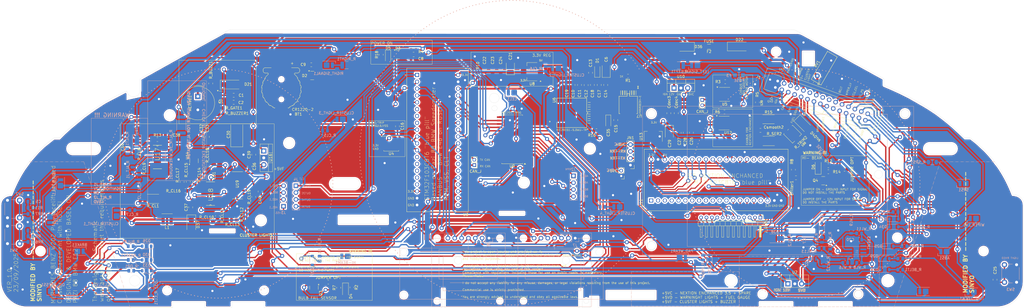
<source format=kicad_pcb>
(kicad_pcb (version 20241229) (generator "pcbnew") (generator_version "9.0")
  (layers (0 "F.Cu" signal) (2 "B.Cu" signal) (13 "F.Paste" user) (15 "B.Paste" user) (5 "F.SilkS" user "F.Silkscreen") (7 "B.SilkS" user "B.Silkscreen") (1 "F.Mask" user) (3 "B.Mask" user) (25 "Edge.Cuts" user))
  (net 0 "")
  (net 1 "+3.3V")
  (net 2 "GND")
  (net 3 "SW1")
  (net 4 "SW2")
  (net 5 "+5V")
  (net 6 "VBAT")
  (net 7 "WK_UP")
  (net 8 "AO1_1")
  (net 9 "DC")
  (net 10 "OLED1_CS")
  (net 11 "RST")
  (net 12 "SPI_1_MOSI")
  (net 13 "BO2_1")
  (net 14 "OLED2_CS")
  (net 15 "SPI_1_CLK")
  (net 16 "BO1_1")
  (net 17 "AO2_1")
  (net 18 "AO1_2")
  (net 19 "AO2_2")
  (net 20 "BO2_2")
  (net 21 "BO1_2")
  (net 22 "OUT_4B")
  (net 23 "OUT_3B")
  (net 24 "OUT_1B")
  (net 25 "OUT_2B")
  (net 26 "OUT_3C")
  (net 27 "OUT_1C")
  (net 28 "OUT_4C")
  (net 29 "STBY")
  (net 30 "Net-(RR6-Pad1)")
  (net 31 "Net-(RR7-Pad1)")
  (net 32 "TX 3")
  (net 33 "Oil_Press_Ctrl")
  (net 34 "TX CAN")
  (net 35 "AIN2_2")
  (net 36 "SPI_1_MISO")
  (net 37 "Fuel_reserve_Ctrl")
  (net 38 "RX 2")
  (net 39 "AIN1_2")
  (net 40 "BIN2_2")
  (net 41 "BIN1_2")
  (net 42 "RX CAN")
  (net 43 "Drv_reset")
  (net 44 "RX 3")
  (net 45 "Brakes_Ctrl")
  (net 46 "AIN2_1")
  (net 47 "RX 0")
  (net 48 "Flash_CS")
  (net 49 "TX 0")
  (net 50 "BIN2_1")
  (net 51 "BIN1_1")
  (net 52 "TX 2")
  (net 53 "AIN1_1")
  (net 55 "Net-(ABS1-K)")
  (net 56 "Net-(ACTIVE1-+)")
  (net 57 "Net-(BRAKE1-K)")
  (net 58 "Net-(BULB_FAIL1-K)")
  (net 59 "Net-(D21-K)")
  (net 60 "Net-(D23-K)")
  (net 61 "PWR ON")
  (net 62 "+12V")
  (net 63 "Net-(CEL1-K)")
  (net 64 "Net-(CLT_LV1-K)")
  (net 65 "LIGHT 12V")
  (net 66 "Net-(BT1-+)")
  (net 67 "Net-(D5-K)")
  (net 68 "Net-(HI-BEAM1-K)")
  (net 69 "ALTR D-+")
  (net 70 "CAN L")
  (net 71 "IGNITION 12V")
  (net 72 "CAN H")
  (net 73 "V_In")
  (net 74 "OUT_2C")
  (net 75 "Net-(LEFT_SIGNAL1-K)")
  (net 76 "Net-(OIL_PRESS1-K)")
  (net 77 "Net-(PAD_WEAR1-K)")
  (net 78 "Net-(Q1-D)")
  (net 79 "Net-(Q1-G)")
  (net 80 "Net-(Q2-G)")
  (net 81 "Net-(U7-IN)")
  (net 82 "Net-(U5-Rs)")
  (net 83 "Net-(RIGHT_SIGNAL1-K)")
  (net 84 "Net-(SAFETY_BELT1-K)")
  (net 85 "BLINKER_LEFT")
  (net 86 "BLINKER_RIGHT")
  (net 87 "Net-(SRS1-K)")
  (net 88 "SRS GND")
  (net 89 "Net-(WIPER_LV1-K)")
  (net 90 "ECU_TACH")
  (net 91 "Net-(U1A-+)")
  (net 92 "SRS 12V")
  (net 97 "Net-(ALTR1-K)")
  (net 98 "Net-(TLSC_LOCK1-K)")
  (net 99 "BELT_SNSR")
  (net 100 "ECU_CEL")
  (net 101 "GND_TEMP")
  (net 102 "ABS_MODULE")
  (net 103 "BULB_SNSR")
  (net 104 "HI_BEAM")
  (net 105 "TLSC_SNSR")
  (net 106 "BRAKE_SNSR")
  (net 107 "PAD_SNSR")
  (net 108 "CLT_SNSR")
  (net 109 "OIL_SNSR")
  (net 110 "WPR_SNSR")
  (net 111 "+5VD")
  (net 112 "Net-(ALTR1-A)")
  (net 113 "Net-(D_ALTR1-A)")
  (net 115 "Net-(U12-Rs)")
  (net 116 "TX CAN1")
  (net 117 "FILTERED_F_SENDER ADC")
  (net 122 "USART1_TX")
  (net 129 "RX CAN1")
  (net 134 "USART1_RX")
  (net 140 "Net-(CLUSTER_LIGHT_1-A)")
  (net 141 "Net-(CLUSTER_LIGHT_1-K)")
  (net 142 "Net-(D37-K)")
  (net 143 "Net-(U14-VIN)")
  (net 144 "SW_LIGHT")
  (net 145 "CTRL_IN")
  (net 146 "Net-(CLUSTER_LIGHT_2-K)")
  (net 147 "Net-(CLUSTER_LIGHT_3-K)")
  (net 148 "Net-(CLUSTER_LIGHT_4-K)")
  (net 149 "Net-(R_CL1-Pad2)")
  (net 150 "Net-(D4-K)")
  (net 151 "Net-(D6-K)")
  (net 152 "Net-(D26-A)")
  (net 153 "Net-(D27-A)")
  (net 154 "+5C")
  (net 155 "+5F")
  (net 157 "U1_B_IN")
  (net 158 "Net-(U17-1Y)")
  (net 159 "RN")
  (net 160 "Net-(U17-2Y)")
  (net 161 "CLK_PULSE")
  (net 162 "Net-(R_CL10-Pad2)")
  (net 163 "Net-(U18-1Z)")
  (net 164 "Net-(R_CL12-Pad1)")
  (net 165 "Net-(U18-2Z)")
  (net 166 "Net-(R_CL14-Pad1)")
  (net 167 "Net-(U18-3Z)")
  (net 168 "Net-(U18-4Z)")
  (net 169 "Net-(R_CL16-Pad1)")
  (net 178 "Net-(U18-3E)")
  (net 179 "Net-(U18-1E)")
  (net 180 "Net-(U18-4E)")
  (net 181 "Net-(U18-2E)")
  (net 191 "Net-(D38-K)")
  (net 192 "Net-(R_WL10-Pad1)")
  (net 193 "F_SENDER")
  (net 194 "IGN_ALTR")
  (net 195 "Net-(R_SER2-Pad2)")
  (net 198 "Net-(J_LED1-Pin_3)")
  (net 199 "Net-(J_LED1-Pin_1)")
  (net 200 "Net-(J_LED1-Pin_4)")
  (net 201 "Net-(J_LED1-Pin_8)")
  (net 202 "Net-(J_LED1-Pin_6)")
  (net 203 "Net-(J_LED1-Pin_5)")
  (net 204 "Net-(J_LED1-Pin_10)")
  (net 205 "Net-(J_LED1-Pin_7)")
  (net 206 "Net-(J_LED1-Pin_11)")
  (net 207 "Net-(J_LED1-Pin_12)")
  (net 208 "Net-(J_LED1-Pin_2)")
  (net 209 "Net-(J_LED1-Pin_9)")
  (net 210 "F_LIGHT 12V")
  (net 211 "Net-(D22-K)")
  (footprint "Varistor:RV_Disc_D12mm_W4.2mm_P7.5mm" (layer "F.Cu") (at 278.160141 13.587405 -120)
    (property "Reference" "RV1")
    (property "Value" "14D220K")
  )
  (footprint "Capacitor_SMD:C_0805_2012Metric" (layer "F.Cu") (at 338.95 94.925 90)
    (property "Reference" "C25")
    (property "Value" "100nF")
  )
  (footprint "Diode_SMD:D_MiniMELF" (layer "F.Cu") (at 273.3 53.1 90)
    (property "Reference" "D6")
    (property "Value" "D_Zener")
  )
  (footprint "Diode_SMD:D_SMA_Handsoldering" (layer "F.Cu") (at 55.9 22.5)
    (property "Reference" "D21")
    (property "Value" "1N4007")
  )
  (footprint "Package_TO_SOT_SMD:SOT-23" (layer "F.Cu") (at 86.2 97.9 -90)
    (property "Reference" "Q3")
    (property "Value" "AO3400")
  )
  (footprint "Resistor_SMD:R_2512_6332Metric" (layer "F.Cu") (at 254.9 35.375)
    (property "Reference" "R15")
    (property "Value" "100")
  )
  (footprint "Resistor_SMD:R_0805_2012Metric" (layer "F.Cu") (at 57.55 71.875 90)
    (property "Reference" "R_CL12")
    (property "Value" "11K")
  )
  (footprint "Resistor_SMD:R_0805_2012Metric" (layer "F.Cu") (at 19.6816 48.31 -90)
    (property "Reference" "R_CL8")
    (property "Value" "10K")
  )
  (footprint "Package_TO_SOT_THT:TO-220-3_Vertical" (layer "F.Cu") (at 67.555 47.16 -90)
    (property "Reference" "U16")
    (property "Value" "LM7805_TO220")
  )
  (footprint "Diode_SMD:D_SOD-123" (layer "F.Cu") (at 113.725 12.075 -90)
    (property "Reference" "D5")
    (property "Value" "BZT52C5V6")
  )
  (footprint "Resistor_SMD:R_0805_2012Metric" (layer "F.Cu") (at 250.8 29.1 90)
    (property "Reference" "R5")
    (property "Value" "120")
  )
  (footprint "Capacitor_SMD:C_0805_2012Metric" (layer "F.Cu") (at 56.4 26.5)
    (property "Reference" "C1")
    (property "Value" "100nF")
  )
  (footprint "Package_TO_SOT_THT:TO-220-3_Vertical" (layer "F.Cu") (at 262.1 96.445)
    (property "Reference" "U2")
    (property "Value" "LM7805_TO220")
  )
  (footprint "Resistor_SMD:R_0805_2012Metric" (layer "F.Cu") (at 47.575 73.475)
    (property "Reference" "R_CL10")
    (property "Value" "10K")
  )
  (footprint "Resistor_SMD:R_0805_2012Metric" (layer "F.Cu") (at 38.475 61.95)
    (property "Reference" "R_CL16")
    (property "Value" "47K")
  )
  (footprint "Resistor_SMD:R_0805_2012Metric" (layer "F.Cu") (at 46.7 53.1 90)
    (property "Reference" "R_CL18")
    (property "Value" "100K")
  )
  (footprint "Capacitor_SMD:C_0805_2012Metric" (layer "F.Cu") (at 187.1932 22.7 -90)
    (property "Reference" "C12")
    (property "Value" "100nF")
  )
  (footprint "Package_SO:SOIC-28W_7.5x17.9mm_P1.27mm" (layer "F.Cu") (at 159.75 42.845 180)
    (property "Reference" "U9")
    (property "Value" "AX1201728SG")
  )
  (footprint "Capacitor_SMD:C_0805_2012Metric" (layer "F.Cu") (at 265.075 57.125)
    (property "Reference" "Cfilter1")
    (property "Value" "0.1uF")
  )
  (footprint "Capacitor_SMD:C_0805_2012Metric" (layer "F.Cu") (at 194.4432 22.65 -90)
    (property "Reference" "C14")
    (property "Value" "10nF")
  )
  (footprint "Connector_PinHeader_2.00mm:PinHeader_1x12_P2.00mm_Horizontal" (layer "F.Cu") (at 251.875001 71.849999 -90)
    (property "Reference" "J_ULN1")
    (property "Value" "Conn_01x12")
  )
  (footprint "footprints:HARWIN_S8411-45R" (layer "F.Cu") (at 74.100005 24.275 180)
    (property "Reference" "BT1")
    (property "Value" "CR1220-2")
  )
  (footprint "Capacitor_SMD:C_0805_2012Metric" (layer "F.Cu") (at 56.4 29.1)
    (property "Reference" "C2")
    (property "Value" "10uF")
  )
  (footprint "Resistor_SMD:R_0805_2012Metric" (layer "F.Cu") (at 100.3 97.8 -90)
    (property "Reference" "R2")
    (property "Value" "10K")
  )
  (footprint "footprints:HPAK_R003H-E_STM" (layer "F.Cu") (at 202.8432 30.0633 180)
    (property "Reference" "U7")
    (property "Value" "VN5R003H-E")
  )
  (footprint "Package_TO_SOT_SMD:SOT-23" (layer "F.Cu") (at 275.2 58.2 180)
    (property "Reference" "Q4")
    (property "Value" "AO3400")
  )
  (footprint "Resistor_SMD:R_0805_2012Metric" (layer "F.Cu") (at 28.0908 42.91)
    (property "Reference" "R13")
    (property "Value" "10K")
  )
  (footprint "Fuse:Fuse_1206_3216Metric_Pad1.42x1.75mm_HandSolder" (layer "F.Cu") (at 232.8 8.45 180)
    (property "Reference" "F2")
    (property "Value" "Polyfuse")
  )
  (footprint "Resistor_SMD:R_0805_2012Metric" (layer "F.Cu") (at 95.4 97.9 90)
    (property "Reference" "R7")
    (property "Value" "1K")
  )
  (footprint "Resistor_SMD:R_0805_2012Metric" (layer "F.Cu") (at 264.15 54.1 90)
    (property "Reference" "R8")
    (property "Value" "1K")
  )
  (footprint "Capacitor_SMD:C_0805_2012Metric" (layer "F.Cu") (at 40.425 68.075 90)
    (property "Reference" "C37")
    (property "Value" "100nF")
  )
  (footprint "Capacitor_SMD:C_0805_2012Metric" (layer "F.Cu") (at 85.2 15.2 180)
    (property "Reference" "C9")
    (property "Value" "100nF")
  )
  (footprint "Package_TO_SOT_THT:TO-220-3_Vertical" (layer "F.Cu") (at 219.82 23.8)
    (property "Reference" "U10")
    (property "Value" "LM7805_TO220")
  )
  (footprint "Connector_PinHeader_2.54mm:PinHeader_1x04_P2.54mm_Vertical" (layer "F.Cu") (at 203.65 52.4 180)
    (property "Reference" "JN1")
    (property "Value" "NEXTION")
  )
  (footprint "Resistor_SMD:R_0805_2012Metric" (layer "F.Cu") (at 41.925 58.575 -90)
    (property "Reference" "R_CL14")
    (property "Value" "150K")
  )
  (footprint "Capacitor_SMD:C_0805_2012Metric" (layer "F.Cu") (at 155.510003 16.95 90)
    (property "Reference" "C24")
    (property "Value" "100nF")
  )
  (footprint "Capacitor_SMD:C_0805_2012Metric" (layer "F.Cu") (at 66.2 62.2 90)
    (property "Reference" "C40")
    (property "Value" "10uF")
  )
  (footprint "Capacitor_SMD:C_0805_2012Metric" (layer "F.Cu") (at 63.875 48.525 90)
    (property "Reference" "C39")
    (property "Value" "10uF")
  )
  (footprint "Package_SO:SOIC-8_3.9x4.9mm_P1.27mm" (layer "F.Cu") (at 238.60125 26.135)
    (property "Reference" "U5")
    (property "Value" "MCP2551-I-SN")
  )
  (footprint "Diode_SMD:D_SOD-123" (layer "F.Cu") (at 191.3432 17.4725 90)
    (property "Reference" "D1")
    (property "Value" "BZT52C5V6")
  )
  (footprint "Capacitor_SMD:C_0805_2012Metric" (layer "F.Cu") (at 192.0432 22.65 -90)
    (property "Reference" "C17")
    (property "Value" "10nF")
  )
  (footprint "Resistor_SMD:R_0805_2012Metric" (layer "F.Cu") (at 91.5 95.8)
    (property "Reference" "JUMPER OPT")
    (property "Value" "R_0805_2012Metric")
  )
  (footprint "footprints:SOIC127P600X175-14N" (layer "F.Cu") (at 47.8 63 180)
    (property "Reference" "U18")
    (property "Value" "74HC4066D_653")
  )
  (footprint "Package_TO_SOT_SMD:SOT-23" (layer "F.Cu") (at 117.3375 11.425)
    (property "Reference" "D3")
    (property "Value" "BAT54C")
  )
  (footprint "Capacitor_SMD:C_0805_2012Metric" (layer "F.Cu") (at 152.5 16.950005 90)
    (property "Reference" "C23")
    (property "Value" "100nF")
  )
  (footprint "Diode_SMD:D_SMA_Handsoldering" (layer "F.Cu") (at 244.15 8.375)
    (property "Reference" "D22")
    (property "Value" "B160-13-F")
  )
  (footprint "Capacitor_SMD:C_0805_2012Metric" (layer "F.Cu") (at 217.925 33.149999 90)
    (property "Reference" "Cdec3")
    (property "Value" "10uF")
  )
  (footprint "Capacitor_SMD:C_0805_2012Metric" (layer "F.Cu") (at 224 40.35 -90)
    (property "Reference" "C28")
    (property "Value" "100nF")
  )
  (footprint "Resistor_SMD:R_0805_2012Metric" (layer "F.Cu") (at 123.1625 9.725 180)
    (property "Reference" "R4")
    (property "Value" "10K")
  )
  (footprint "Resistor_SMD:R_0805_2012Metric" (layer "F.Cu") (at 283.1 53.9)
    (property "Reference" "JUMPER OPT")
    (property "Value" "R_0805_2012Metric")
  )
  (footprint "footprints:SOIC127P600X175-14N" (layer "F.Cu") (at 28.0908 49.41)
    (property "Reference" "U17")
    (property "Value" "74HC14D")
  )
  (footprint "Resistor_SMD:R_0805_2012Metric" (layer "F.Cu") (at 277.1 54.9 180)
    (property "Reference" "R14")
    (property "Value" "1K")
  )
  (footprint "Capacitor_SMD:C_0805_2012Metric" (layer "F.Cu") (at 32 41.3 180)
    (property "Reference" "C38")
    (property "Value" "100nF")
  )
  (footprint "Resistor_SMD:R_0805_2012Metric" (layer "F.Cu") (at 51.6 33.2 180)
    (property "Reference" "R_BUZZER1")
    (property "Value" "100K")
  )
  (footprint "Capacitor_SMD:C_0805_2012Metric" (layer "F.Cu") (at 44.375 41.875 -90)
    (property "Reference" "C32")
    (property "Value" "100nF")
  )
  (footprint "Connector_PinHeader_2.00mm:PinHeader_1x02_P2.00mm_Vertical" (layer "F.Cu") (at 145.7 52.4 180)
    (property "Reference" "CAN_J")
    (property "Value" "PinHeader_1x02_P2.00mm_Vertical")
  )
  (footprint "Resistor_SMD:R_0805_2012Metric" (layer "F.Cu") (at 50.4 71.225 -90)
    (property "Reference" "R_CL11")
    (property "Value" "22K")
  )
  (footprint "footprints:MODULE_ZC323000" (layer "F.Cu") (at 235.47 57.920001 90)
    (property "Reference" "U11")
    (property "Value" "STM32F103C8T6")
  )
  (footprint "Capacitor_SMD:C_0805_2012Metric" (layer "F.Cu") (at 49.1 53.1 -90)
    (property "Reference" "C31")
    (property "Value" "10nF")
  )
  (footprint "Capacitor_SMD:C_0805_2012Metric" (layer "F.Cu") (at 226.3 40.35 -90)
    (property "Reference" "C26")
    (property "Value" "100nF")
  )
  (footprint "Resistor_SMD:R_0805_2012Metric" (layer "F.Cu") (at 277.0875 52.6 180)
    (property "Reference" "R12")
    (property "Value" "10K")
  )
  (footprint "Connector_PinHeader_2.00mm:PinHeader_1x02_P2.00mm_Vertical" (layer "F.Cu") (at 200.225 56.450001 180)
    (property "Reference" "+5VC")
    (property "Value" "PinHeader_1x02_P2.00mm_Vertical")
  )
  (footprint "Resistor_SMD:R_0805_2012Metric" (layer "F.Cu") (at 191.0432 39.6)
    (property "Reference" "R16")
    (property "Value" "100K")
  )
  (footprint "Package_TO_SOT_SMD:SOT-23" (layer "F.Cu") (at 85.5375 19.15)
    (property "Reference" "D2")
    (property "Value" "BAT54C")
  )
  (footprint "Capacitor_Tantalum_SMD:CP_EIA-3528-21_Kemet-B_HandSolder" (layer "F.Cu") (at 159.100001 16.250004 90)
    (property "Reference" "C21")
    (property "Value" "47uF")
  )
  (footprint "footprints:TO-263-5_MCH" (layer "F.Cu") (at 181.8432 33 90)
    (property "Reference" "U6")
    (property "Value" "MIC29151-5.0WU-TR")
  )
  (footprint "Package_TO_SOT_SMD:TSOT-23-5" (layer "F.Cu") (at 41.7 50.8 90)
    (property "Reference" "U14")
    (property "Value" "AL8860WT")
  )
  (footprint "Capacitor_Tantalum_SMD:CP_EIA-3528-21_Kemet-B_HandSolder" (layer "F.Cu") (at 194.6432 17.2225 90)
    (property "Reference" "C6")
    (property "Value" "47uF")
  )
  (footprint "Resistor_SMD:R_0805_2012Metric" (layer "F.Cu") (at 63.8 64.2 90)
    (property "Reference" "R_CL19")
    (property "Value" "100K")
  )
  (footprint "Resistor_SMD:R_0805_2012Metric" (layer "F.Cu") (at 238.82625 21.47 180)
    (property "Reference" "R3")
    (property "Value" "4.7K")
  )
  (footprint "Resistor_SMD:R_0805_2012Metric" (layer "F.Cu") (at 39.575 58.6 90)
    (property "Reference" "R_CL15")
    (property "Value" "10K")
  )
  (footprint "Capacitor_SMD:C_0805_2012Metric" (layer "F.Cu") (at 221.7 40.4 -90)
    (property "Reference" "C27")
    (property "Value" "100nF")
  )
  (footprint "Capacitor_Tantalum_SMD:CP_EIA-3528-21_Kemet-B_HandSolder" (layer "F.Cu") (at 218.1 40.3 -90)
    (property "Reference" "C29")
    (property "Value" "47uF")
  )
  (footprint "Package_TO_SOT_SMD:SOT-223-3_TabPin2" (layer "F.Cu") (at 167.15 17.745003 180)
    (property "Reference" "U8")
    (property "Value" "AMS1117-3.3")
  )
  (footprint "Resistor_SMD:R_0805_2012Metric" (layer "F.Cu") (at 54.675 72.775)
    (property "Reference" "R_CL13")
    (property "Value" "10K")
  )
  (footprint "Capacitor_SMD:C_0805_2012Metric" (layer "F.Cu") (at 189.5432 22.65 -90)
    (property "Reference" "C18")
    (property "Value" "100nF")
  )
  (footprint "Capacitor_SMD:C_0805_2012Metric" (layer "F.Cu") (at 188.8432 18.1225 90)
    (property "Reference" "C13")
    (property "Value" "100nF")
  )
  (footprint "Capacitor_SMD:C_0805_2012Metric" (layer "F.Cu") (at 251.9 39.525)
    (property "Reference" "Csmooth2")
    (property "Value" "4.7uF")
  )
  (footprint "Resistor_SMD:R_0805_2012Metric" (layer "F.Cu") (at 111.1375 11.425 90)
    (property "Reference" "R18")
    (property "Value" "4.7K")
  )
  (footprint "Resistor_SMD:R_0805_2012Metric" (layer "F.Cu") (at 202.7396 19.3654 180)
    (property "Reference" "R1")
    (property "Value" "1K")
  )
  (footprint "Inductor_SMD:L_Vishay_IFSC-1515AH_4x4x1.8mm" (layer "F.Cu") (at 31.7 72.6 180)
    (property "Reference" "L1")
    (property "Value" "15uH")
  )
  (footprint "Package_TO_SOT_SMD:SOT-223-3_TabPin2" (layer "F.Cu") (at 212.1 41.8 90)
    (property "Reference" "U13")
    (property "Value" "AMS1117-3.3")
  )
  (footprint "Capacitor_SMD:C_0805_2012Metric" (layer "F.Cu") (at 182.3432 22.65 -90)
    (property "Reference" "C10")
    (property "Value" "100nF")
  )
  (footprint "Resistor_SMD:R_0805_2012Metric" (layer "F.Cu") (at 51.6 31.2 180)
    (property "Reference" "R_GATE1")
    (property "Value" "100")
  )
  (footprint "Capacitor_Tantalum_SMD:CP_EIA-3216-18_Kemet-A_HandSolder" (layer "F.Cu") (at 195.4432 36.3 -90)
    (property "Reference" "C35")
    (property "Value" "10uF")
  )
  (footprint "Package_SO:SOIC-8_3.9x4.9mm_P1.27mm" (layer "F.Cu") (at 238.4 36.8)
    (property "Reference" "U12")
    (property "Value" "MCP2551-I-SN")
  )
  (footprint "Capacitor_SMD:C_0805_2012Metric" (layer "F.Cu") (at 149.49 16.950003 90)
    (property "Reference" "C22")
    (property "Value" "100nF")
  )
  (footprint "Diode_SMD:D_MiniMELF" (layer "F.Cu") (at 97.9 98.8 -90)
    (property "Reference" "D4")
    (property "Value" "D_Zener")
  )
  (footprint "Capacitor_SMD:C_0805_2012Metric" (layer "F.Cu") (at 184.7432 22.65 -90)
    (property "Reference" "C11")
    (property "Value" "100nF")
  )
  (footprint "Capacitor_SMD:C_0805_2012Metric" (layer "F.Cu") (at 46.6 41.9 -90)
    (property "Reference" "C33")
    (property "Value" "4.7uF")
  )
  (footprint "Package_TO_SOT_SMD:SOT-23" (layer "F.Cu") (at 51.6625 26.5)
    (property "Reference" "Q1")
    (property "Value" "AO3401")
  )
  (footprint "Connector_PinHeader_2.00mm:PinHeader_1x02_P2.00mm_Vertical" (layer "F.Cu") (at 230.3 28.2)
    (property "Reference" "CAN_J")
    (property "Value" "PinHeader_1x02_P2.00mm_Vertical")
  )
  (footprint "Resistor_SMD:R_0805_2012Metric" (layer "F.Cu") (at 238.55 32.7 180)
    (property "Reference" "R6")
    (property "Value" "4.7K")
  )
  (footprint "Package_SO:SOIC-8_5.3x5.3mm_P1.27mm" (layer "F.Cu") (at 114.88875 44.435)
    (property "Reference" "U4")
    (property "Value" "W25Q16JVSS")
  )
  (footprint "Capacitor_SMD:C_0805_2012Metric" (layer "F.Cu") (at 220.625 33.15 90)
    (property "Reference" "Cdec4")
    (property "Value" "0.1uF")
  )
  (footprint "footprints:MODULE_ZC323000" (layer "F.Cu") (at 132.08 43.07)
    (property "Reference" "U3")
    (property "Value" "STM32F103C8T6")
  )
  (footprint "Resistor_SMD:R_0805_2012Metric" (layer "F.Cu") (at 47.9 22.1 90)
    (property "Reference" "R_BUZZ1")
    (property "Value" "100")
  )
  (footprint "Resistor_SMD:R_0805_2012Metric" (layer "F.Cu") (at 37.25 58.65 -90)
    (property "Reference" "R_CL17")
    (property "Value" "10K")
  )
  (footprint "Connector_IDC:IDC-Header_2x15_P2.54mm_Vertical" (layer "F.Cu") (at 257.43127 23.586824 70)
    (property "Reference" "J1")
    (property "Value" "Conn_02x15_Top_Bottom")
  )
  (footprint "Diode_SMD:D_SMA" (layer "F.Cu") (at 267.95 37.375 -45)
    (property "Reference" "D40")
    (property "Value" "SMAJ18A")
  )
  (footprint "Diode_SMD:D_SMA" (layer "F.Cu") (at 223.899992 8.449999 180)
    (property "Reference" "D36")
    (property "Value" "SMAJ18A")
  )
  (footprint "Buzzer_Beeper:Buzzer_TDK_PS1240P02BT_D12.2mm_H6.5mm" (layer "F.Cu") (at 43.1 26.9 -90)
    (property "Reference" "ACTIVE1")
    (property "Value" "Buzzer")
  )
  (footprint "Resistor_SMD:R_0805_2012Metric" (layer "F.Cu") (at 147 18.9 90)
    (property "Reference" "R10")
    (property "Value" "10K")
  )
  (footprint "Resistor_SMD:R_2512_6332Metric" (layer "F.Cu") (at 254.975 43.45)
    (property "Reference" "R_SER2")
    (property "Value" "10")
  )
  (footprint "Capacitor_SMD:C_0805_2012Metric" (layer "F.Cu") (at 198.2232 35.69 -90)
    (property "Reference" "C15")
    (property "Value" "100nF")
  )
  (footprint "footprints:SOIC127P600X175-16N" (layer "F.Cu") (at 57.825 59.905)
    (property "Reference" "U19")
    (property "Value" "CD4017BM96")
  )
  (footprint "Resistor_SMD:R_0805_2012Metric" (layer "F.Cu") (at 21.2816 54.21 90)
    (property "Reference" "R_CL9")
    (property "Value" "1K")
  )
  (footprint "Capacitor_Tantalum_SMD:CP_EIA-7343-31_Kemet-D_HandSolder" (layer "F.Cu") (at 57.55 41.05 90)
    (property "Reference" "C30")
    (property "Value" "100uF")
  )
  (footprint "Diode_SMD:D_SMA" (layer "F.Cu") (at 40.7 74.4 -90)
    (property "Reference" "D37")
    (property "Value" "B160-13-F")
  )
  (footprint "Capacitor_SMD:C_0805_2012Metric" (layer "F.Cu") (at 180.0432 22.65 -90)
    (property "Reference" "C19")
    (property "Value" "100nF")
  )
  (footprint "Capacitor_SMD:C_0805_2012Metric" (layer "F.Cu") (at 117.2 38 -90)
    (property "Reference" "C16")
    (property "Value" "100nF")
  )
  (footprint "Capacitor_SMD:C_0805_2012Metric" (layer "F.Cu") (at 17.1816 45.81 -90)
    (property "Reference" "C34")
    (property "Value" "100nF")
  )
  (footprint "Capacitor_SMD:C_0805_2012Metric" (layer "F.Cu") (at 123.175 12.925)
    (property "Reference" "C8")
    (property "Value" "100nF")
  )
  (footprint "Resistor_SMD:R_2512_6332Metric" (layer "F.Cu") (at 26.4625 64.925 180)
    (property "Reference" "R_CL1")
    (property "Value" "1.2")
  )
  (footprint "Capacitor_SMD:C_0805_2012Metric" (layer "F.Cu") (at 62.4 52.9 -90)
    (property "Reference" "C36")
    (property "Value" "100nF")
  )
  (footprint "Potentiometer_SMD:Potentiometer_Bourns_3314J_Vertical" (layer "F.Cu") (at 263.825 40.925 45)
    (property "Reference" "R_TRIM2")
    (property "Value" "100")
  )
  (footprint "LED_SMD:LED_Everlight-SMD3528_3.5x2.8mm_67-21ST" (layer "B.Cu") (at 159.69 25.5)
    (property "Reference" "CEL1")
    (property "Value" "LED")
  )
  (footprint "Resistor_SMD:R_0805_2012Metric" (layer "B.Cu") (at 307.145 75.3)
    (property "Reference" "R_WPR1")
    (property "Value" "470")
  )
  (footprint "LED_SMD:LED_Everlight-SMD3528_3.5x2.8mm_67-21ST" (layer "B.Cu") (at 327.3 59.2)
    (property "Reference" "SRS1")
    (property "Value" "LED")
  )
  (footprint "Resistor_SMD:R_0805_2012Metric" (layer "B.Cu") (at 230.6 86.7 -90)
    (property "Reference" "R_PAD1")
    (property "Value" "470")
  )
  (footprint "Capacitor_SMD:C_0805_2012Metric" (layer "B.Cu") (at -19.0125 76.63)
    (property "Reference" "C4")
    (property "Value" "100nF")
  )
  (footprint "Resistor_SMD:R_0805_2012Metric" (layer "B.Cu") (at -19.012424 68.23)
    (property "Reference" "R11")
    (property "Value" "10K")
  )
  (footprint "Resistor_SMD:R_0805_2012Metric" (layer "B.Cu") (at 18.8 54.1 -90)
    (property "Reference" "R_ALT_J1")
    (property "Value" "0")
  )
  (footprint "Resistor_SMD:R_0805_2012Metric" (layer "B.Cu") (at 90.3 39.6 180)
    (property "Reference" "R_CL5")
    (property "Value" "10")
  )
  (footprint "Resistor_SMD:R_0805_2012Metric" (layer "B.Cu") (at 285.55 76.775 90)
    (property "Reference" "R_WL9")
    (property "Value" "10K")
  )
  (footprint "Diode_SMD:D_SOD-123" (layer "B.Cu") (at 25.7 97.0125 -90)
    (property "Reference" "D32")
    (property "Value" "1N4148")
  )
  (footprint "Fuse:Fuse_Littelfuse-NANO2-462" (layer "B.Cu") (at 28.7 49.3 -90)
    (property "Reference" "R_ALTR_3W_WIREWOUND1")
    (property "Value" "100")
  )
  (footprint "Resistor_SMD:R_0805_2012Metric" (layer "B.Cu") (at -19.0125 78.83)
    (property "Reference" "R9")
    (property "Value" "10K")
  )
  (footprint "Resistor_SMD:R_0805_2012Metric" (layer "B.Cu") (at 274.6 83.275)
    (property "Reference" "R_WL13")
    (property "Value" "10K")
  )
  (footprint "LED_SMD:LED_Everlight-SMD3528_3.5x2.8mm_67-21ST" (layer "B.Cu") (at -10.71 99.2 180)
    (property "Reference" "OIL_PRESS1")
    (property "Value" "LED")
  )
  (footprint "Diode_SMD:D_SOD-123" (layer "B.Cu") (at 24.1 82.5 180)
    (property "Reference" "D26")
    (property "Value" "1N4148")
  )
  (footprint "LED_SMD:LED_Everlight-SMD3528_3.5x2.8mm_67-21ST" (layer "B.Cu") (at 7.39 99.1 180)
    (property "Reference" "CLT_LV1")
    (property "Value" "LED")
  )
  (footprint "LED_SMD:LED_Everlight-SMD3528_3.5x2.8mm_67-21ST" (layer "B.Cu") (at 97.89 86.2)
    (property "Reference" "HI-BEAM1")
    (property "Value" "LED")
  )
  (footprint "LED_SMD:LED_Everlight-SMD3528_3.5x2.8mm_67-21ST" (layer "B.Cu") (at 12.9 70.5 -90)
    (property "Reference" "CLUSTER_LIGHT_1")
    (property "Value" "LED")
  )
  (footprint "Package_TO_SOT_SMD:SOT-23" (layer "B.Cu") (at 271.55 88.1 -90)
    (property "Reference" "Q2")
    (property "Value" "AO3400")
  )
  (footprint "Diode_SMD:D_SOD-123" (layer "B.Cu") (at 233 87.4 90)
    (property "Reference" "D31")
    (property "Value" "1N4148")
  )
  (footprint "Resistor_SMD:R_0805_2012Metric" (layer "B.Cu") (at 303.8125 87.1)
    (property "Reference" "R_TLSC1")
    (property "Value" "470")
  )
  (footprint "Diode_SMD:D_SOD-123" (layer "B.Cu") (at 299.55625 82.5)
    (property "Reference" "D25")
    (property "Value" "1N4148")
  )
  (footprint "Diode_SMD:D_SOD-123" (layer "B.Cu") (at 298.05 91.2)
    (property "Reference" "D28")
    (property "Value" "1N4148")
  )
  (footprint "Resistor_SMD:R_1206_3216Metric" (layer "B.Cu") (at 315.7 51.3)
    (property "Reference" "R_SRS1")
    (property "Value" "1K")
  )
  (footprint "Button_Switch_THT:SW_PUSH_6mm" (layer "B.Cu") (at -27.55 65.45 -90)
    (property "Reference" "SW2")
    (property "Value" "SW_Push")
  )
  (footprint "Button_Switch_THT:SW_PUSH_6mm" (layer "B.Cu") (at 346.95 95.875 90)
    (property "Reference" "SW3")
    (property "Value" "SW_Push")
  )
  (footprint "Resistor_SMD:R_0805_2012Metric" (layer "B.Cu") (at 18.2125 87.6 180)
    (property "Reference" "R_BRAKE1")
    (property "Value" "470")
  )
  (footprint "Fuse:Fuse_1206_3216Metric_Pad1.42x1.75mm_HandSolder" (layer "B.Cu") (at 243.912508 19.024997 180)
    (property "Reference" "F3")
    (property "Value" "Polyfuse")
  )
  (footprint "Diode_SMD:D_SOD-123" (layer "B.Cu") (at 301.395 72.4)
    (property "Reference" "D24")
    (property "Value" "1N4148")
  )
  (footprint "Diode_SMD:D_SMA" (layer "B.Cu") (at 257.3 79.625 180)
    (property "Reference" "D38")
    (property "Value" "SMAJ18A")
  )
  (footprint "LED_SMD:LED_Everlight-SMD3528_3.5x2.8mm_67-21ST" (layer "B.Cu") (at 227.7 15.4)
    (property "Reference" "LEFT_SIGNAL1")
    (property "Value" "LED")
  )
  (footprint "Diode_SMD:D_SOD-123" (layer "B.Cu") (at 301.395 75.3)
    (property "Reference" "D34")
    (property "Value" "1N4148")
  )
  (footprint "Resistor_SMD:R_0805_2012Metric" (layer "B.Cu") (at 303.8125 91.2)
    (property "Reference" "R_BELT1")
    (property "Value" "470")
  )
  (footprint "Resistor_SMD:R_0805_2012Metric" (layer "B.Cu") (at 264.425 80.525 90)
    (property "Reference" "R_WL2")
    (property "Value" "100K")
  )
  (footprint "Capacitor_SMD:C_0805_2012Metric" (layer "B.Cu") (at 288.545 80.055 180)
    (property "Reference" "C20")
    (property "Value" "100nF")
  )
  (footprint "LED_SMD:LED_Everlight-SMD3528_3.5x2.8mm_67-21ST" (layer "B.Cu") (at 176.1 16.5)
    (property "Reference" "CLUSTER_LIGHT_2")
    (property "Value" "LED")
  )
  (footprint "LED_SMD:LED_Everlight-SMD3528_3.5x2.8mm_67-21ST" (layer "B.Cu") (at -0.81 84.4 180)
    (property "Reference" "BRAKE1")
    (property "Value" "LED")
  )
  (footprint "Connector_PinHeader_2.54mm:PinHeader_1x07_P2.54mm_Vertical" (layer "B.Cu") (at 183.14 79.5 90)
    (property "Reference" "J7")
    (property "Value" "DISPLAY 1")
  )
  (footprint "Resistor_SMD:R_0805_2012Metric" (layer "B.Cu") (at 25.7 101.7 -90)
    (property "Reference" "R_CLT1")
    (property "Value" "470")
  )
  (footprint "Resistor_SMD:R_1210_3225Metric_Pad1.30x2.65mm_HandSolder" (layer "B.Cu") (at 221.7 15.4)
    (property "Reference" "R_LEFT1")
    (property "Value" "1K")
  )
  (footprint "Resistor_SMD:R_0805_2012Metric" (layer "B.Cu") (at 288.545 88.655 180)
    (property "Reference" "R_WL8")
    (property "Value" "47K")
  )
  (footprint "Resistor_SMD:R_2512_6332Metric" (layer "B.Cu") (at 36.975 37.5375 90)
    (property "Reference" "IGN12V JUMPER FOR ALTERNATOR")
    (property "Value" "10")
  )
  (footprint "LED_SMD:LED_Everlight-SMD3528_3.5x2.8mm_67-21ST" (layer "B.Cu") (at 91.7 15.3 180)
    (property "Reference" "RIGHT_SIGNAL1")
    (property "Value" "LED")
  )
  (footprint "Connector_PinHeader_2.54mm:PinHeader_1x07_P2.54mm_Vertical" (layer "B.Cu") (at 151.14 79.5 90)
    (property "Reference" "J8")
    (property "Value" "DISPLAY 2")
  )
  (footprint "Diode_SMD:D_SOD-123" (layer "B.Cu") (at 24.1 91.6 180)
    (property "Reference" "D33")
    (property "Value" "1N4148")
  )
  (footprint "Resistor_SMD:R_0805_2012Metric" (layer "B.Cu") (at 172.1 16.7 -90)
    (property "Reference" "R_CL6")
    (property "Value" "10")
  )
  (footprint "Button_Switch_THT:SW_PUSH_6mm" (layer "B.Cu") (at -27.55 75.05 -90)
    (property "Reference" "SW1")
    (property "Value" "SW_Push")
  )
  (footprint "LED_SMD:LED_Everlight-SMD3528_3.5x2.8mm_67-21ST" (layer "B.Cu") (at 198.84 67.9)
    (property "Reference" "CLUSTER_LIGHT_4")
    (property "Value" "LED")
  )
  (footprint "LED_SMD:LED_Everlight-SMD3528_3.5x2.8mm_67-21ST" (layer "B.Cu") (at 331.09 72.2)
    (property "Reference" "WIPER_LV1")
    (property "Value" "LED")
  )
  (footprint "Resistor_SMD:R_0805_2012Metric" (layer "B.Cu") (at 283.355 88.655 180)
    (property "Reference" "R_WL6")
    (property "Value" "100")
  )
  (footprint "Resistor_SMD:R_0805_2012Metric" (layer "B.Cu") (at 275.45 89.025 90)
    (property "Reference" "R_WL12")
    (property "Value" "47K")
  )
  (footprint "LED_SMD:LED_Everlight-SMD3528_3.5x2.8mm_67-21ST" (layer "B.Cu") (at -11.8 72.39 90)
    (property "Reference" "ALTR1")
    (property "Value" "LED")
  )
  (footprint "Resistor_SMD:R_0805_2012Metric" (layer "B.Cu") (at 288.525 77.725 180)
    (property "Reference" "R_WL11")
    (property "Value" "10K")
  )
  (footprint "Connector_PinHeader_2.54mm:PinHeader_1x04_P2.54mm_Vertical" (layer "B.Cu") (at 182.5 56.4 180)
    (property "Reference" "J2")
    (property "Value" "RPM")
  )
  (footprint "LED_SMD:LED_Everlight-SMD3528_3.5x2.8mm_67-21ST" (layer "B.Cu") (at 96.09 35.4)
    (property "Reference" "CLUSTER_LIGHT_3")
    (property "Value" "LED")
  )
  (footprint "Resistor_SMD:R_0805_2012Metric" (layer "B.Cu") (at -19.012424 70.53)
    (property "Reference" "RR7")
    (property "Value" "1K")
  )
  (footprint "Connector_PinHeader_2.54mm:PinHeader_1x04_P2.54mm_Vertical" (layer "B.Cu") (at 74.9 67.68)
    (property "Reference" "J3")
    (property "Value" "VSS")
  )
  (footprint "Diode_SMD:D_SMA_Handsoldering" (layer "B.Cu") (at 20.5 45.7 -90)
    (property "Reference" "D_ALTR1")
    (property "Value" "1N4007")
  )
  (footprint "Fuse:Fuse_1206_3216Metric_Pad1.42x1.75mm_HandSolder" (layer "B.Cu") (at 277.5 49.45 135)
    (property "Reference" "F3")
    (property "Value" "Polyfuse")
  )
  (footprint "LED_SMD:LED_Everlight-SMD3528_3.5x2.8mm_67-21ST" (layer "B.Cu") (at 312.39 99.3)
    (property "Reference" "SAFETY_BELT1" (hide yes))
    (property "Value" "LED")
  )
  (footprint "Capacitor_SMD:C_0805_2012Metric" (layer "B.Cu") (at -19.012424 65.93)
    (property "Reference" "C5")
    (property "Value" "100nF")
  )
  (footprint "footprints:SO08" (layer "B.Cu") (at 287.475 84.305 90)
    (property "Reference" "U1")
    (property "Value" "LM393")
  )
  (footprint "Resistor_SMD:R_0805_2012Metric" (layer "B.Cu") (at 18.4 91.6 180)
    (property "Reference" "R_OP1")
    (property "Value" "470")
  )
  (footprint "Diode_SMD:D_SOD-123" (layer "B.Cu") (at 24.1 87.6 180)
    (property "Reference" "D30")
    (property "Value" "1N4148")
  )
  (footprint "Resistor_SMD:R_0805_2012Metric" (layer "B.Cu") (at -19.025 80.93)
    (property "Reference" "RR6")
    (property "Value" "1K")
  )
  (footprint "Diode_SMD:D_SOD-123" (layer "B.Cu") (at 298.05 87.1)
    (property "Reference" "D29")
    (property "Value" "1N4148")
  )
  (footprint "Resistor_SMD:R_0805_2012Metric" (layer "B.Cu") (at 193.3 67.9 180)
    (property "Reference" "R_CL4")
    (property "Value" "10")
  )
  (footprint "Resistor_SMD:R_0805_2012Metric" (layer "B.Cu") (at 18.8 69.1)
    (property "Reference" "R_CL7")
    (property "Value" "10")
  )
  (footprint "LED_SMD:LED_Everlight-SMD3528_3.5x2.8mm_67-21ST" (layer "B.Cu") (at 222.71 86.7 180)
    (property "Reference" "PAD_WEAR1")
    (property "Value" "LED")
  )
  (footprint "Resistor_SMD:R_0805_2012Metric" (layer "B.Cu") (at 21.4 56.9 90)
    (property "Reference" "R_ALT_J2")
    (property "Value" "0")
  )
  (footprint "Resistor_SMD:R_0805_2012Metric" (layer "B.Cu") (at 302.045 69.8 180)
    (property "Reference" "R_CEL1")
    (property "Value" "470")
  )
  (footprint "Resistor_SMD:R_1210_3225Metric_Pad1.30x2.65mm_HandSolder" (layer "B.Cu") (at 98.225 15.3 180)
    (property "Reference" "R_RIGHT1")
    (property "Value" "1K")
  )
  (footprint "Resistor_SMD:R_0805_2012Metric" (layer "B.Cu") (at 18.1875 82.5 180)
    (property "Reference" "R_BULB1")
    (property "Value" "470")
  )
  (footprint "Diode_SMD:D_SOD-123" (layer "B.Cu") (at 85.6 87.8 90)
    (property "Reference" "D27")
    (property "Value" "1N4148")
  )
  (footprint "Resistor_SMD:R_0805_2012Metric" (layer "B.Cu") (at 277.775 84.475 90)
    (property "Reference" "R_WL10")
    (property "Value" "22k")
  )
  (footprint "Resistor_SMD:R_0805_2012Metric" (layer "B.Cu") (at 305.30625 82.5)
    (property "Reference" "R_ABS1")
    (property "Value" "470")
  )
  (footprint "LED_SMD:LED_Everlight-SMD3528_3.5x2.8mm_67-21ST" (layer "B.Cu") (at -7.9 59.2 -90)
    (property "Reference" "BULB_FAIL1")
    (property "Value" "LED")
  )
  (footprint "Capacitor_SMD:C_0805_2012Metric" (layer "B.Cu") (at 266.5 80.525 -90)
    (property "Reference" "C7")
    (property "Value" "10uF")
  )
  (footprint "Resistor_SMD:R_0805_2012Metric" (layer "B.Cu") (at 16.9 47.3 90)
    (property "Reference" "R_ALT1")
    (property "Value" "470")
  )
  (footprint "Connector_PinHeader_2.54mm:PinHeader_1x04_P2.54mm_Vertical" (layer "B.Cu") (at 79.5 60.06 180)
    (property "Reference" "J4")
    (property "Value" "CLT")
  )
  (footprint "LED_SMD:LED_Everlight-SMD3528_3.5x2.8mm_67-21ST" (layer "B.Cu") (at 320.19 84.5)
    (property "Reference" "ABS1")
    (property "Value" "LED")
  )
  (footprint "Resistor_SMD:R_0805_2012Metric" (layer "B.Cu") (at 88.3 87.1125 90)
    (property "Reference" "R_HI_B1")
    (property "Value" "470")
  )
  (footprint "LED_SMD:LED_Everlight-SMD3528_3.5x2.8mm_67-21ST" (layer "B.Cu") (at 330.3 99.5)
    (property "Reference" "TLSC_LOCK1")
    (property "Value" "LED")
  )
  (footprint "Resistor_SMD:R_0805_2012Metric" (layer "B.Cu") (at 274.7 80.125 90)
    (property "Reference" "R_WL1")
    (property "Value" "10K")
  )
  (footprint "Diode_SMD:D_SOD-123" (layer "B.Cu") (at 274.675 75.75 90)
    (property "Reference" "D23")
    (property "Value" "1N4148")
  )
  (gr_rect (start 267.05 48.975) (end 292.2 67.3) (stroke (width 0.1)) (fill no) (layer "F.SilkS"))
  (gr_rect (start 144.475 10.45) (end 174.925 23.125) (stroke (width 0.1)) (fill no) (layer "F.SilkS"))
  (gr_line (start 33.6 105.3) (end 18 105.3) (stroke (width 0.1)) (layer "F.SilkS"))
  (gr_rect (start 234.2 18.95) (end 249 31.15) (stroke (width 0.1)) (fill no) (layer "F.SilkS"))
  (gr_rect (start 36.1 13.5) (end 64.725 37.1) (stroke (width 0.1)) (fill no) (layer "F.SilkS"))
  (gr_rect (start 106.68875 35.885) (end 119.98875 49.235) (stroke (width 0.1)) (fill no) (layer "F.SilkS"))
  (gr_rect (start 79.675 85.275) (end 107.85 102.625) (stroke (width 0.1)) (fill no) (layer "F.SilkS"))
  (gr_rect (start 107.3 6.1) (end 130.125 14.925) (stroke (width 0.1)) (fill no) (layer "F.SilkS"))
  (gr_rect (start 234.2 31.65) (end 249 45.55) (stroke (width 0.1)) (fill no) (layer "F.SilkS"))
  (gr_rect (start 14.3 37.075) (end 71.425 79.575) (stroke (width 0.1)) (fill no) (layer "F.SilkS"))
  (gr_line (start 136.7 96.1) (end 180.3 96.1) (stroke (width 0.1)) (layer "B.SilkS"))
  (gr_line (start 301.4 105.3) (end 318.6 51.2) (stroke (width 0.1) (type dash_dot)) (layer "B.SilkS"))
  (gr_line (start 157.15 79.5) (end 151.15 79.5) (stroke (width 0.1)) (layer "B.SilkS"))
  (gr_line (start 284.4 87.431346) (end 285.199999 87.431346) (stroke (width 0.1)) (layer "B.SilkS"))
  (gr_arc (start 207.260488 78.275) (mid 103.200004 47.775) (end 207.260488 17.275) (stroke (width 0.3) (type dot)) (layer "B.SilkS"))
  (gr_rect (start 208.125 30.5) (end 308.725 85.6) (stroke (width 0.1)) (fill no) (layer "B.SilkS"))
  (gr_rect (start 118.0375 83.1875) (end 193.5375 102.1875) (stroke (width 0.1)) (fill no) (layer "B.SilkS"))
  (gr_line (start 193.5375 92.6875) (end 188.2375 92.6875) (stroke (width 0.05)) (layer "B.SilkS"))
  (gr_line (start 175.5 83.7) (end 175.5 79.1) (stroke (width 0.1)) (layer "B.SilkS"))
  (gr_rect (start 3.525 34.975) (end 24.45 67) (stroke (width 0.1)) (fill no) (layer "B.SilkS"))
  (gr_circle (center 288.200208 100.3) (end 286.700208 100.325) (stroke (width 0.1)) (fill no) (layer "B.SilkS"))
  (gr_rect (start 24.45 21.125) (end 46.325 58.125) (stroke (width 0.1)) (fill no) (layer "B.SilkS"))
  (gr_circle (center 50.7 59.275) (end 8.2 59.275) (stroke (width 0.3) (type dot)) (fill no) (layer "B.SilkS"))
  (gr_line (start 129.85 79.5) (end 135.85 79.5) (stroke (width 0.1)) (layer "B.SilkS"))
  (gr_line (start 18 105.3) (end 0.8 51.2) (stroke (width 0.1) (type dash_dot)) (layer "B.SilkS"))
  (gr_line (start 338.8 51.2) (end 318.6 51.2) (stroke (width 0.1) (type dash_dot)) (layer "B.SilkS"))
  (gr_line (start 143.45 83.7) (end 143.45 79.1) (stroke (width 0.1)) (layer "B.SilkS"))
  (gr_rect (start 164.65 83.7) (end 186.35 94.7) (stroke (width 0.1)) (fill no) (layer "B.SilkS"))
  (gr_rect (start 134.1125 86.3) (end 185.2875 99.075) (stroke (width 0.1)) (fill no) (layer "B.SilkS"))
  (gr_circle (center 268.6 59.275) (end 226.1 59.275) (stroke (width 0.3) (type dot)) (fill no) (layer "B.SilkS"))
  (gr_line (start 285.199999 87.431346) (end 284.800001 86.831347) (stroke (width 0.1)) (layer "B.SilkS"))
  (gr_rect (start 132.6 83.7) (end 154.3 94.7) (stroke (width 0.1)) (fill no) (layer "B.SilkS"))
  (gr_line (start 189.2 79.5) (end 183.2 79.5) (stroke (width 0.1)) (layer "B.SilkS"))
  (gr_line (start 284.800001 86.831347) (end 284.4 87.431346) (stroke (width 0.1)) (layer "B.SilkS"))
  (gr_rect (start 129.85 77.6) (end 157.15 104.9) (stroke (width 0.1)) (fill no) (layer "B.SilkS"))
  (gr_rect (start 244.075 86.225) (end 296.025 105) (stroke (width 0.1) (type dash)) (fill no) (layer "B.SilkS"))
  (gr_rect (start 204.025 91.925) (end 244.075 104.825) (stroke (width 0.1) (type dash)) (fill no) (layer "B.SilkS"))
  (gr_line (start 161.9 79.5) (end 167.9 79.5) (stroke (width 0.1)) (layer "B.SilkS"))
  (gr_rect (start 161.9 77.6) (end 189.2 104.9) (stroke (width 0.1)) (fill no) (layer "B.SilkS"))
  (gr_line (start -19.4 51.2) (end 0.8 51.2) (stroke (width 0.1) (type dash_dot)) (layer "B.SilkS"))
  (gr_rect (start 224.725 33.5) (end 299.025 82.6) (stroke (width 0.1)) (fill no) (layer "B.SilkS"))
  (gr_circle (center 302.699924 79.3) (end 301.199924 79.3) (stroke (width 0.05)) (fill no) (layer "Edge.Cuts"))
  (gr_circle (center 192.037499 84.687498) (end 192.037499 85.937499) (stroke (width 0.05)) (fill no) (layer "Edge.Cuts"))
  (gr_line (start -20.500076 105.3) (end 33.699924 105.3) (stroke (width 0.05)) (layer "Edge.Cuts"))
  (gr_circle (center 155.2 79.5) (end 156.15 79.5) (stroke (width 0.05)) (fill no) (layer "Edge.Cuts"))
  (gr_circle (center 131.9 102.8) (end 130.95 102.8) (stroke (width 0.05)) (fill no) (layer "Edge.Cuts"))
  (gr_line (start 314.699924 44.3) (end 322.699924 44.3) (stroke (width 0.05)) (layer "Edge.Cuts"))
  (gr_circle (center 163.95 102.8) (end 163 102.8) (stroke (width 0.05)) (fill no) (layer "Edge.Cuts"))
  (gr_line (start 45.699924 105.3) (end 55.699924 105.3) (stroke (width 0.05)) (layer "Edge.Cuts"))
  (gr_line (start 134.699924 98.375) (end 134.699924 105.3) (stroke (width 0.05)) (layer "Edge.Cuts"))
  (gr_line (start 349.699924 67.3) (end 349.699924 95.5) (stroke (width 0.05)) (layer "Edge.Cuts"))
  (gr_arc (start 94.199924 61.3) (mid 92.199924 59.3) (end 94.199924 57.3) (stroke (width 0.05)) (layer "Edge.Cuts"))
  (gr_line (start 188.699924 101.3) (end 191.699924 101.3) (stroke (width 0.05)) (layer "Edge.Cuts"))
  (gr_curve (pts (xy 263.6 2.1) (xy 264.4 2.1) (xy 264.7 2.3) (xy 265 2.4)) (stroke (width 0.05)) (layer "Edge.Cuts"))
  (gr_line (start 191.699924 101.3) (end 191.699924 105.3) (stroke (width 0.05)) (layer "Edge.Cuts"))
  (gr_circle (center 179.699924 87.8) (end 178.299924 87.8) (stroke (width 0.05)) (fill no) (layer "Edge.Cuts"))
  (gr_line (start 52.099924 3.6) (end 54.1 2.5) (stroke (width 0.05)) (layer "Edge.Cuts"))
  (gr_circle (center 305.525 33.3) (end 307.125 33.3) (stroke (width 0.1)) (fill no) (layer "Edge.Cuts"))
  (gr_circle (center 211.425 33.3) (end 213.025 33.3) (stroke (width 0.1)) (fill no) (layer "Edge.Cuts"))
  (gr_line (start 185.699924 98.375) (end 185.699924 105.3) (stroke (width 0.05)) (layer "Edge.Cuts"))
  (gr_curve (pts (xy 297.699924 22.8) (xy 312.999924 29.1) (xy 320.899924 35.5) (xy 327.699924 42.3)) (stroke (width 0.05)) (layer "Edge.Cuts"))
  (gr_line (start 45.699924 103.3) (end 45.699924 105.3) (stroke (width 0.05)) (layer "Edge.Cuts"))
  (gr_arc (start 322.699924 44.3) (mid 324.699924 46.3) (end 322.699924 48.3) (stroke (width 0.05)) (layer "Edge.Cuts"))
  (gr_curve (pts (xy 21.699924 24.7) (xy 21.499924 27.6) (xy 17.399924 28) (xy 16.699924 24.9)) (stroke (width 0.05)) (layer "Edge.Cuts"))
  (gr_circle (center 334.699924 84.3) (end 333.199924 84.3) (stroke (width 0.05)) (fill no) (layer "Edge.Cuts"))
  (gr_line (start 327.699924 42.3) (end 329.699924 42.3) (stroke (width 0.05)) (layer "Edge.Cuts"))
  (gr_curve (pts (xy 345.499924 63.3) (xy 347.899924 63.3) (xy 349.599924 64.9) (xy 349.699924 67.3)) (stroke (width 0.05)) (layer "Edge.Cuts"))
  (gr_circle (center 187.25 102.8) (end 188.2 102.8) (stroke (width 0.05)) (fill no) (layer "Edge.Cuts"))
  (gr_circle (center 163.95 79.5) (end 163 79.5) (stroke (width 0.05)) (fill no) (layer "Edge.Cuts"))
  (gr_line (start 297.699924 20.3) (end 297.699924 22.8) (stroke (width 0.05)) (layer "Edge.Cuts"))
  (gr_line (start 188.699924 105.3) (end 188.699924 101.3) (stroke (width 0.05)) (layer "Edge.Cuts"))
  (gr_arc (start 4.699924 44.3) (mid 6.699924 46.3) (end 4.699924 48.3) (stroke (width 0.05)) (layer "Edge.Cuts"))
  (gr_circle (center 288.199924 100.3) (end 286.699924 100.3) (stroke (width 0.05)) (fill no) (layer "Edge.Cuts"))
  (gr_line (start 265 2.4) (end 297.699924 20.3) (stroke (width 0.05)) (layer "Edge.Cuts"))
  (gr_line (start 263.699924 105.3) (end 273.699924 105.3) (stroke (width 0.05)) (layer "Edge.Cuts"))
  (gr_circle (center 77 44.2) (end 75.2 44.2) (stroke (width 0.05)) (fill no) (layer "Edge.Cuts"))
  (gr_rect (start 155.199924 69.8) (end 164.199924 70.8) (stroke (width 0.05)) (fill no) (layer "Edge.Cuts"))
  (gr_curve (pts (xy 16.699924 24.9) (xy 6.799924 29.2) (xy -1.900076 35.8) (xy -8.300076 42.3)) (stroke (width 0.05)) (layer "Edge.Cuts"))
  (gr_circle (center 240.999924 95.3) (end 238.999924 95.3) (stroke (width 0.05)) (fill no) (layer "Edge.Cuts"))
  (gr_circle (center 188.6 46.3) (end 186.8 46.3) (stroke (width 0.05)) (fill no) (layer "Edge.Cuts"))
  (gr_circle (center 299.199924 95.3) (end 297.199924 95.3) (stroke (width 0.05)) (fill no) (layer "Edge.Cuts"))
  (gr_line (start 55.699924 103.3) (end 67.699924 103.3) (stroke (width 0.05)) (layer "Edge.Cuts"))
  (gr_curve (pts (xy -26.100076 63.3) (xy -28.500076 63.3) (xy -30.200076 64.9) (xy -30.300076 67.3)) (stroke (width 0.05)) (layer "Edge.Cuts"))
  (gr_line (start 133.699924 98.375) (end 134.699924 98.375) (stroke (width 0.05)) (layer "Edge.Cuts"))
  (gr_circle (center 211.425 82.3) (end 213.025 82.3) (stroke (width 0.1)) (fill no) (layer "Edge.Cuts"))
  (gr_line (start 263.699924 103.3) (end 263.699924 105.3) (stroke (width 0.05)) (layer "Edge.Cuts"))
  (gr_line (start 251.699924 103.3) (end 263.699924 103.3) (stroke (width 0.05)) (layer "Edge.Cuts"))
  (gr_line (start 101.199924 61.3) (end 94.199924 61.3) (stroke (width 0.05)) (layer "Edge.Cuts"))
  (gr_curve (pts (xy 329.699924 42.3) (xy 337.699924 48.1) (xy 342.599924 55.7) (xy 345.499924 63.3)) (stroke (width 0.05)) (layer "Edge.Cuts"))
  (gr_arc (start -3.300076 48.3) (mid -5.300076 46.3) (end -3.300076 44.3) (stroke (width 0.05)) (layer "Edge.Cuts"))
  (gr_curve (pts (xy -30.300076 95.5) (xy -30.300076 100.7) (xy -25.800076 105.3) (xy -20.500076 105.3)) (stroke (width 0.05)) (layer "Edge.Cuts"))
  (gr_line (start 191.699924 105.3) (end 251.699924 105.3) (stroke (width 0.05)) (layer "Edge.Cuts"))
  (gr_line (start 273.699924 103.3) (end 285.699924 103.3) (stroke (width 0.05)) (layer "Edge.Cuts"))
  (gr_circle (center 252.699924 100.3) (end 251.199924 100.3) (stroke (width 0.05)) (fill no) (layer "Edge.Cuts"))
  (gr_circle (center 31.699924 98.9) (end 30.299924 98.9) (stroke (width 0.05)) (fill no) (layer "Edge.Cuts"))
  (gr_line (start -8.300076 42.3) (end -10.300076 42.3) (stroke (width 0.05)) (layer "Edge.Cuts"))
  (gr_circle (center 295.699924 55.8) (end 294.199924 55.8) (stroke (width 0.05)) (fill no) (layer "Edge.Cuts"))
  (gr_line (start 33.699924 105.3) (end 33.699924 103.3) (stroke (width 0.05)) (layer "Edge.Cuts"))
  (gr_line (start 285.699924 103.3) (end 285.699924 105.3) (stroke (width 0.05)) (layer "Edge.Cuts"))
  (gr_circle (center 119.5375 100.6625) (end 119.5375 99.4125) (stroke (width 0.05)) (fill no) (layer "Edge.Cuts"))
  (gr_line (start 67.699924 103.3) (end 67.699924 105.3) (stroke (width 0.05)) (layer "Edge.Cuts"))
  (gr_circle (center 19.699924 95.3) (end 17.699924 95.3) (stroke (width 0.05)) (fill no) (layer "Edge.Cuts"))
  (gr_arc (start 101.199924 57.3) (mid 103.199924 59.3) (end 101.199924 61.3) (stroke (width 0.05)) (layer "Edge.Cuts"))
  (gr_line (start -30.300076 67.3) (end -30.300076 95.5) (stroke (width 0.05)) (layer "Edge.Cuts"))
  (gr_line (start 184.699924 105.3) (end 184.699924 98.375) (stroke (width 0.05)) (layer "Edge.Cuts"))
  (gr_circle (center 67.699924 98.9) (end 66.299924 98.9) (stroke (width 0.05)) (fill no) (layer "Edge.Cuts"))
  (gr_line (start 55.699924 105.3) (end 55.699924 103.3) (stroke (width 0.05)) (layer "Edge.Cuts"))
  (gr_circle (center 131.9 79.5) (end 130.95 79.5) (stroke (width 0.05)) (fill no) (layer "Edge.Cuts"))
  (gr_line (start 285.699924 105.3) (end 339.699924 105.3) (stroke (width 0.05)) (layer "Edge.Cuts"))
  (gr_rect (start 194.825 99.1) (end 212.925 102.1) (stroke (width 0.05)) (fill no) (layer "Edge.Cuts"))
  (gr_circle (center 66.5 72.9) (end 64.7 72.9) (stroke (width 0.05)) (fill no) (layer "Edge.Cuts"))
  (gr_arc (start 314.699924 48.3) (mid 312.699924 46.3) (end 314.699924 44.3) (stroke (width 0.05)) (layer "Edge.Cuts"))
  (gr_circle (center 153.1 27.5) (end 151.3 27.5) (stroke (width 0.05)) (fill no) (layer "Edge.Cuts"))
  (gr_rect (start 267.699924 10.3) (end 271.699924 15.3) (stroke (width 0.05)) (fill no) (layer "Edge.Cuts"))
  (gr_circle (center 153.199924 31.304988) (end 152.199924 31.204988) (stroke (width 0.05)) (fill no) (layer "Edge.Cuts"))
  (gr_circle (center 164.1 58.9) (end 162.3 58.9) (stroke (width 0.05)) (fill no) (layer "Edge.Cuts"))
  (gr_line (start 185.699924 105.3) (end 188.699924 105.3) (stroke (width 0.05)) (layer "Edge.Cuts"))
  (gr_line (start 52.099924 3.6) (end 21.699924 20.3) (stroke (width 0.05)) (layer "Edge.Cuts"))
  (gr_curve (pts (xy -10.300076 42.3) (xy -18.300076 48.1) (xy -23.200076 55.7) (xy -26.100076 63.3)) (stroke (width 0.05)) (layer "Edge.Cuts"))
  (gr_circle (center 32.7 33.9) (end 30.9 33.9) (stroke (width 0.05)) (fill no) (layer "Edge.Cuts"))
  (gr_line (start -3.300076 44.3) (end 4.699924 44.3) (stroke (width 0.05)) (layer "Edge.Cuts"))
  (gr_rect (start 262.799924 76.3) (end 271.799924 77.3) (stroke (width 0.05)) (fill no) (layer "Edge.Cuts"))
  (gr_circle (center 257.699924 10.3) (end 256.199924 10.3) (stroke (width 0.05)) (fill no) (layer "Edge.Cuts"))
  (gr_line (start 33.699924 103.3) (end 45.699924 103.3) (stroke (width 0.05)) (layer "Edge.Cuts"))
  (gr_line (start 67.699924 105.3) (end 133.699924 105.3) (stroke (width 0.05)) (layer "Edge.Cuts"))
  (gr_curve (pts (xy 349.699924 95.5) (xy 349.699924 100.7) (xy 345.199924 105.3) (xy 339.699924 105.3)) (stroke (width 0.05)) (layer "Edge.Cuts"))
  (gr_circle (center -15.3 84.3) (end -16.8 84.3) (stroke (width 0.05)) (fill no) (layer "Edge.Cuts"))
  (gr_line (start 94.199924 57.3) (end 101.199924 57.3) (stroke (width 0.05)) (layer "Edge.Cuts"))
  (gr_line (start 322.699924 48.3) (end 314.699924 48.3) (stroke (width 0.05)) (layer "Edge.Cuts"))
  (gr_circle (center 155.2 102.8) (end 156.15 102.8) (stroke (width 0.05)) (fill no) (layer "Edge.Cuts"))
  (gr_rect (start 95.45 71.225) (end 113.55 74.225) (stroke (width 0.05)) (fill no) (layer "Edge.Cuts"))
  (gr_rect (start 47.699924 76.3) (end 56.699924 77.3) (stroke (width 0.05)) (fill no) (layer "Edge.Cuts"))
  (gr_line (start 4.699924 48.3) (end -3.300076 48.3) (stroke (width 0.05)) (layer "Edge.Cuts"))
  (gr_circle (center 187.25 79.5) (end 188.2 79.5) (stroke (width 0.05)) (fill no) (layer "Edge.Cuts"))
  (gr_curve (pts (xy 55.7 2.1) (xy 54.9 2.1) (xy 54.6 2.3) (xy 54.1 2.5)) (stroke (width 0.05)) (layer "Edge.Cuts"))
  (gr_line (start 184.699924 98.375) (end 185.699924 98.375) (stroke (width 0.05)) (layer "Edge.Cuts"))
  (gr_line (start 263.6 2.1) (end 55.7 2.1) (stroke (width 0.05)) (layer "Edge.Cuts"))
  (gr_line (start 133.699924 105.3) (end 133.699924 98.375) (stroke (width 0.05)) (layer "Edge.Cuts"))
  (gr_line (start 134.699924 105.3) (end 184.699924 105.3) (stroke (width 0.05)) (layer "Edge.Cuts"))
  (gr_circle (center 139.699924 87.8) (end 138.299924 87.8) (stroke (width 0.05)) (fill no) (layer "Edge.Cuts"))
  (gr_line (start 21.699924 20.3) (end 21.699924 24.7) (stroke (width 0.05)) (layer "Edge.Cuts"))
  (gr_circle (center 119.5375 84.6875) (end 120.7875 84.6875) (stroke (width 0.05)) (fill no) (layer "Edge.Cuts"))
  (gr_line (start 251.699924 105.3) (end 251.699924 103.3) (stroke (width 0.05)) (layer "Edge.Cuts"))
  (gr_line (start 273.699924 105.3) (end 273.699924 103.3) (stroke (width 0.05)) (layer "Edge.Cuts"))
  (gr_text "STM32F103C8T6 {dblquote}blue pill{dblquote}\nBased on Pazi 88 BMW Speedometer\nCANBUS - BMW E46 on RUSEFI\nRPM, VSS, CLT" (at 136.25 65.625 90) (layer "F.SilkS") (effects (font (size 1.5 1.5) (thickness 0.1)) (justify left bottom)))
  (gr_text "3.3V" (at 120.875 62.175 0) (layer "F.SilkS") (effects (font (size 0.8 0.8)) (justify left)))
  (gr_text "VER_1.0\n23/09/2025" (at -23.475 99.65 90) (layer "F.SilkS") (effects (font (size 1.5 1.5) (thickness 0.1)) (justify left bottom)))
  (gr_text "DESIGNED & DEVELOPED BASED ON\nPAZI 88 BMW E12" (at -1.5 103.7 90) (layer "F.SilkS") (effects (font (size 1.5 1.5) (thickness 0.1)) (justify left bottom)))
  (gr_text "TLSC" (at 270.325 33.8 90) (layer "F.SilkS") (effects (font (size 0.7 0.7))))
  (gr_text "HI- BEAM" (at 267.275 49.75 0) (layer "F.SilkS") (effects (font (size 1 1)) (justify left)))
  (gr_text "BULB" (at 268.3 32.95 90) (layer "F.SilkS") (effects (font (size 0.7 0.7))))
  (gr_text "GND" (at 120.925 64.75 0) (layer "F.SilkS") (effects (font (size 0.8 0.8)) (justify left)))
  (gr_text "This project is open-source and provided as-is\nwithout any warranty nor support. It is intended strictly for educational\nand hobbyist purposes.\n\nImportant: It is your responsibility to check all local laws and \nregulations before using any part of this project.\nCompliance with regulations, including those for use on public roads, is mandatory.\nPlease Note:\n\nI do not accept any liability for any misuse, damages, or legal violations resulting from the use of this project.\n\nCommercial use is strictly prohibited.\n\nYou are strongly advised to understand and obey all applicable laws." (at 141.25 101.75 0) (layer "F.SilkS") (effects (font (size 0.8 0.8) (thickness 0.1)) (justify left bottom)))
  (gr_text "CR1220-2" (at 77.95 31.775 0) (layer "F.SilkS") (effects (font (size 1 1)) (justify left)))
  (gr_text "BELT" (at 281.625 24.425 70) (layer "F.SilkS") (effects (font (size 0.7 0.7))))
  (gr_text "CAN L\n" (at 262.9 31.3 70) (layer "F.SilkS") (effects (font (size 0.7 0.7))))
  (gr_text "-" (at 278.575 24.45 70) (layer "F.SilkS") (effects (font (size 0.7 0.7)) (justify left)))
  (gr_text "IGN 12V" (at 217.775 26.075 0) (layer "F.SilkS") (effects (font (size 0.7 0.7))))
  (gr_text "5V" (at 216.55 48.6 0) (layer "F.SilkS") (effects (font (size 0.7 0.7))))
  (gr_text "VN5R003H-E" (at 207.225 30 90) (layer "F.SilkS") (effects (font (size 0.7 0.7))))
  (gr_text "CLUSTER LIGHTS" (at 58.5 78.425 0) (layer "F.SilkS") (effects (font (size 1 1) (thickness 0.2) (bold yes)) (justify left)))
  (gr_text "3.3V" (at 211.475 48.6 0) (layer "F.SilkS") (effects (font (size 0.7 0.7))))
  (gr_text "5V" (at 169.675 13.575 0) (layer "F.SilkS") (effects (font (size 0.7 0.7) (thickness 0.125)) (justify left)))
  (gr_text "TVS" (at 273.325 42.85 315) (layer "F.SilkS") (effects (font (size 0.7 0.7))))
  (gr_text "100" (at 267.95 44.65 45) (layer "F.SilkS") (effects (font (size 0.7 0.7))))
  (gr_text "1K" (at 200.35 19.5 0) (layer "F.SilkS") (effects (font (size 0.7 0.7))))
  (gr_text "+5VC" (at 225.8 26.125 0) (layer "F.SilkS") (effects (font (size 0.7 0.7))))
  (gr_text "CANBUS RPM\nVSS COOLANT\nSTEPPER MOTOR" (at 245.75 19.35 90) (layer "F.SilkS") (effects (font (size 0.7 0.7)) (justify right)))
  (gr_text "JUMPER ON - GROUND INPUT FOR SIGNAL\nDO NOT INSTALL THE PARTS\n\nJUMPER OFF - 12V INPUT FOR SIGNAL\nDO INSTALL THE PARTS" (at 80.6 89.025 0) (layer "F.SilkS") (effects (font (size 0.75 0.75)) (justify left)))
  (gr_text "MODIFIED BY ----------------\nSINYO" (at -16.9 103.25 90) (layer "F.SilkS") (effects (font (size 1.5 1.5) (thickness 0.3) (bold yes)) (justify left)))
  (gr_text "IGN\n" (at 257.7 28.775 70) (layer "F.SilkS") (effects (font (size 0.7 0.7))))
  (gr_text "3.3V\n" (at 107.875 45.1 0) (layer "F.SilkS") (effects (font (size 0.7 0.7)) (justify left)))
  (gr_text "CLUSTER\nLIGHT" (at 268.9 21.125 70) (layer "F.SilkS") (effects (font (size 0.7 0.7)) (justify left)))
  (gr_text "3.3V" (at 162.7 20.975 0) (layer "F.SilkS") (effects (font (size 0.7 0.7) (thickness 0.125)) (justify left)))
  (gr_text "3.3V REG" (at 167.15 11.65 0) (layer "F.SilkS") (effects (font (size 1 1) (thickness 0.125)) (justify left)))
  (gr_text "5VD\n" (at 267.2 98.9 0) (layer "F.SilkS") (effects (font (size 1 1))))
  (gr_text "TX CAN" (at 147.7 50.45 0) (layer "F.SilkS") (effects (font (size 0.7 0.7)) (justify left)))
  (gr_text "The Design and Schematic \nwere adapted to meet the requirements\nof my project" (at 10.65 103.225 90) (layer "F.SilkS") (effects (font (size 1.5 1.5) (thickness 0.1)) (justify left bottom)))
  (gr_text "MODIFIED BY ----------------\nSINYO" (at 329.175 100.075 90) (layer "F.SilkS") (effects (font (size 1.5 1.5) (thickness 0.3) (bold yes)) (justify left)))
  (gr_text "OIL_PS" (at 289.25 25.925 70) (layer "F.SilkS") (effects (font (size 0.7 0.7))))
  (gr_text "3.3V" (at 212.35 36.6 0) (layer "F.SilkS") (effects (font (size 0.7 0.7))))
  (gr_text "CANBUS FOR\nNEXTION ENCHANCED" (at 247.525 45.1 90) (layer "F.SilkS") (effects (font (size 0.7 0.7)) (justify left)))
  (gr_text "HANDBRAKE\n" (at 275.225 37.45 90) (layer "F.SilkS") (effects (font (size 0.7 0.7))))
  (gr_text "RX CAN" (at 147.7 52.825 0) (layer "F.SilkS") (effects (font (size 0.7 0.7)) (justify left)))
  (gr_text "CLT_LV" (at 286.875 40.275 70) (layer "F.SilkS") (effects (font (size 0.7 0.7))))
  (gr_text "LEFT_SIGN" (at 264.375 19.175 70) (layer "F.SilkS") (effects (font (size 0.7 0.7)) (justify left)))
  (gr_text "GND" (at 255.55 28.75 0) (layer "F.SilkS") (effects (font (size 0.7 0.7))))
  (gr_text "GND" (at 259.675 67.475 0) (layer "F.SilkS") (effects (font (size 0.7 0.7))))
  (gr_text "ECU_CEL" (at 286.925 25.025 70) (layer "F.SilkS") (effects (font (size 0.7 0.7))))
  (gr_text "+5VC - NEXTION ENCHANCED 3.5 + SPARE\n+5VD - WARNINGHT LIGHTS + FUEL GAUGE\n+5VF - CLUSTER LIGHTS + BUZZER" (at 215.125 101.5 0) (layer "F.SilkS") (effects (font (size 1 1)) (justify left)))
  (gr_text "NXT-RX" (at 198.925 47.265002 0) (layer "F.SilkS") (effects (font (size 1 1))))
  (gr_text "NXT-TX" (at 198.9 49.85 0) (layer "F.SilkS") (effects (font (size 1 1))))
  (gr_text "GND" (at 107.975 46.375 0) (layer "F.SilkS") (effects (font (size 0.7 0.7)) (justify left)))
  (gr_text "RIGHT_SIGN\n" (at 261.925 18.375 70) (layer "F.SilkS") (effects (font (size 0.7 0.7)) (justify left)))
  (gr_text "GND" (at 257.2 67.5 0) (layer "F.SilkS") (effects (font (size 0.7 0.7))))
  (gr_text "BULB FAIL SENSOR" (at 80.25 101.725 0) (layer "F.SilkS") (effects (font (size 1 1)) (justify left)))
  (gr_text "SRS GND" (at 289.225 41.675 70) (layer "F.SilkS") (effects (font (size 0.7 0.7))))
  (gr_text "GND" (at 221.85 26.125 0) (layer "F.SilkS") (effects (font (size 0.7 0.7))))
  (gr_text "POWER ON" (at 107.35 7.15 0) (layer "F.SilkS") (effects (font (size 1 1) (thickness 0.125)) (justify left)))
  (gr_text "IGN 12V\n" (at 259.8 98.8 0) (layer "F.SilkS") (effects (font (size 1 1))))
  (gr_text "GND" (at 259.825 16.825 0) (layer "F.SilkS") (effects (font (size 0.7 0.7))))
  (gr_text "ABS" (at 282.525 37.9 70) (layer "F.SilkS") (effects (font (size 0.7 0.7))))
  (gr_text "-" (at 271.35 22.1 70) (layer "F.SilkS") (effects (font (size 0.7 0.7)) (justify left)))
  (gr_text "BRAKE_FL_LV\n" (at 273.15 36.775 90) (layer "F.SilkS") (effects (font (size 0.7 0.7))))
  (gr_text "SRS +" (at 293.85 27.875 70) (layer "F.SilkS") (effects (font (size 0.7 0.7))))
  (gr_text "AX1201728SG" (at 155.8 32.9 0) (layer "F.SilkS") (effects (font (size 0.7 0.7)) (justify left)))
  (gr_text "3.3V" (at 254.75 67.5 0) (layer "F.SilkS") (effects (font (size 0.7 0.7))))
  (gr_text "WARNING !!!" (at 98.975 84.325 0) (layer "F.SilkS") (effects (font (size 1 1) (thickness 0.2) (bold yes)) (justify left)))
  (gr_text "CHARGE\nD+" (at 266.425 20.275 70) (layer "F.SilkS") (effects (font (size 0.7 0.7)) (justify left)))
  (gr_text "HI BEAM" (at 279.55 38.125 70) (layer "F.SilkS") (effects (font (size 0.7 0.7))))
  (gr_text "-" (at 276.225 23.725 70) (layer "F.SilkS") (effects (font (size 0.7 0.7)) (justify left)))
  (gr_text "WIPER_LV" (at 284.575 24.2 70) (layer "F.SilkS") (effects (font (size 0.7 0.7))))
  (gr_text "JUMPER ON - GROUND INPUT FOR SIGNAL\nDO NOT INSTALL THE PARTS\n\nJUMPER OFF - 12V INPUT FOR SIGNAL\nDO INSTALL THE PARTS" (at 267.475 63.825 0) (layer "F.SilkS") (effects (font (size 0.75 0.75)) (justify left)))
  (gr_text "ODO/TRIP\nW25Q16JVSS" (at 107 37.25 0) (layer "F.SilkS") (effects (font (size 0.7 0.7)) (justify left)))
  (gr_text "FUEL SIGNAL" (at 264.575 33.675 70) (layer "F.SilkS") (effects (font (size 0.7 0.7))))
  (gr_text "3.5 NEXTION ENCHANCED\nSTM32F103C8T6 {dblquote}blue pill{dblquote}" (at 224.425 59.65 0) (layer "F.SilkS") (effects (font (size 1.5 1.5) (thickness 0.1)) (justify left bottom)))
  (gr_text "-" (at 277.675 36.125 70) (layer "F.SilkS") (effects (font (size 0.7 0.7)) (justify left)))
  (gr_text "120" (at 252.35 29.327064 90) (layer "F.SilkS") (effects (font (size 0.7 0.7))))
  (gr_text "+5VC" (at 199.925 44.75 0) (layer "F.SilkS") (effects (font (size 1 1))))
  (gr_text "GND" (at 120.9 67.25 0) (layer "F.SilkS") (effects (font (size 0.8 0.8)) (justify left)))
  (gr_text "BATT +" (at 273.975 20.975 70) (layer "F.SilkS") (effects (font (size 0.7 0.7))))
  (gr_text "PAD_WEAR" (at 291.6 26.775 70) (layer "F.SilkS") (effects (font (size 0.7 0.7))))
  (gr_text "3.3V" (at 141.075 18.95 0) (layer "F.SilkS") (effects (font (size 0.7 0.7)) (justify left)))
  (gr_text "MERCEDES BENZ W202 Pre-facelift Intended \nCluster Replacement with RUSEFI\n" (at -7.275 103.875 90) (layer "F.SilkS") (effects (font (size 1.5 1.5) (thickness 0.1)) (justify left bottom)))
  (gr_text "+5VF" (at 71.15 53.775 0) (layer "F.SilkS") (effects (font (size 1 1) (thickness 0.125)) (justify left)))
  (gr_text "MIC29151-5.0WU-TR" (at 176.05 39.375 0) (layer "F.SilkS") (effects (font (size 0.7 0.7)) (justify left)))
  (gr_text "CAN H" (at 260.475 30.4 70) (layer "F.SilkS") (effects (font (size 0.7 0.7))))
  (gr_text "FUSE" (at 232.8 6.45 0) (layer "F.SilkS") (effects (font (size 1 1))))
  (gr_text "WARNING !!!" (at 267.525 47.85 0) (layer "F.SilkS") (effects (font (size 1 1) (thickness 0.2) (bold yes)) (justify left)))
  (gr_text "ECU_TACH" (at 283.975 40.175 70) (layer "F.SilkS") (effects (font (size 0.7 0.7))))
  (gr_text "OUT2C" (at 81.525 62.825 0) (layer "B.SilkS") (effects (font (size 0.7 0.7)) (justify right mirror)))
  (gr_text "B02_2" (at 184.7 64.025 0) (layer "B.SilkS") (effects (font (size 0.7 0.7)) (justify right mirror)))
  (gr_text "B02_1" (at 69.575 60.05 0) (layer "B.SilkS") (effects (font (size 0.7 0.7)) (justify right mirror)))
  (gr_text "\nR_ALT_J1\nIGNITION 12V\n   OR\nR_ALT_J2\n+5VD\n" (at 4.3 61.975 0) (layer "B.SilkS") (effects (font (size 1 1) (thickness 0.2) (bold yes)) (justify right mirror)))
  (gr_text "5VD\n" (at 267.375 98.825 0) (layer "B.SilkS") (effects (font (size 1 1)) (justify mirror)))
  (gr_text "A02_1" (at 69.55 65.15 0) (layer "B.SilkS") (effects (font (size 0.7 0.7)) (justify right mirror)))
  (gr_text "NXT-RX" (at 198.975 47.3 0) (layer "B.SilkS") (effects (font (size 1 1)) (justify mirror)))
  (gr_text "VSS" (at 71.875 70.125 0) (layer "B.SilkS") (effects (font (size 0.7 0.7)) (justify right mirror)))
  (gr_text "B01_2" (at 184.75 61.45 0) (layer "B.SilkS") (effects (font (size 0.7 0.7)) (justify right mirror)))
  (gr_text "OUT3C" (at 81.4 67.8 0) (layer "B.SilkS") (effects (font (size 0.7 0.7)) (justify right mirror)))
  (gr_text "OPTIONAL - CHECK ALTERNATOR EXCITATION !!!" (at 45.325 39.625 90) (layer "B.SilkS") (effects (font (size 1 1)) (justify mirror)))
  (gr_text "FUSE" (at 243.912508 20.954999 0) (layer "B.SilkS") (effects (font (size 1 1)) (justify mirror)))
  (gr_text "FUSE" (at 274.125 46.325 315) (layer "B.SilkS") (effects (font (size 1 1)) (justify mirror)))
  (gr_text "OUT4C" (at 81.5 65.3 0) (layer "B.SilkS") (effects (font (size 0.7 0.7)) (justify right mirror)))
  (gr_text "CLT" (at 80.725 57.525 0) (layer "B.SilkS") (effects (font (size 0.7 0.7)) (justify right mirror)))
  (gr_text "WARNING !!!" (at 11.25 33.85 0) (layer "B.SilkS") (effects (font (size 1.5 1.5) (thickness 0.2) (bold yes)) (justify mirror)))
  (gr_text "A01_2" (at 184.775 56.45 0) (layer "B.SilkS") (effects (font (size 0.7 0.7)) (justify right mirror)))
  (gr_text "IGN 12V\n" (at 260.1 98.75 0) (layer "B.SilkS") (effects (font (size 1 1)) (justify mirror)))
  (gr_text "B01_1" (at 69.55 62.575 0) (layer "B.SilkS") (effects (font (size 0.7 0.7)) (justify right mirror)))
  (gr_text "LIGHT RHEO" (at 347.675 86.9 0) (layer "B.SilkS") (effects (font (size 0.7 0.7)) (justify left mirror)))
  (gr_text "OUT1C" (at 81.55 60.1 0) (layer "B.SilkS") (effects (font (size 0.7 0.7)) (justify right mirror)))
  (gr_text "+5VC" (at 199.625 44.675 0) (layer "B.SilkS") (effects (font (size 1 1)) (justify mirror)))
  (gr_text "A01_1" (at 69.5 68.05 0) (layer "B.SilkS") (effects (font (size 0.7 0.7)) (justify right mirror)))
  (gr_text "NXT-TX" (at 198.95 49.85 0) (layer "B.SilkS") (effects (font (size 1 1)) (justify mirror)))
  (gr_text "+5VC" (at 196.775 54.325 0) (layer "B.SilkS") (effects (font (size 1 1)) (justify mirror)))
  (gr_text "A02_2" (at 184.675 58.875 0) (layer "B.SilkS") (effects (font (size 0.7 0.7)) (justify right mirror)))
  (gr_text "RPM\n" (at 179.425 53.975 0) (layer "B.SilkS") (effects (font (size 0.7 0.7)) (justify right mirror)))
  (gr_text "LM393" (at 292.1 81.2 270) (layer "B.SilkS") (effects (font (size 1 1)) (justify mirror)))
  (segment (start 124.46 62.12) (end 126.68 62.12) (width 0.5) (layer "F.Cu") (net 1))
  (segment (start 118.47625 43.8) (end 115.32375 43.8) (width 0.5) (layer "F.Cu") (net 1))
  (segment (start 218.077503 38.65) (end 218.100002 38.672499) (width 0.7) (layer "F.Cu") (net 1))
  (segment (start 118.47625 42.53) (end 118.47625 43.8) (width 0.5) (layer "F.Cu") (net 1))
  (segment (start 114.05375 45.07) (end 115 46.01625) (width 0.5) (layer "F.Cu") (net 1))
  (segment (start 134.5 26.825) (end 134.5 21.9) (width 0.5) (layer "F.Cu") (net 1))
  (segment (start 81.4 16.6) (end 81.4 11.3) (width 0.6) (layer "F.Cu") (net 1))
  (segment (start 144.7 17.900003) (end 140.739997 17.900003) (width 0.7) (layer "F.Cu") (net 1))
  (segment (start 62.675 12.5) (end 47.9 12.5) (width 0.5) (layer "F.Cu") (net 1))
  (segment (start 149.49 17.900003) (end 163.845004 17.900003) (width 0.7) (layer "F.Cu") (net 1))
  (segment (start 71.8 11.7) (end 68.6 14.9) (width 0.5) (layer "F.Cu") (net 1))
  (segment (start 117.2 41.25375) (end 118.47625 42.53) (width 0.5) (layer "F.Cu") (net 1))
  (segment (start 221.7 39.45) (end 218.877503 39.45) (width 0.5) (layer "F.Cu") (net 1))
  (segment (start 87 11.3) (end 90.8 7.5) (width 0.6) (layer "F.Cu") (net 1))
  (segment (start 245.6125 41.7) (end 242.1 41.7) (width 0.6) (layer "F.Cu") (net 1))
  (segment (start 126.68 62.12) (end 127.5 61.3) (width 0.5) (layer "F.Cu") (net 1))
  (segment (start 47.9 12.5) (end 25.85 34.55) (width 0.5) (layer "F.Cu") (net 1))
  (segment (start 131.915 54.665) (end 131.915 29.41) (width 0.5) (layer "F.Cu") (net 1))
  (segment (start 226.25 39.45) (end 226.3 39.4) (width 0.5) (layer "F.Cu") (net 1))
  (segment (start 211.34 48.460005) (end 211.34 50.300001) (width 0.7) (layer "F.Cu") (net 1))
  (segment (start 115 53.6) (end 123.52 62.12) (width 0.5) (layer "F.Cu") (net 1))
  (segment (start 127.5 59.08) (end 131.915 54.665) (width 0.5) (layer "F.Cu") (net 1))
  (segment (start 127.5 61.3) (end 127.5 59.08) (width 0.5) (layer "F.Cu") (net 1))
  (segment (start 212.099995 38.65) (end 213.25 38.65) (width 0.6) (layer "F.Cu") (net 1))
  (segment (start 84.6 18.2) (end 83 18.2) (width 0.6) (layer "F.Cu") (net 1))
  (segment (start 81.4 11.3) (end 81 11.7) (width 0.5) (layer "F.Cu") (net 1))
  (segment (start 134.299997 7.5) (end 144.7 17.900003) (width 0.6) (layer "F.Cu") (net 1))
  (segment (start 164.000006 17.745001) (end 164.000002 17.745005) (width 0.7) (layer "F.Cu") (net 1))
  (segment (start 170.299998 17.745001) (end 164.000006 17.745001) (width 0.7) (layer "F.Cu") (net 1))
  (segment (start 218.877503 39.45) (end 218.100002 38.672499) (width 0.5) (layer "F.Cu") (net 1))
  (segment (start 134.5 21.9) (end 137.46 18.94) (width 0.5) (layer "F.Cu") (net 1))
  (segment (start 131.915 29.41) (end 134.5 26.825) (width 0.5) (layer "F.Cu") (net 1))
  (segment (start 212.100005 44.95) (end 212.100005 47.7) (width 0.7) (layer "F.Cu") (net 1))
  (segment (start 90.8 7.5) (end 134.299997 7.5) (width 0.6) (layer "F.Cu") (net 1))
  (segment (start 137.46 18.94) (end 139.7 18.94) (width 0.5) (layer "F.Cu") (net 1))
  (segment (start 81 11.7) (end 71.8 11.7) (width 0.5) (layer "F.Cu") (net 1))
  (segment (start 212.099995 38.65) (end 218.077503 38.65) (width 0.7) (layer "F.Cu") (net 1))
  (segment (start 213.25 38.65) (end 215.8 36.1) (width 0.6) (layer "F.Cu") (net 1))
  (segment (start 115 46.01625) (end 115 53.6) (width 0.5) (layer "F.Cu") (net 1))
  (segment (start 212.100005 47.7) (end 211.34 48.460005) (width 0.7) (layer "F.Cu") (net 1))
  (segment (start 212.100005 44.95) (end 212.100005 38.65001) (width 0.7) (layer "F.Cu") (net 1))
  (segment (start 149.49 17.900003) (end 144.7 17.900003) (width 0.7) (layer "F.Cu") (net 1))
  (segment (start 114.05375 45.07) (end 111.30125 45.07) (width 0.5) (layer "F.Cu") (net 1))
  (segment (start 83 18.2) (end 81.4 16.6) (width 0.6) (layer "F.Cu") (net 1))
  (segment (start 65.075 14.9) (end 62.675 12.5) (width 0.5) (layer "F.Cu") (net 1))
  (segment (start 68.6 14.9) (end 65.075 14.9) (width 0.5) (layer "F.Cu") (net 1))
  (segment (start 221.7 39.45) (end 226.25 39.45) (width 0.5) (layer "F.Cu") (net 1))
  (segment (start 81.4 11.3) (end 87 11.3) (width 0.6) (layer "F.Cu") (net 1))
  (segment (start 115.32375 43.8) (end 114.05375 45.07) (width 0.5) (layer "F.Cu") (net 1))
  (segment (start 25.85 34.55) (end 18.45 34.55) (width 0.5) (layer "F.Cu") (net 1))
  (segment (start 117.2 38.95) (end 117.2 41.25375) (width 0.5) (layer "F.Cu") (net 1))
  (segment (start 123.52 62.12) (end 124.46 62.12) (width 0.5) (layer "F.Cu") (net 1))
  (segment (start 163.845004 17.900003) (end 164.000002 17.745005) (width 0.7) (layer "F.Cu") (net 1))
  (segment (start 212.100005 38.65001) (end 212.099995 38.65) (width 0.7) (layer "F.Cu") (net 1))
  (segment (start 140.739997 17.900003) (end 139.7 18.94) (width 0.7) (layer "F.Cu") (net 1))
  (segment (start 251.9375 35.375) (end 245.6125 41.7) (width 0.6) (layer "F.Cu") (net 1))
  (via (at 18.45 34.55) (size 1.5) (drill 0.8) (layers "F.Cu" "B.Cu") (net 1))
  (via (at 215.8 36.1) (size 1.5) (drill 0.8) (layers "F.Cu" "B.Cu") (net 1))
  (via (at 242.1 41.7) (size 1.5) (drill 0.8) (layers "F.Cu" "B.Cu") (net 1))
  (segment (start -17.4 61.4) (end -10.5 54.5) (width 0.5) (layer "B.Cu") (net 1))
  (segment (start -16.5 62.7) (end -17.6 61.6) (width 0.5) (layer "B.Cu") (net 1))
  (segment (start -17.6 61.6) (end -17.8 61.4) (width 0.5) (layer "B.Cu") (net 1))
  (segment (start -12.549 83.160498) (end -16.879498 78.83) (width 0.5) (layer "B.Cu") (net 1))
  (segment (start -16.879498 78.83) (end -18.1 78.83) (width 0.5) (layer "B.Cu") (net 1))
  (segment (start -25.3 64.7) (end -25.3 83.2) (width 0.5) (layer "B.Cu") (net 1))
  (segment (start 221.4 41.7) (end 215.8 36.1) (width 0.6) (layer "B.Cu") (net 1))
  (segment (start 211.34 58.115) (end 215.9 62.675) (width 0.7) (layer "B.Cu") (net 1))
  (segment (start -17.8 61.4) (end -19.3 61.4) (width 0.5) (layer "B.Cu") (net 1))
  (segment (start -18.099924 68.23) (end -17.03 68.23) (width 0.5) (layer "B.Cu") (net 1))
  (segment (start -24.119179 63.519179) (end -25.3 64.7) (width 0.5) (layer "B.Cu") (net 1))
  (segment (start -25.3 83.2) (end -21.449 87.051) (width 0.5) (layer "B.Cu") (net 1))
  (segment (start 15.6 37.4) (end 18.45 34.55) (width 0.5) (layer "B.Cu") (net 1))
  (segment (start 215.9 62.675) (end 252.775 62.675) (width 0.7) (layer "B.Cu") (net 1))
  (segment (start -19.3 61.4) (end -22 61.4) (width 0.5) (layer "B.Cu") (net 1))
  (segment (start -19.3 61.4) (end -17.4 61.4) (width 0.5) (layer "B.Cu") (net 1))
  (segment (start -17.03 68.23) (end -16.5 67.7) (width 0.5) (layer "B.Cu") (net 1))
  (segment (start 254.52 64.42) (end 254.52 65.54) (width 0.7) (layer "B.Cu") (net 1))
  (segment (start 4.2 54.5) (end 15.6 43.1) (width 0.5) (layer "B.Cu") (net 1))
  (segment (start -22 61.4) (end -24.119179 63.519179) (width 0.5) (layer "B.Cu") (net 1))
  (segment (start 242.1 41.7) (end 221.4 41.7) (width 0.6) (layer "B.Cu") (net 1))
  (segment (start 211.34 50.300001) (end 211.34 58.115) (width 0.7) (layer "B.Cu") (net 1))
  (segment (start 18.45 34.55) (end 18.5 34.5) (width 0.5) (layer "B.Cu") (net 1))
  (segment (start -16.5 67.7) (end -16.5 62.7) (width 0.5) (layer "B.Cu") (net 1))
  (segment (start 15.6 43.1) (end 15.6 37.4) (width 0.5) (layer "B.Cu") (net 1))
  (segment (start -10.5 54.5) (end 4.2 54.5) (width 0.5) (layer "B.Cu") (net 1))
  (segment (start -21.449 87.051) (end -14.160498 87.051) (width 0.5) (layer "B.Cu") (net 1))
  (segment (start 252.775 62.675) (end 254.52 64.42) (width 0.7) (layer "B.Cu") (net 1))
  (segment (start -14.160498 87.051) (end -12.549 85.439502) (width 0.5) (layer "B.Cu") (net 1))
  (segment (start -12.549 85.439502) (end -12.549 83.160498) (width 0.5) (layer "B.Cu") (net 1))
  (via (at 169.475 72.225) (size 1.5) (drill 0.8) (layers "F.Cu" "B.Cu") (net 2))
  (via (at 183.9 13.425) (size 1.5) (drill 0.8) (layers "F.Cu" "B.Cu") (net 2))
  (via (at -2.15 96.025) (size 1.5) (drill 0.8) (layers "F.Cu" "B.Cu") (net 2))
  (via (at 160 62.575) (size 1.5) (drill 0.8) (layers "F.Cu" "B.Cu") (net 2))
  (via (at 145.875 12.075) (size 1.5) (drill 0.8) (layers "F.Cu" "B.Cu") (net 2))
  (via (at 57.675 67.675) (size 1.5) (drill 0.8) (layers "F.Cu" "B.Cu") (net 2))
  (via (at 35.95 50.325) (size 1.5) (drill 0.8) (layers "F.Cu" "B.Cu") (net 2))
  (via (at 294.8 78.975) (size 1.5) (drill 0.8) (layers "F.Cu" "B.Cu") (net 2))
  (via (at 270.375 45.05) (size 1.5) (drill 0.8) (layers "F.Cu" "B.Cu") (net 2))
  (via (at 280.775 76.65) (size 1.5) (drill 0.8) (layers "F.Cu" "B.Cu") (net 2))
  (via (at 267.875 6.875) (size 1.5) (drill 0.8) (layers "F.Cu" "B.Cu") (net 2))
  (via (at 244 16.8) (size 1.5) (drill 0.8) (layers "F.Cu" "B.Cu") (net 2))
  (via (at 183.65 42.925) (size 1.5) (drill 0.8) (layers "F.Cu" "B.Cu") (net 2))
  (via (at -26.175 90.675) (size 1.5) (drill 0.8) (layers "F.Cu" "B.Cu") (net 2))
  (via (at 217.75 81.975) (size 1.5) (drill 0.8) (layers "F.Cu" "B.Cu") (net 2))
  (via (at 263.1 33.475) (size 1.5) (drill 0.8) (layers "F.Cu" "B.Cu") (net 2))
  (via (at 271.7 90.95) (size 1.5) (drill 0.8) (layers "F.Cu" "B.Cu") (net 2))
  (via (at 44.65 76.575) (size 1.5) (drill 0.8) (layers "F.Cu" "B.Cu") (net 2))
  (via (at 267.85 82.925) (size 1.5) (drill 0.8) (layers "F.Cu" "B.Cu") (net 2))
  (via (at 60.75 94.825) (size 1.5) (drill 0.8) (layers "F.Cu" "B.Cu") (net 2))
  (via (at 200.325 72.8) (size 1.5) (drill 0.8) (layers "F.Cu" "B.Cu") (net 2))
  (via (at 100.625 35.45) (size 1.5) (drill 0.8) (layers "F.Cu" "B.Cu") (net 2))
  (via (at 98.65 28.15) (size 1.5) (drill 0.8) (layers "F.Cu" "B.Cu") (net 2))
  (via (at 183.125 73.9) (size 1.5) (drill 0.8) (layers "F.Cu" "B.Cu") (net 2))
  (via (at 255.5 59.15) (size 1.5) (drill 0.8) (layers "F.Cu" "B.Cu") (net 2))
  (via (at 28.65 27.875) (size 1.5) (drill 0.8) (layers "F.Cu" "B.Cu") (net 2))
  (via (at 20.975 60.2) (size 1.5) (drill 0.8) (layers "F.Cu" "B.Cu") (net 2))
  (via (at -5.8 76.85) (size 1.5) (drill 0.8) (layers "F.Cu" "B.Cu") (net 2))
  (via (at 285.55 80.65) (size 1.5) (drill 0.8) (layers "F.Cu" "B.Cu") (net 2))
  (via (at 10.65 52.65) (size 1.5) (drill 0.8) (layers "F.Cu" "B.Cu") (net 2))
  (via (at -19.875 63.525) (size 1.5) (drill 0.8) (layers "F.Cu" "B.Cu") (net 2))
  (via (at 255.25 84.125) (size 1.5) (drill 0.8) (layers "F.Cu" "B.Cu") (net 2))
  (via (at 247.875 33.975) (size 1.5) (drill 0.8) (layers "F.Cu" "B.Cu") (net 2))
  (via (at 258.125 63.425) (size 1.5) (drill 0.8) (layers "F.Cu" "B.Cu") (net 2))
  (via (at -20.025 73.55) (size 1.5) (drill 0.8) (layers "F.Cu" "B.Cu") (net 2))
  (via (at 136.525 26.95) (size 1.5) (drill 0.8) (layers "F.Cu" "B.Cu") (net 2))
  (via (at 241.075 30.4) (size 1.5) (drill 0.8) (layers "F.Cu" "B.Cu") (net 2))
  (via (at -11.875 92.275) (size 1.5) (drill 0.8) (layers "F.Cu" "B.Cu") (net 2))
  (via (at 201.775 13.25) (size 1.5) (drill 0.8) (layers "F.Cu" "B.Cu") (net 2))
  (via (at 249.9 22.375) (size 1.5) (drill 0.8) (layers "F.Cu" "B.Cu") (net 2))
  (via (at 60.05 48.525) (size 1.5) (drill 0.8) (layers "F.Cu" "B.Cu") (net 2))
  (via (at 16.1 51.925) (size 1.5) (drill 0.8) (layers "F.Cu" "B.Cu") (net 2))
  (via (at 197.325 78.8) (size 1.5) (drill 0.8) (layers "F.Cu" "B.Cu") (net 2))
  (via (at 203.9 63.05) (size 1.5) (drill 0.8) (layers "F.Cu" "B.Cu") (net 2))
  (via (at 142.25 20.875) (size 1.5) (drill 0.8) (layers "F.Cu" "B.Cu") (net 2))
  (via (at 130.825 22) (size 1.5) (drill 0.8) (layers "F.Cu" "B.Cu") (net 2))
  (via (at 48.5 99.1) (size 1.5) (drill 0.8) (layers "F.Cu" "B.Cu") (net 2))
  (via (at 112.425 51.65) (size 1.5) (drill 0.8) (layers "F.Cu" "B.Cu") (net 2))
  (via (at 230.8 22.775) (size 1.5) (drill 0.8) (layers "F.Cu" "B.Cu") (net 2))
  (via (at 197.175 63.55) (size 1.5) (drill 0.8) (layers "F.Cu" "B.Cu") (net 2))
  (via (at 110 31.9) (size 1.5) (drill 0.8) (layers "F.Cu" "B.Cu") (net 2))
  (via (at -21.925 98.575) (size 1.5) (drill 0.8) (layers "F.Cu" "B.Cu") (net 2))
  (via (at 258.475 31.9) (size 1.5) (drill 0.8) (layers "F.Cu" "B.Cu") (net 2))
  (via (at 163.275 31.45) (size 1.5) (drill 0.8) (layers "F.Cu" "B.Cu") (net 2))
  (via (at 155.6 20.825) (size 1.5) (drill 0.8) (layers "F.Cu" "B.Cu") (net 2))
  (via (at 274.775 86.175) (size 1.5) (drill 0.8) (layers "F.Cu" "B.Cu") (net 2))
  (via (at 192.475 48.225) (size 1.5) (drill 0.8) (layers "F.Cu" "B.Cu") (net 2))
  (via (at 77.475 33.575) (size 1.5) (drill 0.8) (layers "F.Cu" "B.Cu") (net 2))
  (via (at 0.125 66.7) (size 1.5) (drill 0.8) (layers "F.Cu" "B.Cu") (net 2))
  (via (at 255.475 20.675) (size 1.5) (drill 0.8) (layers "F.Cu" "B.Cu") (net 2))
  (via (at 63.65 75.25) (size 1.5) (drill 0.8) (layers "F.Cu" "B.Cu") (net 2))
  (via (at 262.575 10.325) (size 1.5) (drill 0.8) (layers "F.Cu" "B.Cu") (net 2))
  (via (at 246.05 47.575) (size 1.5) (drill 0.8) (layers "F.Cu" "B.Cu") (net 2))
  (via (at 116.4 73.7) (size 1.5) (drill 0.8) (layers "F.Cu" "B.Cu") (net 2))
  (via (at 78.425 72.35) (size 1.5) (drill 0.8) (layers "F.Cu" "B.Cu") (net 2))
  (via (at 282.15 20.35) (size 1.5) (drill 0.8) (layers "F.Cu" "B.Cu") (net 2))
  (via (at 161.225 79.35) (size 1.5) (drill 0.8) (layers "F.Cu" "B.Cu") (net 2))
  (via (at 223.75 45.05) (size 1.5) (drill 0.8) (layers "F.Cu" "B.Cu") (net 2))
  (via (at 67.675 42.825) (size 1.5) (drill 0.8) (layers "F.Cu" "B.Cu") (net 2))
  (via (at 158.925 35.75) (size 1.5) (drill 0.8) (layers "F.Cu" "B.Cu") (net 2))
  (via (at 282.7 59.9) (size 1.5) (drill 0.8) (layers "F.Cu" "B.Cu") (net 2))
  (via (at 227.525 11.1) (size 1.5) (drill 0.8) (layers "F.Cu" "B.Cu") (net 2))
  (via (at 214.5 41.75) (size 1.5) (drill 0.8) (layers "F.Cu" "B.Cu") (net 2))
  (via (at 161.95 12.575) (size 1.5) (drill 0.8) (layers "F.Cu" "B.Cu") (net 2))
  (via (at 32.9 82.175) (size 1.5) (drill 0.8) (layers "F.Cu" "B.Cu") (net 2))
  (via (at 171.675 60.15) (size 1.5) (drill 0.8) (layers "F.Cu" "B.Cu") (net 2))
  (via (at 266.075 68.35) (size 1.5) (drill 0.8) (layers "F.Cu" "B.Cu") (net 2))
  (via (at 229.375 36.1) (size 1.5) (drill 0.8) (layers "F.Cu" "B.Cu") (net 2))
  (segment (start 285.55 80.65) (end 286.145 80.055) (width 0.5) (layer "B.Cu") (net 2))
  (segment (start 285 82.4) (end 285 81.2) (width 0.5) (layer "B.Cu") (net 2))
  (segment (start 286.145 80.055) (end 287.595 80.055) (width 0.5) (layer "B.Cu") (net 2))
  (segment (start 285 81.2) (end 285.55 80.65) (width 0.5) (layer "B.Cu") (net 2))
  (segment (start 49.117341 13.875) (end 25.692342 37.3) (width 0.5) (layer "F.Cu") (net 3))
  (segment (start -18.051 82.949) (end -18.702 83.6) (width 0.5) (layer "F.Cu") (net 3))
  (segment (start 62.525 14.3) (end 62.525 14.275) (width 0.5) (layer "F.Cu") (net 3))
  (segment (start 62.125 13.875) (end 49.117341 13.875) (width 0.5) (layer "F.Cu") (net 3))
  (segment (start 68.925 37.15) (end 66.075 34.3) (width 0.5) (layer "F.Cu") (net 3))
  (segment (start 25.692342 37.3) (end 19.9 37.3) (width 0.5) (layer "F.Cu") (net 3))
  (segment (start 116.5 29.7) (end 109.05 37.15) (width 0.5) (layer "F.Cu") (net 3))
  (segment (start -18.702 83.6) (end -18.725 83.6) (width 0.5) (layer "F.Cu") (net 3))
  (segment (start 19.9 37.3) (end -18.051 75.251) (width 0.5) (layer "F.Cu") (net 3))
  (segment (start 62.525 14.275) (end 62.125 13.875) (width 0.5) (layer "F.Cu") (net 3))
  (segment (start -18.725 83.6) (end -19.65 84.525) (width 0.5) (layer "F.Cu") (net 3))
  (segment (start 66.075 34.3) (end 66.075 17.85) (width 0.5) (layer "F.Cu") (net 3))
  (segment (start 122.14 23.8) (end 119.8 23.8) (width 0.5) (layer "F.Cu") (net 3))
  (segment (start 124.46 21.48) (end 122.14 23.8) (width 0.5) (layer "F.Cu") (net 3))
  (segment (start -18.051 75.251) (end -18.051 82.949) (width 0.5) (layer "F.Cu") (net 3))
  (segment (start 66.075 17.85) (end 62.525 14.3) (width 0.5) (layer "F.Cu") (net 3))
  (segment (start 109.05 37.15) (end 68.925 37.15) (width 0.5) (layer "F.Cu") (net 3))
  (via (at -19.65 84.525) (size 1.5) (drill 0.8) (layers "F.Cu" "B.Cu") (net 3))
  (via (at 119.8 23.8) (size 1.5) (drill 0.8) (layers "F.Cu" "B.Cu") (net 3))
  (via (at 116.5 29.7) (size 1.5) (drill 0.8) (layers "F.Cu" "B.Cu") (net 3))
  (segment (start -19.925 76.6675) (end -19.9625 76.63) (width 0.5) (layer "B.Cu") (net 3))
  (segment (start 116.5 27.1) (end 116.5 29.7) (width 0.5) (layer "B.Cu") (net 3))
  (segment (start -19.925 78.83) (end -19.925 76.6675) (width 0.5) (layer "B.Cu") (net 3))
  (segment (start -19.65 83.75) (end -18 82.1) (width 0.5) (layer "B.Cu") (net 3))
  (segment (start -19.65 84.525) (end -19.65 83.75) (width 0.5) (layer "B.Cu") (net 3))
  (segment (start -18 82.1) (end -18 81.0425) (width 0.5) (layer "B.Cu") (net 3))
  (segment (start 119.8 23.8) (end 116.5 27.1) (width 0.5) (layer "B.Cu") (net 3))
  (segment (start -18.1125 80.6425) (end -19.925 78.83) (width 0.5) (layer "B.Cu") (net 3))
  (segment (start -18 81.0425) (end -18.1125 80.93) (width 0.5) (layer "B.Cu") (net 3))
  (segment (start -18.1125 80.93) (end -18.1125 80.6425) (width 0.5) (layer "B.Cu") (net 3))
  (segment (start 0.2 93.6) (end -7.1 93.6) (width 0.5) (layer "F.Cu") (net 4))
  (segment (start 16.2 80.3) (end 15 81.5) (width 0.5) (layer "F.Cu") (net 4))
  (segment (start 28.4 81.45) (end 27.25 80.3) (width 0.5) (layer "F.Cu") (net 4))
  (segment (start -7.1 93.6) (end -8.8 91.9) (width 0.5) (layer "F.Cu") (net 4))
  (segment (start 64.3 86.7) (end 30 86.7) (width 0.5) (layer "F.Cu") (net 4))
  (segment (start 129.5 65) (end 133.6 65) (width 0.5) (layer "F.Cu") (net 4))
  (segment (start 135.9 39.475) (end 138.655 36.72) (width 0.5) (layer "F.Cu") (net 4))
  (segment (start 135.9 62.7) (end 135.9 39.475) (width 0.5) (layer "F.Cu") (net 4))
  (segment (start 15 81.5) (end 8.965133 81.5) (width 0.5) (layer "F.Cu") (net 4))
  (segment (start 30 86.7) (end 28.4 85.1) (width 0.5) (layer "F.Cu") (net 4))
  (segment (start 8.965133 81.5) (end 6.749 83.716133) (width 0.5) (layer "F.Cu") (net 4))
  (segment (start 66.1 84.9) (end 64.3 86.7) (width 0.5) (layer "F.Cu") (net 4))
  (segment (start 138.655 36.72) (end 139.7 36.72) (width 0.5) (layer "F.Cu") (net 4))
  (segment (start 27.25 80.3) (end 16.2 80.3) (width 0.5) (layer "F.Cu") (net 4))
  (segment (start 28.4 85.1) (end 28.4 81.45) (width 0.5) (layer "F.Cu") (net 4))
  (segment (start 133.6 65) (end 135.9 62.7) (width 0.5) (layer "F.Cu") (net 4))
  (segment (start 6.749 83.716133) (end 6.749 87.051) (width 0.5) (layer "F.Cu") (net 4))
  (segment (start 6.749 87.051) (end 0.2 93.6) (width 0.5) (layer "F.Cu") (net 4))
  (segment (start 128.5 66) (end 129.5 65) (width 0.5) (layer "F.Cu") (net 4))
  (via (at -8.8 91.9) (size 1.5) (drill 0.8) (layers "F.Cu" "B.Cu") (net 4))
  (via (at 66.1 84.9) (size 1.5) (drill 0.8) (layers "F.Cu" "B.Cu") (net 4))
  (via (at 128.5 66) (size 1.5) (drill 0.8) (layers "F.Cu" "B.Cu") (net 4))
  (segment (start 128.5 66) (end 128.5 67.6) (width 0.5) (layer "B.Cu") (net 4))
  (segment (start 120.475 81.9) (end 118.625 81.9) (width 0.5) (layer "B.Cu") (net 4))
  (segment (start -16.5 74) (end -18.099924 72.400076) (width 0.5) (layer "B.Cu") (net 4))
  (segment (start -16.5 76.3) (end -8.1 84.7) (width 0.5) (layer "B.Cu") (net 4))
  (segment (start 126.6 81.5) (end 125.3 82.8) (width 0.5) (layer "B.Cu") (net 4))
  (segment (start 121.375 82.8) (end 120.475 81.9) (width 0.5) (layer "B.Cu") (net 4))
  (segment (start 117.725 82.8) (end 77.4 82.8) (width 0.5) (layer "B.Cu") (net 4))
  (segment (start 125.3 82.8) (end 121.375 82.8) (width 0.5) (layer "B.Cu") (net 4))
  (segment (start 128.5 67.6) (end 126.6 69.5) (width 0.5) (layer "B.Cu") (net 4))
  (segment (start -19.924924 65.9675) (end -19.962424 65.93) (width 0.5) (layer "B.Cu") (net 4))
  (segment (start 67.551 83.449) (end 66.1 84.9) (width 0.5) (layer "B.Cu") (net 4))
  (segment (start 126.6 69.5) (end 126.6 81.5) (width 0.5) (layer "B.Cu") (net 4))
  (segment (start -18.099924 72.400076) (end -18.099924 70.53) (width 0.5) (layer "B.Cu") (net 4))
  (segment (start 118.625 81.9) (end 117.725 82.8) (width 0.5) (layer "B.Cu") (net 4))
  (segment (start 77.4 82.8) (end 76.751 83.449) (width 0.5) (layer "B.Cu") (net 4))
  (segment (start -19.924924 68.23) (end -19.924924 65.9675) (width 0.5) (layer "B.Cu") (net 4))
  (segment (start 76.751 83.449) (end 67.551 83.449) (width 0.5) (layer "B.Cu") (net 4))
  (segment (start -8.1 91.2) (end -8.8 91.9) (width 0.5) (layer "B.Cu") (net 4))
  (segment (start -19.924924 68.23) (end -19.924924 68.705) (width 0.5) (layer "B.Cu") (net 4))
  (segment (start -19.924924 68.705) (end -18.099924 70.53) (width 0.5) (layer "B.Cu") (net 4))
  (segment (start -16.5 74) (end -16.5 76.3) (width 0.5) (layer "B.Cu") (net 4))
  (segment (start -8.1 84.7) (end -8.1 91.2) (width 0.5) (layer "B.Cu") (net 4))
  (segment (start 190.8983 31.2982) (end 193.5018 31.2982) (width 1) (layer "F.Cu") (net 5))
  (segment (start 159.9 31.5) (end 167.38 24.02) (width 0.7) (layer "F.Cu") (net 5))
  (segment (start 197.7432 21.95) (end 194.6432 18.85) (width 1) (layer "F.Cu") (net 5))
  (segment (start 161.2 42.6) (end 161.2 42.5) (width 0.5) (layer "F.Cu") (net 5))
  (segment (start 178.845003 15.445003) (end 170.299999 15.445003) (width 0.6) (layer "F.Cu") (net 5))
  (segment (start 188.8432 19.0725) (end 194.4207 19.0725) (width 0.8) (layer "F.Cu") (net 5))
  (segment (start 181.3432 21.7) (end 180.0432 21.7) (width 1) (layer "F.Cu") (net 5))
  (segment (start 139.7 24.02) (end 171.4 24.02) (width 0.7) (layer "F.Cu") (net 5))
  (segment (start 228.7 25.8) (end 232.1 25.8) (width 0.5) (layer "F.Cu") (net 5))
  (segment (start 213.4 21.4) (end 213.4 25.8) (width 0.5) (layer "F.Cu") (net 5))
  (segment (start 193.5018 31.2982) (end 197.7432 27.0568) (width 1) (layer "F.Cu") (net 5))
  (segment (start 178.5 71.8) (end 179.8 73.1) (width 0.5) (layer "F.Cu") (net 5))
  (segment (start 180.0432 21.7) (end 178.0432 21.7) (width 0.7) (layer "F.Cu") (net 5))
  (segment (start 197.7 22.7568) (end 197.7432 22.8) (width 0.5) (layer "F.Cu") (net 5))
  (segment (start 194.4432 21.7) (end 181.3432 21.7) (width 1) (layer "F.Cu") (net 5))
  (segment (start 197.7 16) (end 197.7 22.7568) (width 0.5) (layer "F.Cu") (net 5))
  (segment (start 167.38 24.02) (end 171.78 24.02) (width 0.7) (layer "F.Cu") (net 5))
  (segment (start 233.07 26.77) (end 236.12625 26.77) (width 0.5) (layer "F.Cu") (net 5))
  (segment (start 216.9 29.3) (end 216.9 29.4) (width 0.5) (layer "F.Cu") (net 5))
  (segment (start 171.4 24.02) (end 171.78 24.02) (width 0.7) (layer "F.Cu") (net 5))
  (segment (start 184.7432 21.7) (end 184.7432 21.3432) (width 0.6) (layer "F.Cu") (net 5))
  (segment (start 197.4932 21.7) (end 197.7432 21.95) (width 1) (layer "F.Cu") (net 5))
  (segment (start 197.7432 27.0568) (end 197.7432 22.8) (width 1) (layer "F.Cu") (net 5))
  (segment (start 197.7432 22) (end 197.7432 21.95) (width 1) (layer "F.Cu") (net 5))
  (segment (start 161.2 48.480814) (end 161.2 42.6) (width 0.5) (layer "F.Cu") (net 5))
  (segment (start 184.7432 21.3432) (end 178.845003 15.445003) (width 0.6) (layer "F.Cu") (net 5))
  (segment (start 178.0432 21.7) (end 175.7232 24.02) (width 0.7) (layer "F.Cu") (net 5))
  (segment (start 225.1 29.4) (end 228.7 25.8) (width 0.5) (layer "F.Cu") (net 5))
  (segment (start 156.81 34.59) (end 159.9 31.5) (width 0.7) (layer "F.Cu") (net 5))
  (segment (start 179.8 76.9) (end 180.6 77.7) (width 0.5) (layer "F.Cu") (net 5))
  (segment (start 164.4 51.1) (end 163.819186 51.1) (width 0.5) (layer "F.Cu") (net 5))
  (segment (start 197.7432 22.8) (end 197.7432 22) (width 1) (layer "F.Cu") (net 5))
  (segment (start 194.4432 21.7) (end 197.4932 21.7) (width 1) (layer "F.Cu") (net 5))
  (segment (start 175.7232 24.02) (end 171.4 24.02) (width 0.7) (layer "F.Cu") (net 5))
  (segment (start 155.1 34.59) (end 156.81 34.59) (width 0.7) (layer "F.Cu") (net 5))
  (segment (start 213.4 25.8) (end 216.9 29.3) (width 0.5) (layer "F.Cu") (net 5))
  (segment (start 216.9 29.4) (end 225.1 29.4) (width 0.5) (layer "F.Cu") (net 5))
  (segment (start 232.1 25.8) (end 233.07 26.77) (width 0.5) (layer "F.Cu") (net 5))
  (segment (start 179.8 73.1) (end 179.8 76.9) (width 0.5) (layer "F.Cu") (net 5))
  (segment (start 163.819186 51.1) (end 161.2 48.480814) (width 0.5) (layer "F.Cu") (net 5))
  (segment (start 180.6 77.7) (end 180.6 79.5) (width 0.5) (layer "F.Cu") (net 5))
  (via (at 213.4 21.4) (size 1.5) (drill 0.8) (layers "F.Cu" "B.Cu") (net 5))
  (via (at 197.7 16) (size 1.5) (drill 0.8) (layers "F.Cu" "B.Cu") (net 5))
  (via (at 178.5 71.8) (size 1.5) (drill 0.8) (layers "F.Cu" "B.Cu") (net 5))
  (via (at 159.9 31.5) (size 1.5) (drill 0.8) (layers "F.Cu" "B.Cu") (net 5))
  (via (at 161.2 42.6) (size 1.5) (drill 0.8) (layers "F.Cu" "B.Cu") (net 5))
  (via (at 174.1 24) (size 1.5) (drill 0.8) (layers "F.Cu" "B.Cu") (net 5))
  (segment (start 178.6 81.8) (end 180.6 79.8) (width 0.5) (layer "B.Cu") (net 5))
  (segment (start 161.2 42.6) (end 161.2 32.8) (width 0.5) (layer "B.Cu") (net 5))
  (segment (start 178.5 71) (end 174.6 67.1) (width 0.7) (layer "B.Cu") (net 5))
  (segment (start 169.3 50.4432) (end 175.5716 44.1716) (width 0.7) (layer "B.Cu") (net 5))
  (segment (start 171.6 26.4) (end 174 24) (width 0.7) (layer "B.Cu") (net 5))
  (segment (start 180.6 79.8) (end 180.6 79.5) (width 0.5) (layer "B.Cu") (net 5))
  (segment (start 175.5716 41.7716) (end 171.6 37.8) (width 0.7) (layer "B.Cu") (net 5))
  (segment (start 174.6 67.1) (end 171.8 67.1) (width 0.7) (layer "B.Cu") (net 5))
  (segment (start 197.7 13) (end 197.7 16) (width 0.5) (layer "B.Cu") (net 5))
  (segment (start 175.5716 44.1716) (end 175.5716 41.7716) (width 0.7) (layer "B.Cu") (net 5))
  (segment (start 174 24) (end 174.1 24) (width 0.7) (layer "B.Cu") (net 5))
  (segment (start 213.4 21.4) (end 213.4 19.725) (width 0.5) (layer "B.Cu") (net 5))
  (segment (start 149.4 81.8) (end 178.6 81.8) (width 0.5) (layer "B.Cu") (net 5))
  (segment (start 148.6 79.5) (end 148.6 81) (width 0.5) (layer "B.Cu") (net 5))
  (segment (start 171.6 37.8) (end 171.6 26.4) (width 0.7) (layer "B.Cu") (net 5))
  (segment (start 169.3 64.6) (end 169.3 50.4432) (width 0.7) (layer "B.Cu") (net 5))
  (segment (start 178.5 71.8) (end 178.5 71) (width 0.7) (layer "B.Cu") (net 5))
  (segment (start 213.4 19.725) (end 204.375 10.7) (width 0.5) (layer "B.Cu") (net 5))
  (segment (start 148.6 81) (end 149.4 81.8) (width 0.5) (layer "B.Cu") (net 5))
  (segment (start 161.2 32.8) (end 159.9 31.5) (width 0.5) (layer "B.Cu") (net 5))
  (segment (start 204.375 10.7) (end 200 10.7) (width 0.5) (layer "B.Cu") (net 5))
  (segment (start 139.7 24.02) (end 139.777709 24.02) (width 0.7) (layer "B.Cu") (net 5))
  (segment (start 200 10.7) (end 197.7 13) (width 0.5) (layer "B.Cu") (net 5))
  (segment (start 171.8 67.1) (end 169.3 64.6) (width 0.7) (layer "B.Cu") (net 5))
  (segment (start 113.8 25.7) (end 107.25 19.15) (width 0.5) (layer "F.Cu") (net 6))
  (segment (start 86.15 15.2) (end 86.15 16.875) (width 0.5) (layer "F.Cu") (net 6))
  (segment (start 86.15 16.875) (end 86.475 17.2) (width 0.5) (layer "F.Cu") (net 6))
  (segment (start 86.475 19.15) (end 91.2 19.15) (width 0.5) (layer "F.Cu") (net 6))
  (segment (start 86.475 19.15) (end 86.475 17.2) (width 0.5) (layer "F.Cu") (net 6))
  (segment (start 107.25 19.15) (end 91.2 19.15) (width 0.5) (layer "F.Cu") (net 6))
  (via (at 113.8 25.7) (size 1.5) (drill 0.8) (layers "F.Cu" "B.Cu") (net 6))
  (segment (start 120.56 18.94) (end 113.8 25.7) (width 0.5) (layer "B.Cu") (net 6))
  (segment (start 124.46 18.94) (end 120.56 18.94) (width 0.5) (layer "B.Cu") (net 6))
  (segment (start 116.4 25.4) (end 120.1 29.1) (width 0.5) (layer "F.Cu") (net 7))
  (segment (start 116.4 12.375) (end 116.4 25.4) (width 0.5) (layer "F.Cu") (net 7))
  (segment (start 120.1 29.1) (end 124.46 29.1) (width 0.5) (layer "F.Cu") (net 7))
  (segment (start 180.05 52.65) (end 183.25 52.65) (width 0.5) (layer "F.Cu") (net 8))
  (segment (start 183.25 52.65) (end 185.8 55.2) (width 0.5) (layer "F.Cu") (net 8))
  (segment (start 177.6 65.2) (end 151.7 65.2) (width 0.5) (layer "F.Cu") (net 8))
  (segment (start 127.651 69.849) (end 126.0375 71.4625) (width 0.5) (layer "F.Cu") (net 8))
  (segment (start 92.4 84.3) (end 90.3 82.2) (width 0.5) (layer "F.Cu") (net 8))
  (segment (start 185.8 55.2) (end 185.8 65.6) (width 0.5) (layer "F.Cu") (net 8))
  (segment (start 115.9625 81.5375) (end 113.2 84.3) (width 0.5) (layer "F.Cu") (net 8))
  (segment (start 164.4 42.21) (end 169.61 42.21) (width 0.5) (layer "F.Cu") (net 8))
  (segment (start 119.351 74.924) (end 119.351 76.474) (width 0.5) (layer "F.Cu") (net 8))
  (segment (start 169.61 42.21) (end 180.05 52.65) (width 0.5) (layer "F.Cu") (net 8))
  (segment (start 122.8125 71.4625) (end 119.351 74.924) (width 0.5) (layer "F.Cu") (net 8))
  (segment (start 179.6 67.2) (end 177.6 65.2) (width 0.5) (layer "F.Cu") (net 8))
  (segment (start 83.1 82.2) (end 74.9 74) (width 0.5) (layer "F.Cu") (net 8))
  (segment (start 151.7 65.2) (end 147.051 69.849) (width 0.5) (layer "F.Cu") (net 8))
  (segment (start 184.2 67.2) (end 179.6 67.2) (width 0.5) (layer "F.Cu") (net 8))
  (segment (start 74.9 74) (end 74.9 67.68) (width 0.5) (layer "F.Cu") (net 8))
  (segment (start 119.351 76.474) (end 115.9625 79.8625) (width 0.5) (layer "F.Cu") (net 8))
  (segment (start 113.2 84.3) (end 92.4 84.3) (width 0.5) (layer "F.Cu") (net 8))
  (segment (start 115.9625 79.8625) (end 115.9625 81.5375) (width 0.5) (layer "F.Cu") (net 8))
  (segment (start 147.051 69.849) (end 127.651 69.849) (width 0.5) (layer "F.Cu") (net 8))
  (segment (start 126.0375 71.4625) (end 122.8125 71.4625) (width 0.5) (layer "F.Cu") (net 8))
  (segment (start 90.3 82.2) (end 83.1 82.2) (width 0.5) (layer "F.Cu") (net 8))
  (segment (start 185.8 65.6) (end 184.2 67.2) (width 0.5) (layer "F.Cu") (net 8))
  (segment (start 160.801 81.701) (end 168.239 81.701) (width 0.5) (layer "F.Cu") (net 9))
  (segment (start 159.3 77.980819) (end 159.3 80.2) (width 0.5) (layer "F.Cu") (net 9))
  (segment (start 168.239 81.701) (end 170.44 79.5) (width 0.5) (layer "F.Cu") (net 9))
  (segment (start 157.668181 76.349) (end 159.3 77.980819) (width 0.5) (layer "F.Cu") (net 9))
  (segment (start 141.591 76.349) (end 138.44 79.5) (width 0.5) (layer "F.Cu") (net 9))
  (segment (start 157.668181 76.349) (end 141.591 76.349) (width 0.5) (layer "F.Cu") (net 9))
  (segment (start 159.3 80.2) (end 160.801 81.701) (width 0.5) (layer "F.Cu") (net 9))
  (segment (start 137.81792 76.51792) (end 136.4 75.1) (width 0.5) (layer "B.Cu") (net 9))
  (segment (start 136.4 75.1) (end 136.4 47.64) (width 0.5) (layer "B.Cu") (net 9))
  (segment (start 137.81792 77.51792) (end 137.81792 76.51792) (width 0.5) (layer "B.Cu") (net 9))
  (segment (start 138.44 78.14) (end 137.81792 77.51792) (width 0.5) (layer "B.Cu") (net 9))
  (segment (start 138.44 79.5) (end 138.44 78.14) (width 0.5) (layer "B.Cu") (net 9))
  (segment (start 136.4 47.64) (end 139.7 44.34) (width 0.5) (layer "B.Cu") (net 9))
  (segment (start 160.2 76.1) (end 160.7 76.6) (width 0.5) (layer "F.Cu") (net 10))
  (segment (start 133.6 75.8) (end 135.2 74.2) (width 0.5) (layer "F.Cu") (net 10))
  (segment (start 135.2 74.2) (end 158.8 74.2) (width 0.5) (layer "F.Cu") (net 10))
  (segment (start 160.2 75.6) (end 160.2 76.1) (width 0.5) (layer "F.Cu") (net 10))
  (segment (start 158.8 74.2) (end 160.2 75.6) (width 0.5) (layer "F.Cu") (net 10))
  (via (at 133.6 75.8) (size 1.5) (drill 0.8) (layers "F.Cu" "B.Cu") (net 10))
  (via (at 160.7 76.6) (size 1.5) (drill 0.8) (layers "F.Cu" "B.Cu") (net 10))
  (segment (start 167.9 79.5) (end 167.35 78.95) (width 0.5) (layer "B.Cu") (net 10))
  (segment (start 134.3 71.5) (end 134.3 32.3) (width 0.5) (layer "B.Cu") (net 10))
  (segment (start 167.35 78.95) (end 166.55 78.95) (width 0.5) (layer "B.Cu") (net 10))
  (segment (start 133.6 75.8) (end 133.6 72.2) (width 0.5) (layer "B.Cu") (net 10))
  (segment (start 160.7 76.6) (end 160.8 76.7) (width 0.5) (layer "B.Cu") (net 10))
  (segment (start 128.56 26.56) (end 124.46 26.56) (width 0.5) (layer "B.Cu") (net 10))
  (segment (start 160.8 76.7) (end 164.3 76.7) (width 0.5) (layer "B.Cu") (net 10))
  (segment (start 164.3 76.7) (end 166.55 78.95) (width 0.5) (layer "B.Cu") (net 10))
  (segment (start 133.6 72.2) (end 134.3 71.5) (width 0.5) (layer "B.Cu") (net 10))
  (segment (start 134.3 32.3) (end 128.56 26.56) (width 0.5) (layer "B.Cu") (net 10))
  (segment (start 137.9 69.3) (end 138.9 70.3) (width 0.5) (layer "B.Cu") (net 11))
  (segment (start 140.98 78.12) (end 140.98 79.5) (width 0.5) (layer "B.Cu") (net 11))
  (segment (start 138.9 70.3) (end 151.5 70.3) (width 0.5) (layer "B.Cu") (net 11))
  (segment (start 145.5 73.6) (end 140.98 78.12) (width 0.5) (layer "B.Cu") (net 11))
  (segment (start 139.7 57.04) (end 138.76 57.04) (width 0.5) (layer "B.Cu") (net 11))
  (segment (start 167.08 73.6) (end 154.8 73.6) (width 0.5) (layer "B.Cu") (net 11))
  (segment (start 138.76 57.04) (end 137.9 57.9) (width 0.5) (layer "B.Cu") (net 11))
  (segment (start 172.98 79.5) (end 167.08 73.6) (width 0.5) (layer "B.Cu") (net 11))
  (segment (start 154.8 73.6) (end 145.5 73.6) (width 0.5) (layer "B.Cu") (net 11))
  (segment (start 151.5 70.3) (end 154.8 73.6) (width 0.5) (layer "B.Cu") (net 11))
  (segment (start 137.9 57.9) (end 137.9 69.3) (width 0.5) (layer "B.Cu") (net 11))
  (segment (start 123.92 46.34) (end 124.46 46.88) (width 0.5) (layer "F.Cu") (net 12))
  (segment (start 175.52 79.5) (end 172.295 82.725) (width 0.5) (layer "F.Cu") (net 12))
  (segment (start 140.92 82.1) (end 143.52 79.5) (width 0.5) (layer "F.Cu") (net 12))
  (segment (start 128.9 76.7) (end 128.9 79.7) (width 0.5) (layer "F.Cu") (net 12))
  (segment (start 118.47625 46.34) (end 123.92 46.34) (width 0.5) (layer "F.Cu") (net 12))
  (segment (start 160.224 82.725) (end 159.239 81.74) (width 0.5) (layer "F.Cu") (net 12))
  (segment (start 159.239 81.74) (end 145.76 81.74) (width 0.5) (layer "F.Cu") (net 12))
  (segment (start 131.3 82.1) (end 140.92 82.1) (width 0.5) (layer "F.Cu") (net 12))
  (segment (start 128.9 79.7) (end 131.3 82.1) (width 0.5) (layer "F.Cu") (net 12))
  (segment (start 172.295 82.725) (end 160.224 82.725) (width 0.5) (layer "F.Cu") (net 12))
  (segment (start 145.76 81.74) (end 143.52 79.5) (width 0.5) (layer "F.Cu") (net 12))
  (segment (start 130.2 75.4) (end 128.9 76.7) (width 0.5) (layer "F.Cu") (net 12))
  (via (at 130.2 75.4) (size 1.5) (drill 0.8) (layers "F.Cu" "B.Cu") (net 12))
  (segment (start 130.2 75.4) (end 130.2 68.8) (width 0.5) (layer "B.Cu") (net 12))
  (segment (start 130.2 68.8) (end 131.4 67.6) (width 0.5) (layer "B.Cu") (net 12))
  (segment (start 131.4 53.82) (end 124.46 46.88) (width 0.5) (layer "B.Cu") (net 12))
  (segment (start 131.4 67.6) (end 131.4 53.82) (width 0.5) (layer "B.Cu") (net 12))
  (segment (start 193.5 82.7) (end 194.5 83.7) (width 0.5) (layer "F.Cu") (net 13))
  (segment (start 178.043882 91.5) (end 177.443882 90.9) (width 0.5) (layer "F.Cu") (net 13))
  (segment (start 137.9 91.5) (end 137.3 90.9) (width 0.5) (layer "F.Cu") (net 13))
  (segment (start 181.4 91.5) (end 178.043882 91.5) (width 0.5) (layer "F.Cu") (net 13))
  (segment (start 76.865133 90.9) (end 70.7 84.734867) (width 0.5) (layer "F.Cu") (net 13))
  (segment (start 164.4 39.67) (end 173.57 39.67) (width 0.5) (layer "F.Cu") (net 13))
  (segment (start 177.443882 90.9) (end 142 90.9) (width 0.5) (layer "F.Cu") (net 13))
  (segment (start 188.7 90.9) (end 182 90.9) (width 0.5) (layer "F.Cu") (net 13))
  (segment (start 141.4 91.5) (end 137.9 91.5) (width 0.5) (layer "F.Cu") (net 13))
  (segment (start 194.5 85.1) (end 188.7 90.9) (width 0.5) (layer "F.Cu") (net 13))
  (segment (start 137.3 90.9) (end 76.865133 90.9) (width 0.5) (layer "F.Cu") (net 13))
  (segment (start 72.84 60.06) (end 74.9 60.06) (width 0.5) (layer "F.Cu") (net 13))
  (segment (start 193.5 59.6) (end 193.5 82.7) (width 0.5) (layer "F.Cu") (net 13))
  (segment (start 142 90.9) (end 141.4 91.5) (width 0.5) (layer "F.Cu") (net 13))
  (segment (start 70.7 62.2) (end 72.84 60.06) (width 0.5) (layer "F.Cu") (net 13))
  (segment (start 173.57 39.67) (end 193.5 59.6) (width 0.5) (layer "F.Cu") (net 13))
  (segment (start 194.5 83.7) (end 194.5 85.1) (width 0.5) (layer "F.Cu") (net 13))
  (segment (start 70.7 84.734867) (end 70.7 62.2) (width 0.5) (layer "F.Cu") (net 13))
  (segment (start 182 90.9) (end 181.4 91.5) (width 0.5) (layer "F.Cu") (net 13))
  (segment (start 127.52 24.02) (end 124.46 24.02) (width 0.5) (layer "B.Cu") (net 14))
  (segment (start 135.9 77.8) (end 135.3 77.2) (width 0.5) (layer "B.Cu") (net 14))
  (segment (start 135.3 77.2) (end 135.3 31.8) (width 0.5) (layer "B.Cu") (net 14))
  (segment (start 135.9 79.5) (end 135.9 77.8) (width 0.5) (layer "B.Cu") (net 14))
  (segment (start 135.3 31.8) (end 127.52 24.02) (width 0.5) (layer "B.Cu") (net 14))
  (segment (start 172.6 76.9) (end 173 76.5) (width 0.5) (layer "F.Cu") (net 15))
  (segment (start 121.19 45.07) (end 118.47625 45.07) (width 0.5) (layer "F.Cu") (net 15))
  (segment (start 124.46 41.8) (end 121.19 45.07) (width 0.5) (layer "F.Cu") (net 15))
  (segment (start 167.5 76.9) (end 172.6 76.9) (width 0.5) (layer "F.Cu") (net 15))
  (via (at 173 76.5) (size 1.5) (drill 0.8) (layers "F.Cu" "B.Cu") (net 15))
  (via (at 167.5 76.9) (size 1.5) (drill 0.8) (layers "F.Cu" "B.Cu") (net 15))
  (segment (start 175.06 76.5) (end 173 76.5) (width 0.5) (layer "B.Cu") (net 15))
  (segment (start 129.699 78.45) (end 129.699 80.411685) (width 0.5) (layer "B.Cu") (net 15))
  (segment (start 132.9 48.7) (end 132.9 70.4) (width 0.5) (layer "B.Cu") (net 15))
  (segment (start 129.699 80.411685) (end 130.988315 81.701) (width 0.5) (layer "B.Cu") (net 15))
  (segment (start 130.988315 81.701) (end 132.811685 81.701) (width 0.5) (layer "B.Cu") (net 15))
  (segment (start 146.06 79.5) (end 150.611 74.949) (width 0.5) (layer "B.Cu") (net 15))
  (segment (start 178.06 79.5) (end 175.06 76.5) (width 0.5) (layer "B.Cu") (net 15))
  (segment (start 146.06 81.1) (end 146.06 79.5) (width 0.5) (layer "B.Cu") (net 15))
  (segment (start 124.46 41.8) (end 126 41.8) (width 0.5) (layer "B.Cu") (net 15))
  (segment (start 126 41.8) (end 132.9 48.7) (width 0.5) (layer "B.Cu") (net 15))
  (segment (start 150.611 74.949) (end 165.549 74.949) (width 0.5) (layer "B.Cu") (net 15))
  (segment (start 145.46 81.7) (end 146.06 81.1) (width 0.5) (layer "B.Cu") (net 15))
  (segment (start 132.812685 81.7) (end 145.46 81.7) (width 0.5) (layer "B.Cu") (net 15))
  (segment (start 165.549 74.949) (end 167.5 76.9) (width 0.5) (layer "B.Cu") (net 15))
  (segment (start 132.811685 81.701) (end 132.812685 81.7) (width 0.5) (layer "B.Cu") (net 15))
  (segment (start 131.949 76.2) (end 129.699 78.45) (width 0.5) (layer "B.Cu") (net 15))
  (segment (start 132.9 70.4) (end 131.949 71.351) (width 0.5) (layer "B.Cu") (net 15))
  (segment (start 131.949 71.351) (end 131.949 76.2) (width 0.5) (layer "B.Cu") (net 15))
  (segment (start 194.8 81.95) (end 194.8 59.1) (width 0.5) (layer "F.Cu") (net 16))
  (segment (start 70.7 89.6) (end 73.5 92.4) (width 0.5) (layer "F.Cu") (net 16))
  (segment (start 194.8 59.1) (end 174.1 38.4) (width 0.5) (layer "F.Cu") (net 16))
  (segment (start 70.7 88.3) (end 70.7 89.6) (width 0.5) (layer "F.Cu") (net 16))
  (segment (start 71 88) (end 70.7 88.3) (width 0.5) (layer "F.Cu") (net 16))
  (segment (start 74.4 86.1) (end 71.57 83.27) (width 0.5) (layer "F.Cu") (net 16))
  (segment (start 195.525 82.675) (end 194.8 81.95) (width 0.5) (layer "F.Cu") (net 16))
  (segment (start 73.5 92.4) (end 188.775 92.4) (width 0.5) (layer "F.Cu") (net 16))
  (segment (start 188.775 92.4) (end 195.525 85.65) (width 0.5) (layer "F.Cu") (net 16))
  (segment (start 195.525 85.65) (end 195.525 82.675) (width 0.5) (layer "F.Cu") (net 16))
  (segment (start 72.5 62.64) (end 74.86 62.64) (width 0.5) (layer "F.Cu") (net 16))
  (segment (start 71.57 83.27) (end 71.57 63.57) (width 0.5) (layer "F.Cu") (net 16))
  (segment (start 71.57 63.57) (end 72.5 62.64) (width 0.5) (layer "F.Cu") (net 16))
  (segment (start 174.1 38.4) (end 164.4 38.4) (width 0.5) (layer "F.Cu") (net 16))
  (segment (start 74.86 62.64) (end 74.9 62.6) (width 0.5) (layer "F.Cu") (net 16))
  (via (at 71 88) (size 1.5) (drill 0.8) (layers "F.Cu" "B.Cu") (net 16))
  (via (at 74.4 86.1) (size 1.5) (drill 0.8) (layers "F.Cu" "B.Cu") (net 16))
  (segment (start 74 86.5) (end 74.4 86.1) (width 0.5) (layer "B.Cu") (net 16))
  (segment (start 72.5 86.5) (end 74 86.5) (width 0.5) (layer "B.Cu") (net 16))
  (segment (start 71 88) (end 72.5 86.5) (width 0.5) (layer "B.Cu") (net 16))
  (segment (start 72.4 66.04) (end 73.3 65.14) (width 0.5) (layer "F.Cu") (net 17))
  (segment (start 181.849005 89.4) (end 180.798005 90.451) (width 0.5) (layer "F.Cu") (net 17))
  (segment (start 137.550843 89.4) (end 80.5 89.4) (width 0.5) (layer "F.Cu") (net 17))
  (segment (start 188.725 87.275) (end 186.6 89.4) (width 0.5) (layer "F.Cu") (net 17))
  (segment (start 192.4 82.025) (end 190.7 82.025) (width 0.5) (layer "F.Cu") (net 17))
  (segment (start 80.5 89.4) (end 72.4 81.3) (width 0.5) (layer "F.Cu") (net 17))
  (segment (start 140.798005 90.451) (end 138.601843 90.451) (width 0.5) (layer "F.Cu") (net 17))
  (segment (start 180.798005 90.451) (end 178.601843 90.451) (width 0.5) (layer "F.Cu") (net 17))
  (segment (start 190.7 82.025) (end 188.725 84) (width 0.5) (layer "F.Cu") (net 17))
  (segment (start 72.4 81.3) (end 72.4 66.04) (width 0.5) (layer "F.Cu") (net 17))
  (segment (start 186.6 89.4) (end 181.849005 89.4) (width 0.5) (layer "F.Cu") (net 17))
  (segment (start 192.4 59.8) (end 192.4 82.025) (width 0.5) (layer "F.Cu") (net 17))
  (segment (start 138.601843 90.451) (end 137.550843 89.4) (width 0.5) (layer "F.Cu") (net 17))
  (segment (start 73.3 65.14) (end 74.9 65.14) (width 0.5) (layer "F.Cu") (net 17))
  (segment (start 177.550843 89.4) (end 141.849005 89.4) (width 0.5) (layer "F.Cu") (net 17))
  (segment (start 173.54 40.94) (end 192.4 59.8) (width 0.5) (layer "F.Cu") (net 17))
  (segment (start 178.601843 90.451) (end 177.550843 89.4) (width 0.5) (layer "F.Cu") (net 17))
  (segment (start 188.725 84) (end 188.725 87.275) (width 0.5) (layer "F.Cu") (net 17))
  (segment (start 141.849005 89.4) (end 140.798005 90.451) (width 0.5) (layer "F.Cu") (net 17))
  (segment (start 164.4 40.94) (end 173.54 40.94) (width 0.5) (layer "F.Cu") (net 17))
  (segment (start 182.5 56.4) (end 169.58 43.48) (width 0.5) (layer "F.Cu") (net 18))
  (segment (start 169.58 43.48) (end 164.4 43.48) (width 0.5) (layer "F.Cu") (net 18))
  (segment (start 182.5 58.94) (end 181.14 58.94) (width 0.5) (layer "F.Cu") (net 19))
  (segment (start 181.14 58.94) (end 180.3 58.1) (width 0.5) (layer "F.Cu") (net 19))
  (segment (start 169.25 44.75) (end 164.4 44.75) (width 0.5) (layer "F.Cu") (net 19))
  (segment (start 180.3 55.8) (end 169.25 44.75) (width 0.5) (layer "F.Cu") (net 19))
  (segment (start 180.3 58.1) (end 180.3 55.8) (width 0.5) (layer "F.Cu") (net 19))
  (segment (start 168.92 46.02) (end 164.4 46.02) (width 0.5) (layer "F.Cu") (net 20))
  (segment (start 176.5 62.1) (end 176.5 53.6) (width 0.5) (layer "F.Cu") (net 20))
  (segment (start 182.5 64.02) (end 178.42 64.02) (width 0.5) (layer "F.Cu") (net 20))
  (segment (start 176.5 53.6) (end 168.92 46.02) (width 0.5) (layer "F.Cu") (net 20))
  (segment (start 178.42 64.02) (end 176.5 62.1) (width 0.5) (layer "F.Cu") (net 20))
  (segment (start 178.7 60.1) (end 178.8 60.1) (width 0.5) (layer "F.Cu") (net 21))
  (segment (start 174.6 58.6) (end 174.6 53.2) (width 0.5) (layer "F.Cu") (net 21))
  (segment (start 168.69 47.29) (end 164.4 47.29) (width 0.5) (layer "F.Cu") (net 21))
  (segment (start 174.6 53.2) (end 168.69 47.29) (width 0.5) (layer "F.Cu") (net 21))
  (segment (start 178.8 60.1) (end 180.18 61.48) (width 0.5) (layer "F.Cu") (net 21))
  (segment (start 180.18 61.48) (end 182.5 61.48) (width 0.5) (layer "F.Cu") (net 21))
  (via (at 178.7 60.1) (size 1.5) (drill 0.8) (layers "F.Cu" "B.Cu") (net 21))
  (via (at 174.6 58.6) (size 1.5) (drill 0.8) (layers "F.Cu" "B.Cu") (net 21))
  (segment (start 174.6 58.6) (end 174.8 58.8) (width 0.5) (layer "B.Cu") (net 21))
  (segment (start 174.8 58.8) (end 177.4 58.8) (width 0.5) (layer "B.Cu") (net 21))
  (segment (start 177.4 58.8) (end 178.7 60.1) (width 0.5) (layer "B.Cu") (net 21))
  (segment (start 150.4 38.4) (end 149.6 39.2) (width 0.5) (layer "F.Cu") (net 26))
  (segment (start 155.1 38.4) (end 151.7 38.4) (width 0.5) (layer "F.Cu") (net 26))
  (segment (start 151.7 38.4) (end 150.4 38.4) (width 0.5) (layer "F.Cu") (net 26))
  (via (at 149.6 39.2) (size 1.5) (drill 0.8) (layers "F.Cu" "B.Cu") (net 26))
  (segment (start 118 16.1) (end 144 16.1) (width 0.5) (layer "B.Cu") (net 26))
  (segment (start 79.5 67.68) (end 101.82 67.68) (width 0.5) (layer "B.Cu") (net 26))
  (segment (start 144 16.1) (end 148.9 21) (width 0.5) (layer "B.Cu") (net 26))
  (segment (start 101.82 67.68) (end 106.649 62.851) (width 0.5) (layer "B.Cu") (net 26))
  (segment (start 106.649 27.451) (end 118 16.1) (width 0.5) (layer "B.Cu") (net 26))
  (segment (start 148.9 38.5) (end 149.6 39.2) (width 0.5) (layer "B.Cu") (net 26))
  (segment (start 106.649 62.851) (end 106.649 27.451) (width 0.5) (layer "B.Cu") (net 26))
  (segment (start 148.9 21) (end 148.9 38.5) (width 0.5) (layer "B.Cu") (net 26))
  (segment (start 108.3 61.1) (end 106 63.4) (width 0.5) (layer "F.Cu") (net 27))
  (segment (start 106 63.4) (end 92.1 63.4) (width 0.5) (layer "F.Cu") (net 27))
  (segment (start 88.76 60.06) (end 79.5 60.06) (width 0.5) (layer "F.Cu") (net 27))
  (segment (start 92.1 63.4) (end 88.76 60.06) (width 0.5) (layer "F.Cu") (net 27))
  (segment (start 155.1 42.21) (end 153.99 42.21) (width 0.5) (layer "F.Cu") (net 27))
  (segment (start 153.99 42.21) (end 151.8 44.4) (width 0.5) (layer "F.Cu") (net 27))
  (via (at 151.8 44.4) (size 1.5) (drill 0.8) (layers "F.Cu" "B.Cu") (net 27))
  (via (at 108.3 61.1) (size 1.5) (drill 0.8) (layers "F.Cu" "B.Cu") (net 27))
  (segment (start 118.3 16.9) (end 143.7 16.9) (width 0.5) (layer "B.Cu") (net 27))
  (segment (start 108.3 61.1) (end 107.8 60.6) (width 0.5) (layer "B.Cu") (net 27))
  (segment (start 149.251 44.4) (end 151.8 44.4) (width 0.5) (layer "B.Cu") (net 27))
  (segment (start 107.8 60.6) (end 107.8 27.4) (width 0.5) (layer "B.Cu") (net 27))
  (segment (start 107.8 27.4) (end 118.3 16.9) (width 0.5) (layer "B.Cu") (net 27))
  (segment (start 147.9 43.049) (end 149.251 44.4) (width 0.5) (layer "B.Cu") (net 27))
  (segment (start 143.7 16.9) (end 147.9 21.1) (width 0.5) (layer "B.Cu") (net 27))
  (segment (start 147.9 21.1) (end 147.9 43.049) (width 0.5) (layer "B.Cu") (net 27))
  (segment (start 149.8 41.334867) (end 151.464867 39.67) (width 0.5) (layer "F.Cu") (net 28))
  (segment (start 151.464867 39.67) (end 155.1 39.67) (width 0.5) (layer "F.Cu") (net 28))
  (segment (start 149.80054 41.34063) (end 149.8 41.34009) (width 0.5) (layer "F.Cu") (net 28))
  (segment (start 149.8 41.34009) (end 149.8 41.334867) (width 0.5) (layer "F.Cu") (net 28))
  (via (at 149.80054 41.34063) (size 1.5) (drill 0.8) (layers "F.Cu" "B.Cu") (net 28))
  (segment (start 105.6 27.2) (end 117.5 15.3) (width 0.5) (layer "B.Cu") (net 28))
  (segment (start 149.9 20.9) (end 149.9 37.165133) (width 0.5) (layer "B.Cu") (net 28))
  (segment (start 151.251 38.516133) (end 151.251 39.883867) (width 0.5) (layer "B.Cu") (net 28))
  (segment (start 150.5 40.634867) (end 150.5 40.64117) (width 0.5) (layer "B.Cu") (net 28))
  (segment (start 149.9 37.165133) (end 151.251 38.516133) (width 0.5) (layer "B.Cu") (net 28))
  (segment (start 150.5 40.64117) (end 149.80054 41.34063) (width 0.5) (layer "B.Cu") (net 28))
  (segment (start 102.06 65.14) (end 105.6 61.6) (width 0.5) (layer "B.Cu") (net 28))
  (segment (start 151.251 39.883867) (end 150.5 40.634867) (width 0.5) (layer "B.Cu") (net 28))
  (segment (start 144.3 15.3) (end 149.9 20.9) (width 0.5) (layer "B.Cu") (net 28))
  (segment (start 79.5 65.14) (end 102.06 65.14) (width 0.5) (layer "B.Cu") (net 28))
  (segment (start 105.6 61.6) (end 105.6 27.2) (width 0.5) (layer "B.Cu") (net 28))
  (segment (start 117.5 15.3) (end 144.3 15.3) (width 0.5) (layer "B.Cu") (net 28))
  (segment (start 147 20) (end 147 19.8125) (width 0.5) (layer "F.Cu") (net 29))
  (segment (start 145.1 21.9) (end 147 20) (width 0.5) (layer "F.Cu") (net 29))
  (via (at 145.1 21.9) (size 1.5) (drill 0.8) (layers "F.Cu" "B.Cu") (net 29))
  (segment (start 142.9 40.8) (end 141.9 41.8) (width 0.5) (layer "B.Cu") (net 29))
  (segment (start 142.9 24.1) (end 142.9 40.8) (width 0.5) (layer "B.Cu") (net 29))
  (segment (start 145.1 21.9) (end 142.9 24.1) (width 0.5) (layer "B.Cu") (net 29))
  (segment (start 141.9 41.8) (end 139.7 41.8) (width 0.5) (layer "B.Cu") (net 29))
  (segment (start -23.05 81.55) (end -23.05 75.05) (width 0.5) (layer "B.Cu") (net 30))
  (segment (start -22.43 80.93) (end -23.05 81.55) (width 0.5) (layer "B.Cu") (net 30))
  (segment (start -19.9375 80.93) (end -22.43 80.93) (width 0.5) (layer "B.Cu") (net 30))
  (segment (start -21.63 70.53) (end -23.05 71.95) (width 0.5) (layer "B.Cu") (net 31))
  (segment (start -23.05 71.95) (end -23.05 65.45) (width 0.5) (layer "B.Cu") (net 31))
  (segment (start -19.924924 70.53) (end -21.63 70.53) (width 0.5) (layer "B.Cu") (net 31))
  (segment (start 236.8 30.2) (end 238.2 28.8) (width 0.6) (layer "F.Cu") (net 34))
  (segment (start 145.7 50.4) (end 142.18 46.88) (width 0.5) (layer "F.Cu") (net 34))
  (segment (start 230.3 30.2) (end 236.8 30.2) (width 0.6) (layer "F.Cu") (net 34))
  (segment (start 142.18 46.88) (end 139.7 46.88) (width 0.5) (layer "F.Cu") (net 34))
  (segment (start 238.2 28.8) (end 238.2 24.7) (width 0.6) (layer "F.Cu") (net 34))
  (segment (start 238.2 24.7) (end 237.73 24.23) (width 0.6) (layer "F.Cu") (net 34))
  (segment (start 237.73 24.23) (end 236.12625 24.23) (width 0.6) (layer "F.Cu") (net 34))
  (segment (start 146.8 67.2) (end 139.7 67.2) (width 0.5) (layer "F.Cu") (net 35))
  (segment (start 161.4 37.5) (end 161.4 38.1) (width 0.5) (layer "F.Cu") (net 35))
  (segment (start 159.3 40.2) (end 159.3 54.7) (width 0.5) (layer "F.Cu") (net 35))
  (segment (start 163.04 35.86) (end 161.4 37.5) (width 0.5) (layer "F.Cu") (net 35))
  (segment (start 159.3 54.7) (end 146.8 67.2) (width 0.5) (layer "F.Cu") (net 35))
  (segment (start 164.4 35.86) (end 163.04 35.86) (width 0.5) (layer "F.Cu") (net 35))
  (segment (start 161.4 38.1) (end 159.3 40.2) (width 0.5) (layer "F.Cu") (net 35))
  (segment (start 112.7 43.8) (end 111.30125 43.8) (width 0.5) (layer "F.Cu") (net 36))
  (segment (start 114.1 42.4) (end 112.7 43.8) (width 0.5) (layer "F.Cu") (net 36))
  (via (at 114.1 42.4) (size 1.5) (drill 0.8) (layers "F.Cu" "B.Cu") (net 36))
  (segment (start 121.52 41.4) (end 124.46 44.34) (width 0.5) (layer "B.Cu") (net 36))
  (segment (start 114.1 42.4) (end 115.1 41.4) (width 0.5) (layer "B.Cu") (net 36))
  (segment (start 115.1 41.4) (end 121.52 41.4) (width 0.5) (layer "B.Cu") (net 36))
  (segment (start 160.4 37.871921) (end 158.4 39.871921) (width 0.5) (layer "F.Cu") (net 39))
  (segment (start 164.4 34.59) (end 162.91 34.59) (width 0.5) (layer "F.Cu") (net 39))
  (segment (start 158.4 39.871921) (end 158.4 54.4) (width 0.5) (layer "F.Cu") (net 39))
  (segment (start 158.4 54.4) (end 148.14 64.66) (width 0.5) (layer "F.Cu") (net 39))
  (segment (start 160.4 37.1) (end 160.4 37.871921) (width 0.5) (layer "F.Cu") (net 39))
  (segment (start 162.91 34.59) (end 160.4 37.1) (width 0.5) (layer "F.Cu") (net 39))
  (segment (start 148.14 64.66) (end 139.7 64.66) (width 0.5) (layer "F.Cu") (net 39))
  (segment (start 165.93 49.83) (end 164.4 49.83) (width 0.5) (layer "F.Cu") (net 40))
  (segment (start 164.9 53.5) (end 166.4 52) (width 0.5) (layer "F.Cu") (net 40))
  (segment (start 146.42 59.58) (end 148.1 57.9) (width 0.5) (layer "F.Cu") (net 40))
  (segment (start 166.4 50.3) (end 165.93 49.83) (width 0.5) (layer "F.Cu") (net 40))
  (segment (start 162.7 53.5) (end 164.9 53.5) (width 0.5) (layer "F.Cu") (net 40))
  (segment (start 166.4 52) (end 166.4 50.3) (width 0.5) (layer "F.Cu") (net 40))
  (segment (start 139.7 59.58) (end 146.42 59.58) (width 0.5) (layer "F.Cu") (net 40))
  (via (at 162.7 53.5) (size 1.5) (drill 0.8) (layers "F.Cu" "B.Cu") (net 40))
  (via (at 148.1 57.9) (size 1.5) (drill 0.8) (layers "F.Cu" "B.Cu") (net 40))
  (segment (start 148.1 57.9) (end 148.451 57.549) (width 0.5) (layer "B.Cu") (net 40))
  (segment (start 160.298 53.5) (end 162.7 53.5) (width 0.5) (layer "B.Cu") (net 40))
  (segment (start 148.451 57.549) (end 156.249 57.549) (width 0.5) (layer "B.Cu") (net 40))
  (segment (start 162.7 53.5) (end 162.8 53.5) (width 0.5) (layer "B.Cu") (net 40))
  (segment (start 156.249 57.549) (end 160.298 53.5) (width 0.5) (layer "B.Cu") (net 40))
  (segment (start 166.06 48.56) (end 164.4 48.56) (width 0.5) (layer "F.Cu") (net 41))
  (segment (start 167.3 52.6) (end 167.3 49.8) (width 0.5) (layer "F.Cu") (net 41))
  (segment (start 162.433325 55.6334) (end 164.2666 55.6334) (width 0.5) (layer "F.Cu") (net 41))
  (segment (start 139.7 62.12) (end 146.98 62.12) (width 0.5) (layer "F.Cu") (net 41))
  (segment (start 167.3 49.8) (end 166.06 48.56) (width 0.5) (layer "F.Cu") (net 41))
  (segment (start 164.2666 55.6334) (end 167.3 52.6) (width 0.5) (layer "F.Cu") (net 41))
  (segment (start 146.98 62.12) (end 149.9 59.2) (width 0.5) (layer "F.Cu") (net 41))
  (via (at 149.9 59.2) (size 1.5) (drill 0.8) (layers "F.Cu" "B.Cu") (net 41))
  (via (at 162.433325 55.6334) (size 1.5) (drill 0.8) (layers "F.Cu" "B.Cu") (net 41))
  (segment (start 160.5 54.8) (end 156.1 59.2) (width 0.5) (layer "B.Cu") (net 41))
  (segment (start 162.433325 55.6334) (end 161.599925 54.8) (width 0.5) (layer "B.Cu") (net 41))
  (segment (start 156.1 59.2) (end 149.9 59.2) (width 0.5) (layer "B.Cu") (net 41))
  (segment (start 161.599925 54.8) (end 160.5 54.8) (width 0.5) (layer "B.Cu") (net 41))
  (segment (start 141.32 49.42) (end 144.3 52.4) (width 0.5) (layer "F.Cu") (net 42))
  (segment (start 230.46 28.04) (end 236.12625 28.04) (width 0.6) (layer "F.Cu") (net 42))
  (segment (start 144.3 52.4) (end 145.7 52.4) (width 0.5) (layer "F.Cu") (net 42))
  (segment (start 139.7 49.42) (end 141.32 49.42) (width 0.5) (layer "F.Cu") (net 42))
  (segment (start 230.3 28.2) (end 230.46 28.04) (width 0.5) (layer "F.Cu") (net 42))
  (segment (start 145.7 52.4) (end 144.32 52.4) (width 0.5) (layer "F.Cu") (net 42))
  (segment (start 153.5 53.1) (end 139.7 39.3) (width 0.5) (layer "F.Cu") (net 43))
  (segment (start 157.4 51.4) (end 155.7 53.1) (width 0.5) (layer "F.Cu") (net 43))
  (segment (start 139.7 39.3) (end 139.7 39.26) (width 0.5) (layer "F.Cu") (net 43))
  (segment (start 155.1 48.56) (end 156.36 48.56) (width 0.5) (layer "F.Cu") (net 43))
  (segment (start 157.4 49.6) (end 157.4 51.4) (width 0.5) (layer "F.Cu") (net 43))
  (segment (start 156.36 48.56) (end 157.4 49.6) (width 0.5) (layer "F.Cu") (net 43))
  (segment (start 155.7 53.1) (end 153.5 53.1) (width 0.5) (layer "F.Cu") (net 43))
  (segment (start 139.7 34.18) (end 142.28 34.18) (width 0.5) (layer "F.Cu") (net 46))
  (segment (start 153.1 51.1) (end 155.1 51.1) (width 0.5) (layer "F.Cu") (net 46))
  (segment (start 147 38.9) (end 147 45) (width 0.5) (layer "F.Cu") (net 46))
  (segment (start 142.28 34.18) (end 147 38.9) (width 0.5) (layer "F.Cu") (net 46))
  (segment (start 147 45) (end 153.1 51.1) (width 0.5) (layer "F.Cu") (net 46))
  (segment (start 111.30125 40.2) (end 111.30125 40.19875) (width 0.5) (layer "F.Cu") (net 48))
  (segment (start 111.30125 42.53) (end 111.30125 40.2) (width 0.5) (layer "F.Cu") (net 48))
  (via (at 111.30125 40.2) (size 1.5) (drill 0.8) (layers "F.Cu" "B.Cu") (net 48))
  (segment (start 121.54 39.26) (end 124.46 39.26) (width 0.5) (layer "B.Cu") (net 48))
  (segment (start 111.30125 40.2) (end 120.6 40.2) (width 0.5) (layer "B.Cu") (net 48))
  (segment (start 120.6 40.2) (end 121.54 39.26) (width 0.5) (layer "B.Cu") (net 48))
  (segment (start 155.1 35.86) (end 149 35.86) (width 0.5) (layer "F.Cu") (net 50))
  (segment (start 149 35.86) (end 139.7 26.56) (width 0.5) (layer "F.Cu") (net 50))
  (segment (start 147.73 37.13) (end 139.7 29.1) (width 0.5) (layer "F.Cu") (net 51))
  (segment (start 155.1 37.13) (end 147.73 37.13) (width 0.5) (layer "F.Cu") (net 51))
  (segment (start 153.93 49.83) (end 147.9 43.8) (width 0.5) (layer "F.Cu") (net 53))
  (segment (start 147.9 43.4) (end 147.9 38.6) (width 0.5) (layer "F.Cu") (net 53))
  (segment (start 140.94 31.64) (end 139.7 31.64) (width 0.5) (layer "F.Cu") (net 53))
  (segment (start 155.1 49.83) (end 153.93 49.83) (width 0.5) (layer "F.Cu") (net 53))
  (segment (start 147.9 38.6) (end 140.94 31.64) (width 0.5) (layer "F.Cu") (net 53))
  (segment (start 147.9 43.8) (end 147.9 43.4) (width 0.5) (layer "F.Cu") (net 53))
  (segment (start 306.21875 82.5) (end 316.85 82.5) (width 0.5) (layer "B.Cu") (net 55))
  (segment (start 316.85 82.5) (end 318.85 84.5) (width 0.5) (layer "B.Cu") (net 55))
  (segment (start 43.1 24.4) (end 46.3125 21.1875) (width 0.7) (layer "F.Cu") (net 56))
  (segment (start 46.3125 21.1875) (end 47.9 21.1875) (width 0.7) (layer "F.Cu") (net 56))
  (segment (start 43.1 26.9) (end 43.1 24.4) (width 0.7) (layer "F.Cu") (net 56))
  (segment (start 3.73 87.6) (end 17.3 87.6) (width 0.5) (layer "B.Cu") (net 57))
  (segment (start 0.53 84.4) (end 3.73 87.6) (width 0.5) (layer "B.Cu") (net 57))
  (segment (start -9.2 80.3) (end -14.4 75.1) (width 0.5) (layer "B.Cu") (net 58))
  (segment (start 15.075 80.3) (end -9.2 80.3) (width 0.5) (layer "B.Cu") (net 58))
  (segment (start -8.275004 57.86) (end -7.9 57.86) (width 0.5) (layer "B.Cu") (net 58))
  (segment (start 17.275 82.5) (end 15.075 80.3) (width 0.5) (layer "B.Cu") (net 58))
  (segment (start -14.4 63.984996) (end -8.275004 57.86) (width 0.5) (layer "B.Cu") (net 58))
  (segment (start -14.4 75.1) (end -14.4 63.984996) (width 0.5) (layer "B.Cu") (net 58))
  (segment (start 53.4 22.5) (end 53.4 24.2) (width 0.5) (layer "F.Cu") (net 59))
  (segment (start 53.4 24.2) (end 53.4 24.45) (width 0.5) (layer "F.Cu") (net 59))
  (segment (start 55.45 26.5) (end 55.45 29.1) (width 0.5) (layer "F.Cu") (net 59))
  (segment (start 53.4 24.45) (end 55.45 26.5) (width 0.5) (layer "F.Cu") (net 59))
  (segment (start 53.4 25.7) (end 53.4 24.2) (width 0.5) (layer "F.Cu") (net 59))
  (segment (start 52.6 26.5) (end 53.4 25.7) (width 0.5) (layer "F.Cu") (net 59))
  (segment (start 52.6 26.5) (end 55.45 26.5) (width 0.5) (layer "F.Cu") (net 59))
  (segment (start 274.7 77.425) (end 274.675 77.4) (width 0.5) (layer "B.Cu") (net 60))
  (segment (start 274.7 79.2125) (end 274.7 77.425) (width 0.5) (layer "B.Cu") (net 60))
  (segment (start 121.275 12.925) (end 122.225 12.925) (width 0.5) (layer "F.Cu") (net 61))
  (segment (start 128.1 11.2) (end 128.7 10.6) (width 0.5) (layer "F.Cu") (net 61))
  (segment (start 118.275 11.425) (end 119.775 11.425) (width 0.5) (layer "F.Cu") (net 61))
  (segment (start 192.2 42.4) (end 191.3 42.4) (width 0.8) (layer "F.Cu") (net 61))
  (segment (start 191.3 42.4) (end 190.1307 41.2307) (width 0.8) (layer "F.Cu") (net 61))
  (segment (start 119.775 11.425) (end 121.275 12.925) (width 0.5) (layer "F.Cu") (net 61))
  (segment (start 190.1307 37.1712) (end 190.8983 36.4036) (width 0.8) (layer "F.Cu") (net 61))
  (segment (start 122.225 12.925) (end 122.225 12.275) (width 0.5) (layer "F.Cu") (net 61))
  (segment (start 122.225 12.275) (end 123.3 11.2) (width 0.5) (layer "F.Cu") (net 61))
  (segment (start 123.3 11.2) (end 128.1 11.2) (width 0.5) (layer "F.Cu") (net 61))
  (segment (start 190.1307 41.2307) (end 190.1307 39.6) (width 0.8) (layer "F.Cu") (net 61))
  (segment (start 190.1307 39.6) (end 190.1307 37.1712) (width 0.8) (layer "F.Cu") (net 61))
  (via (at 192.2 42.4) (size 1.5) (drill 0.8) (layers "F.Cu" "B.Cu") (net 61))
  (via (at 128.7 10.6) (size 1.5) (drill 0.8) (layers "F.Cu" "B.Cu") (net 61))
  (segment (start 132.9 9.4) (end 178.525 9.4) (width 0.5) (layer "B.Cu") (net 61))
  (segment (start 181.024 31.224) (end 181.024 11.899) (width 0.5) (layer "B.Cu") (net 61))
  (segment (start 131.7 10.6) (end 132.9 9.4) (width 0.5) (layer "B.Cu") (net 61))
  (segment (start 181.024 11.899) (end 178.525 9.4) (width 0.5) (layer "B.Cu") (net 61))
  (segment (start 128.7 10.6) (end 131.7 10.6) (width 0.5) (layer "B.Cu") (net 61))
  (segment (start 192.2 42.4) (end 181.024 31.224) (width 0.5) (layer "B.Cu") (net 61))
  (segment (start 195.5632 34.74) (end 195.4432 34.86) (width 1) (layer "F.Cu") (net 62))
  (segment (start 195.285 34.7018) (end 195.4432 34.86) (width 1) (layer "F.Cu") (net 62))
  (segment (start 204 31.6) (end 202.8432 31.6) (width 1) (layer "F.Cu") (net 62))
  (segment (start 198.2232 34.74) (end 199.6976 34.74) (width 1) (layer "F.Cu") (net 62))
  (segment (start 199.6976 34.74) (end 199.7004 34.7428) (width 1) (layer "F.Cu") (net 62))
  (segment (start 199.7004 34.7428) (end 202.8432 31.6) (width 1) (layer "F.Cu") (net 62))
  (segment (start 190.8983 34.7018) (end 195.285 34.7018) (width 1) (layer "F.Cu") (net 62))
  (segment (start 198.2232 34.74) (end 195.5632 34.74) (width 1) (layer "F.Cu") (net 62))
  (segment (start 172.7 42.7) (end 176.8 46.8) (width 0.5) (layer "F.Cu") (net 63))
  (via (at 176.8 46.8) (size 1.5) (drill 0.8) (layers "F.Cu" "B.Cu") (net 63))
  (via (at 172.7 42.7) (size 1.5) (drill 0.8) (layers "F.Cu" "B.Cu") (net 63))
  (segment (start 301.1325 69.8) (end 300.8325 70.1) (width 0.5) (layer "B.Cu") (net 63))
  (segment (start 297.034867 70.1) (end 296.683867 69.749) (width 0.5) (layer "B.Cu") (net 63))
  (segment (start 162 22.6) (end 170.1 30.7) (width 0.5) (layer "B.Cu") (net 63))
  (segment (start 260.725 74.35) (end 259.675 75.4) (width 0.5) (layer "B.Cu") (net 63))
  (segment (start 185.9 54.9) (end 177.8 46.8) (width 0.5) (layer "B.Cu") (net 63))
  (segment (start 213.776 81.376) (end 213.776 81.326183) (width 0.5) (layer "B.Cu") (net 63))
  (segment (start 246 84.05) (end 216.45 84.05) (width 0.5) (layer "B.Cu") (net 63))
  (segment (start 216.45 84.05) (end 213.776 81.376) (width 0.5) (layer "B.Cu") (net 63))
  (segment (start 294.965133 70.1) (end 274.375 70.1) (width 0.5) (layer "B.Cu") (net 63))
  (segment (start 270.125 74.35) (end 260.725 74.35) (width 0.5) (layer "B.Cu") (net 63))
  (segment (start 296.683867 69.749) (end 295.316133 69.749) (width 0.5) (layer "B.Cu") (net 63))
  (segment (start 295.316133 69.749) (end 294.965133 70.1) (width 0.5) (layer "B.Cu") (net 63))
  (segment (start 213.776 81.326183) (end 212.398817 79.949) (width 0.5) (layer "B.Cu") (net 63))
  (segment (start 207.8 75.4) (end 188.4 75.4) (width 0.5) (layer "B.Cu") (net 63))
  (segment (start 250.9125 77.3125) (end 250.9125 79.1375) (width 0.5) (layer "B.Cu") (net 63))
  (segment (start 170.1 40.1) (end 172.7 42.7) (width 0.5) (layer "B.Cu") (net 63))
  (segment (start 158.35 25.5) (end 158.35 23.55) (width 0.5) (layer "B.Cu") (net 63))
  (segment (start 177.8 46.8) (end 176.8 46.8) (width 0.5) (layer "B.Cu") (net 63))
  (segment (start 170.1 30.7) (end 170.1 40.1) (width 0.5) (layer "B.Cu") (net 63))
  (segment (start 212.349 79.949) (end 207.8 75.4) (width 0.5) (layer "B.Cu") (net 63))
  (segment (start 274.375 70.1) (end 270.125 74.35) (width 0.5) (layer "B.Cu") (net 63))
  (segment (start 185.9 72.9) (end 185.9 54.9) (width 0.5) (layer "B.Cu") (net 63))
  (segment (start 250.9125 79.1375) (end 246 84.05) (width 0.5) (layer "B.Cu") (net 63))
  (segment (start 259.675 75.4) (end 252.825 75.4) (width 0.5) (layer "B.Cu") (net 63))
  (segment (start 252.825 75.4) (end 250.9125 77.3125) (width 0.5) (layer "B.Cu") (net 63))
  (segment (start 188.4 75.4) (end 185.9 72.9) (width 0.5) (layer "B.Cu") (net 63))
  (segment (start 158.35 23.55) (end 159.3 22.6) (width 0.5) (layer "B.Cu") (net 63))
  (segment (start 159.3 22.6) (end 162 22.6) (width 0.5) (layer "B.Cu") (net 63))
  (segment (start 300.8325 70.1) (end 297.034867 70.1) (width 0.5) (layer "B.Cu") (net 63))
  (segment (start 212.398817 79.949) (end 212.349 79.949) (width 0.5) (layer "B.Cu") (net 63))
  (segment (start 12.2425 102.6125) (end 8.73 99.1) (width 0.5) (layer "B.Cu") (net 64))
  (segment (start 25.7 102.6125) (end 12.2425 102.6125) (width 0.5) (layer "B.Cu") (net 64))
  (segment (start 251.67229 8.375) (end 246.65 8.375) (width 0.8) (layer "F.Cu") (net 65))
  (segment (start 267.847278 21.482145) (end 267.847278 24.674929) (width 0.8) (layer "F.Cu") (net 65))
  (segment (start 253.15 9.85271) (end 251.67229 8.375) (width 0.8) (layer "F.Cu") (net 65))
  (segment (start 261.720067 15.354933) (end 267.847278 21.482145) (width 0.8) (layer "F.Cu") (net 65))
  (via (at 253.15 9.85271) (size 1.5) (drill 0.8) (layers "F.Cu" "B.Cu") (net 65))
  (via (at 261.720067 15.354933) (size 1.5) (drill 0.8) (layers "F.Cu" "B.Cu") (net 65))
  (segment (start 253.15 9.85271) (end 256.59729 13.3) (width 0.8) (layer "B.Cu") (net 65))
  (segment (start 256.59729 13.3) (end 259.665134 13.3) (width 0.8) (layer "B.Cu") (net 65))
  (segment (start 259.665134 13.3) (end 261.720067 15.354933) (width 0.8) (layer "B.Cu") (net 65))
  (segment (start 81.4 20.1) (end 84.6 20.1) (width 0.6) (layer "F.Cu") (net 66))
  (segment (start 77.6 16.3) (end 81.4 20.1) (width 0.6) (layer "F.Cu") (net 66))
  (segment (start 74.100005 16.3) (end 77.6 16.3) (width 0.6) (layer "F.Cu") (net 66))
  (segment (start 122.25 9.725) (end 117.15 9.725) (width 0.6) (layer "F.Cu") (net 67))
  (segment (start 117.15 9.725) (end 116.4 10.475) (width 0.6) (layer "F.Cu") (net 67))
  (segment (start 116.3625 10.5125) (end 116.4 10.475) (width 0.6) (layer "F.Cu") (net 67))
  (segment (start 116.4 10.475) (end 111.175 10.475) (width 0.6) (layer "F.Cu") (net 67))
  (segment (start 111.175 10.475) (end 111.1375 10.5125) (width 0.6) (layer "F.Cu") (net 67))
  (segment (start 88.3 86.2) (end 96.55 86.2) (width 0.5) (layer "B.Cu") (net 68))
  (segment (start 20.5 30) (end 20.5 43.2) (width 0.7) (layer "B.Cu") (net 69))
  (segment (start 39.7 13.2) (end 24.8 28.1) (width 0.7) (layer "B.Cu") (net 69))
  (segment (start 53.7 5.8) (end 46.3 13.2) (width 0.7) (layer "B.Cu") (net 69))
  (segment (start 46.3 13.2) (end 39.7 13.2) (width 0.7) (layer "B.Cu") (net 69))
  (segment (start 262 5.8) (end 53.7 5.8) (width 0.7) (layer "B.Cu") (net 69))
  (segment (start 265.460459 23.806199) (end 265.460459 9.260459) (width 0.7) (layer "B.Cu") (net 69))
  (segment (start 22.4 28.1) (end 20.5 30) (width 0.7) (layer "B.Cu") (net 69))
  (segment (start 24.8 28.1) (end 22.4 28.1) (width 0.7) (layer "B.Cu") (net 69))
  (segment (start 265.460459 9.260459) (end 262 5.8) (width 0.7) (layer "B.Cu") (net 69))
  (segment (start 250.8 30.0125) (end 260.772245 30.0125) (width 0.5) (layer "F.Cu") (net 70))
  (segment (start 248.56625 30.0125) (end 250.8 30.0125) (width 0.5) (layer "F.Cu") (net 70))
  (segment (start 245.7 31.125) (end 249.6875 31.125) (width 0.5) (layer "F.Cu") (net 70))
  (segment (start 249.6875 31.125) (end 250.8 30.0125) (width 0.5) (layer "F.Cu") (net 70))
  (segment (start 244.8 35.95) (end 244.8 32.025) (width 0.5) (layer "F.Cu") (net 70))
  (segment (start 260.772245 30.0125) (end 264.591728 26.193017) (width 0.5) (layer "F.Cu") (net 70))
  (segment (start 245.32375 26.77) (end 248.56625 30.0125) (width 0.5) (layer "F.Cu") (net 70))
  (segment (start 243.315 37.435) (end 244.8 35.95) (width 0.5) (layer "F.Cu") (net 70))
  (segment (start 244.8 32.025) (end 245.7 31.125) (width 0.5) (layer "F.Cu") (net 70))
  (segment (start 240.875 37.435) (end 243.315 37.435) (width 0.5) (layer "F.Cu") (net 70))
  (segment (start 241.07625 26.77) (end 245.32375 26.77) (width 0.5) (layer "F.Cu") (net 70))
  (segment (start 261.2 75.4) (end 262.5 74.1) (width 0.7) (layer "F.Cu") (net 71))
  (segment (start 126.55 9.25) (end 126.075 9.725) (width 0.6) (layer "F.Cu") (net 71))
  (segment (start 261.2 77.9) (end 261.2 75.4) (width 0.7) (layer "F.Cu") (net 71))
  (segment (start 254.119 92.681) (end 262.7 84.1) (width 0.7) (layer "F.Cu") (net 71))
  (segment (start 292 67.4) (end 290.375 67.4) (width 0.7) (layer "F.Cu") (net 71))
  (segment (start 51.3815 34.931) (end 40.131 34.931) (width 0.5) (layer "F.Cu") (net 71))
  (segment (start 102.8 11.1) (end 95.4 11.1) (width 0.5) (layer "F.Cu") (net 71))
  (segment (start 262.7 84.1) (end 262.7 79.4) (width 0.7) (layer "F.Cu") (net 71))
  (segment (start 262.7 79.4) (end 261.2 77.9) (width 0.7) (layer "F.Cu") (net 71))
  (segment (start 40.131 34.931) (end 36.05 30.85) (width 0.5) (layer "F.Cu") (net 71))
  (segment (start 95.4 11.1) (end 93.7 9.4) (width 0.5) (layer "F.Cu") (net 71))
  (segment (start 262.5 74.1) (end 272.2 74.1) (width 0.7) (layer "F.Cu") (net 71))
  (segment (start 52.5125 33.8) (end 51.3815 34.931) (width 0.5) (layer "F.Cu") (net 71))
  (segment (start 219.82 23.8) (end 219.82 22.12) (width 0.7) (layer "F.Cu") (net 71))
  (segment (start 126.075 9.725) (end 124.075 9.725) (width 0.6) (layer "F.Cu") (net 71))
  (segment (start 52.5125 31.2) (end 52.5125 33.8) (width 0.5) (layer "F.Cu") (net 71))
  (segment (start 278.9 67.4) (end 290.375 67.4) (width 0.7) (layer "F.Cu") (net 71))
  (segment (start 219.82 22.12) (end 216.7 19) (width 0.7) (layer "F.Cu") (net 71))
  (segment (start 294.3 65.1) (end 292 67.4) (width 0.7) (layer "F.Cu") (net 71))
  (segment (start 272.2 74.1) (end 278.9 67.4) (width 0.7) (layer "F.Cu") (net 71))
  (via (at 254.119 92.681) (size 1.5) (drill 0.8) (layers "F.Cu" "B.Cu") (net 71))
  (via (at 216.7 19) (size 1.5) (drill 0.8) (layers "F.Cu" "B.Cu") (net 71))
  (via (at 126.55 9.25) (size 1.5) (drill 0.8) (layers "F.Cu" "B.Cu") (net 71))
  (via (at 102.8 11.1) (size 1.5) (drill 0.8) (layers "F.Cu" "B.Cu") (net 71))
  (via (at 294.3 65.1) (size 1.5) (drill 0.8) (layers "F.Cu" "B.Cu") (net 71))
  (via (at 93.7 9.4) (size 1.5) (drill 0.8) (layers "F.Cu" "B.Cu") (net 71))
  (via (at 36 30.85) (size 1.5) (drill 0.8) (layers "F.Cu" "B.Cu") (net 71))
  (segment (start 259.818094 24.455554) (end 257.973648 26.3) (width 0.8) (layer "B.Cu") (net 71))
  (segment (start 279.174993 51.125) (end 278.551821 50.501828) (width 0.8) (layer "B.Cu") (net 71))
  (segment (start 240.5 17.1) (end 242.425 19.025) (width 0.8) (layer "B.Cu") (net 71))
  (segment (start 294.3 63.4) (end 294.3 65.1) (width 0.8) (layer "B.Cu") (net 71))
  (segment (start 36 30.85) (end 36 34.2) (width 0.5) (layer "B.Cu") (net 71))
  (segment (start 205.8 8.2) (end 216.6 19) (width 0.8) (layer "B.Cu") (net 71))
  (segment (start 276.448179 48.398172) (end 276.448179 41.423179) (width 0.8) (layer "B.Cu") (net 71))
  (segment (start 125.7 8.4) (end 126.55 9.25) (width 0.5) (layer "B.Cu") (net 71))
  (segment (start 93.7 9.4) (end 92.675 8.375) (width 0.5) (layer "B.Cu") (net 71))
  (segment (start 231.25 19.85) (end 234 17.1) (width 0.8) (layer "B.Cu") (net 71))
  (segment (start 234 17.1) (end 240.5 17.1) (width 0.8) (layer "B.Cu") (net 71))
  (segment (start 55.625 8.375) (end 36 28) (width 0.5) (layer "B.Cu") (net 71))
  (segment (start 36 34.2) (end 35.9 34.3) (width 0.5) (layer "B.Cu") (net 71))
  (segment (start 216.7 19) (end 217.55 19.85) (width 0.8) (layer "B.Cu") (net 71))
  (segment (start 92.675 8.375) (end 55.625 8.375) (width 0.5) (layer "B.Cu") (net 71))
  (segment (start 126.55 9.25) (end 127.6 8.2) (width 0.8) (layer "B.Cu") (net 71))
  (segment (start 257.973648 26.3) (end 254 26.3) (width 0.8) (layer "B.Cu") (net 71))
  (segment (start 104.65 9.25) (end 102.8 11.1) (width 0.5) (layer "B.Cu") (net 71))
  (segment (start 266.025 31) (end 261.9 31) (width 0.8) (layer "B.Cu") (net 71))
  (segment (start 254 26.3) (end 252.45 24.75) (width 0.8) (layer "B.Cu") (net 71))
  (segment (start 36 28) (end 36 30.85) (width 0.5) (layer "B.Cu") (net 71))
  (segment (start 261.9 31) (end 259.818094 28.918094) (width 0.8) (layer "B.Cu") (net 71))
  (segment (start 258.336 92.681) (end 254.119 92.681) (width 0.7) (layer "B.Cu") (net 71))
  (segment (start 276.448179 41.423179) (end 266.025 31) (width 0.8) (layer "B.Cu") (net 71))
  (segment (start 109.3 8.4) (end 125.7 8.4) (width 0.5) (layer "B.Cu") (net 71))
  (segment (start 108.45 9.25) (end 109.3 8.4) (width 0.5) (layer "B.Cu") (net 71))
  (segment (start 250.924994 19.024994) (end 245.400016 19.024994) (width 0.8) (layer "B.Cu") (net 71))
  (segment (start 259.818094 28.918094) (end 259.818094 24.455554) (width 0.8) (layer "B.Cu") (net 71))
  (segment (start 262.1 96.445) (end 258.336 92.681) (width 0.7) (layer "B.Cu") (net 71))
  (segment (start 252.45 24.75) (end 252.45 20.55) (width 0.8) (layer "B.Cu") (net 71))
  (segment (start 216.6 19) (end 216.7 19) (width 0.8) (layer "B.Cu") (net 71))
  (segment (start 252.45 20.55) (end 250.924994 19.024994) (width 0.8) (layer "B.Cu") (net 71))
  (segment (start 282.025 51.125) (end 279.174993 51.125) (width 0.8) (layer "B.Cu") (net 71))
  (segment (start 282.025 51.125) (end 294.3 63.4) (width 0.8) (layer "B.Cu") (net 71))
  (segment (start 217.55 19.85) (end 231.25 19.85) (width 0.8) (layer "B.Cu") (net 71))
  (segment (start 127.6 8.2) (end 205.8 8.2) (width 0.8) (layer "B.Cu") (net 71))
  (segment (start 108.45 9.25) (end 104.65 9.25) (width 0.5) (layer "B.Cu") (net 71))
  (segment (start 243.55 35.3) (end 242.685 36.165) (width 0.5) (layer "F.Cu") (net 72))
  (segment (start 246.4 25.5) (end 249.0875 28.1875) (width 0.5) (layer "F.Cu") (net 72))
  (segment (start 249.0875 28.1875) (end 249.0875 25.2875) (width 0.5) (layer "F.Cu") (net 72))
  (segment (start 259.341695 28.1875) (end 262.204909 25.324286) (width 0.5) (layer "F.Cu") (net 72))
  (segment (start 243.55 31.725) (end 243.55 35.3) (width 0.5) (layer "F.Cu") (net 72))
  (segment (start 250.8 28.1875) (end 259.341695 28.1875) (width 0.5) (layer "F.Cu") (net 72))
  (segment (start 241.07625 25.5) (end 246.4 25.5) (width 0.5) (layer "F.Cu") (net 72))
  (segment (start 249.0875 28.1875) (end 250.8 28.1875) (width 0.5) (layer "F.Cu") (net 72))
  (segment (start 242.685 36.165) (end 240.875 36.165) (width 0.5) (layer "F.Cu") (net 72))
  (segment (start 245.625 29.65) (end 243.55 31.725) (width 0.5) (layer "F.Cu") (net 72))
  (segment (start 249.0875 25.2875) (end 248.3 24.5) (width 0.5) (layer "F.Cu") (net 72))
  (via (at 245.625 29.65) (size 1.5) (drill 0.8) (layers "F.Cu" "B.Cu") (net 72))
  (via (at 248.3 24.5) (size 1.5) (drill 0.8) (layers "F.Cu" "B.Cu") (net 72))
  (segment (start 245.625 27.175) (end 248.3 24.5) (width 0.5) (layer "B.Cu") (net 72))
  (segment (start 245.625 29.65) (end 245.625 27.175) (width 0.5) (layer "B.Cu") (net 72))
  (segment (start 205.3932 24.6528) (end 204.543199 25.502801) (width 0.7) (layer "F.Cu") (net 73))
  (segment (start 272.995636 19.265931) (end 272.995636 26.037673) (width 0.8) (layer "F.Cu") (net 73))
  (segment (start 205.3932 23.5482) (end 205.3932 19.45) (width 0.8) (layer "F.Cu") (net 73))
  (segment (start 272.995636 26.037673) (end 272.620917 26.412392) (width 0.8) (layer "F.Cu") (net 73))
  (segment (start 200.7432 23.5482) (end 200.2932 23.5482) (width 0.5) (layer "F.Cu") (net 73))
  (segment (start 263.825 13.35) (end 266.298924 15.823924) (width 0.8) (layer "F.Cu") (net 73))
  (segment (start 266.298924 15.823924) (end 266.298924 15.880313) (width 0.8) (layer "F.Cu") (net 73))
  (segment (start 205.3932 19.45) (end 211.4932 13.35) (width 0.8) (layer "F.Cu") (net 73))
  (segment (start 271.454705 17.725) (end 272.995636 19.265931) (width 0.8) (layer "F.Cu") (net 73))
  (segment (start 267.119611 16.701) (end 267.176 16.701) (width 0.8) (layer "F.Cu") (net 73))
  (segment (start 211.4932 13.35) (end 263.825 13.35) (width 0.8) (layer "F.Cu") (net 73))
  (segment (start 200.7432 23.5482) (end 200.7432 24.9028) (width 0.7) (layer "F.Cu") (net 73))
  (segment (start 268.2 17.725) (end 271.454705 17.725) (width 0.8) (layer "F.Cu") (net 73))
  (segment (start 267.176 16.701) (end 268.2 17.725) (width 0.8) (layer "F.Cu") (net 73))
  (segment (start 266.298924 15.880313) (end 267.119611 16.701) (width 0.8) (layer "F.Cu") (net 73))
  (segment (start 201.4432 25.6028) (end 204.4432 25.6028) (width 0.7) (layer "F.Cu") (net 73))
  (segment (start 201.143201 23.5482) (end 200.7432 23.5482) (width 0.5) (layer "F.Cu") (net 73))
  (segment (start 205.3932 23.5482) (end 205.3932 24.6528) (width 0.7) (layer "F.Cu") (net 73))
  (segment (start 200.7432 24.9028) (end 201.4432 25.6028) (width 0.7) (layer "F.Cu") (net 73))
  (segment (start 205.3932 23.5482) (end 204.554401 23.5482) (width 0.6) (layer "F.Cu") (net 73))
  (segment (start 152.96 40.94) (end 155.1 40.94) (width 0.5) (layer "F.Cu") (net 74))
  (segment (start 151.853634 41.978843) (end 151.921157 41.978843) (width 0.5) (layer "F.Cu") (net 74))
  (segment (start 151.921157 41.978843) (end 152.96 40.94) (width 0.5) (layer "F.Cu") (net 74))
  (via (at 151.853634 41.978843) (size 1.5) (drill 0.8) (layers "F.Cu" "B.Cu") (net 74))
  (segment (start 157.7 29.3) (end 157.7 31) (width 0.5) (layer "B.Cu") (net 74))
  (segment (start 156.2 26.2) (end 156.2 27.8) (width 0.5) (layer "B.Cu") (net 74))
  (segment (start 104.8 34.9) (end 104.8 26.6) (width 0.5) (layer "B.Cu") (net 74))
  (segment (start 79.5 62.6) (end 82.8 59.3) (width 0.5) (layer "B.Cu") (net 74))
  (segment (start 156.136911 32.563089) (end 156.136911 37.695566) (width 0.5) (layer "B.Cu") (net 74))
  (segment (start 144.6 14.6) (end 156.2 26.2) (width 0.5) (layer "B.Cu") (net 74))
  (segment (start 156.136911 37.695566) (end 151.853634 41.978843) (width 0.5) (layer "B.Cu") (net 74))
  (segment (start 82.8 56.9) (end 104.8 34.9) (width 0.5) (layer "B.Cu") (net 74))
  (segment (start 157.7 31) (end 156.136911 32.563089) (width 0.5) (layer "B.Cu") (net 74))
  (segment (start 156.2 27.8) (end 157.7 29.3) (width 0.5) (layer "B.Cu") (net 74))
  (segment (start 82.8 59.3) (end 82.8 56.9) (width 0.5) (layer "B.Cu") (net 74))
  (segment (start 116.8 14.6) (end 144.6 14.6) (width 0.5) (layer "B.Cu") (net 74))
  (segment (start 104.8 26.6) (end 116.8 14.6) (width 0.5) (layer "B.Cu") (net 74))
  (segment (start 223.1625 15.4) (end 226.36 15.4) (width 0.5) (layer "B.Cu") (net 75))
  (segment (start -3.5 91.6) (end 17.4875 91.6) (width 0.5) (layer "B.Cu") (net 76))
  (segment (start -9.37 99.2) (end -9.37 97.47) (width 0.5) (layer "B.Cu") (net 76))
  (segment (start -9.37 97.47) (end -3.5 91.6) (width 0.5) (layer "B.Cu") (net 76))
  (segment (start 230.6 87.6125) (end 229.4125 87.6125) (width 0.5) (layer "B.Cu") (net 77))
  (segment (start 229.4125 87.6125) (end 228.5 86.7) (width 0.5) (layer "B.Cu") (net 77))
  (segment (start 228.5 86.7) (end 224.05 86.7) (width 0.5) (layer "B.Cu") (net 77))
  (segment (start 50.725 25.55) (end 50.4375 25.55) (width 0.6) (layer "F.Cu") (net 78))
  (segment (start 50.4375 25.55) (end 47.9 23.0125) (width 0.6) (layer "F.Cu") (net 78))
  (segment (start 50.725 31.1625) (end 50.6875 31.2) (width 0.5) (layer "F.Cu") (net 79))
  (segment (start 50.725 27.45) (end 50.725 31.1625) (width 0.5) (layer "F.Cu") (net 79))
  (segment (start 282.4425 89.3525) (end 283.245 90.155) (width 0.5) (layer "B.Cu") (net 80))
  (segment (start 277.87 88.705) (end 276.6375 89.9375) (width 0.5) (layer "B.Cu") (net 80))
  (segment (start 277.87 88.705) (end 282.3925 88.705) (width 0.5) (layer "B.Cu") (net 80))
  (segment (start 272.7625 87.425) (end 272.5 87.1625) (width 0.5) (layer "B.Cu") (net 80))
  (segment (start 282.4425 88.655) (end 282.4425 89.3525) (width 0.5) (layer "B.Cu") (net 80))
  (segment (start 287.6325 89.1675) (end 287.6325 88.655) (width 0.5) (layer "B.Cu") (net 80))
  (segment (start 275.45 89.9375) (end 273.9625 89.9375) (width 0.5) (layer "B.Cu") (net 80))
  (segment (start 283.245 90.155) (end 286.645 90.155) (width 0.5) (layer "B.Cu") (net 80))
  (segment (start 273.9625 89.9375) (end 273.5 89.475) (width 0.5) (layer "B.Cu") (net 80))
  (segment (start 282.3925 88.705) (end 282.4425 88.655) (width 0.5) (layer "B.Cu") (net 80))
  (segment (start 276.6375 89.9375) (end 275.45 89.9375) (width 0.5) (layer "B.Cu") (net 80))
  (segment (start 273.05 87.425) (end 272.7625 87.425) (width 0.5) (layer "B.Cu") (net 80))
  (segment (start 273.5 89.475) (end 273.5 87.875) (width 0.5) (layer "B.Cu") (net 80))
  (segment (start 273.5 87.875) (end 273.05 87.425) (width 0.5) (layer "B.Cu") (net 80))
  (segment (start 286.645 90.155) (end 287.6325 89.1675) (width 0.5) (layer "B.Cu") (net 80))
  (segment (start 203.6521 19.3654) (end 203.6521 23.507099) (width 0.5) (layer "F.Cu") (net 81))
  (segment (start 203.6521 23.507099) (end 203.693201 23.5482) (width 0.5) (layer "F.Cu") (net 81))
  (segment (start 203.7307 23.510701) (end 203.693201 23.5482) (width 0.5) (layer "F.Cu") (net 81))
  (segment (start 241.07625 22.8075) (end 239.73875 21.47) (width 0.5) (layer "F.Cu") (net 82))
  (segment (start 241.07625 24.23) (end 241.07625 22.8075) (width 0.5) (layer "F.Cu") (net 82))
  (segment (start 97.0875 15.3) (end 93.04 15.3) (width 0.5) (layer "B.Cu") (net 83))
  (segment (start 311.05 99.3) (end 311.05 97.525) (width 0.5) (layer "B.Cu") (net 84))
  (segment (start 311.05 97.525) (end 304.725 91.2) (width 0.5) (layer "B.Cu") (net 84))
  (segment (start 259.6 16.8) (end 254.6 16.8) (width 0.5) (layer "B.Cu") (net 85))
  (segment (start 229.91 14) (end 228.51 15.4) (width 0.5) (layer "B.Cu") (net 85))
  (segment (start 263.07364 20.27364) (end 259.6 16.8) (width 0.5) (layer "B.Cu") (net 85))
  (segment (start 251.8 14) (end 229.91 14) (width 0.5) (layer "B.Cu") (net 85))
  (segment (start 254.6 16.8) (end 251.8 14) (width 0.5) (layer "B.Cu") (net 85))
  (segment (start 263.07364 22.937465) (end 263.07364 20.27364) (width 0.5) (layer "B.Cu") (net 85))
  (segment (start 250.9 15.2) (end 232.9 15.2) (width 0.5) (layer "B.Cu") (net 86))
  (segment (start 260.68682 22.068736) (end 260.68682 19.48682) (width 0.5) (layer "B.Cu") (net 86))
  (segment (start 253.7 18) (end 250.9 15.2) (width 0.5) (layer "B.Cu") (net 86))
  (segment (start 259.2 18) (end 253.7 18) (width 0.5) (layer "B.Cu") (net 86))
  (segment (start 92.24 12.6) (end 90.89 13.95) (width 0.5) (layer "B.Cu") (net 86))
  (segment (start 232.9 15.2) (end 229.975 18.125) (width 0.5) (layer "B.Cu") (net 86))
  (segment (start 90.89 13.95) (end 90.89 15.3) (width 0.5) (layer "B.Cu") (net 86))
  (segment (start 260.68682 19.48682) (end 259.2 18) (width 0.5) (layer "B.Cu") (net 86))
  (segment (start 229.975 18.125) (end 217.625 18.125) (width 0.5) (layer "B.Cu") (net 86))
  (segment (start 206.4 6.9) (end 103.7 6.9) (width 0.5) (layer "B.Cu") (net 86))
  (segment (start 103.7 6.9) (end 98 12.6) (width 0.5) (layer "B.Cu") (net 86))
  (segment (start 217.625 18.125) (end 206.4 6.9) (width 0.5) (layer "B.Cu") (net 86))
  (segment (start 98 12.6) (end 92.24 12.6) (width 0.5) (layer "B.Cu") (net 86))
  (segment (start 325.96 59.2) (end 318.06 51.3) (width 0.5) (layer "B.Cu") (net 87))
  (segment (start 318.06 51.3) (end 316.6125 51.3) (width 0.5) (layer "B.Cu") (net 87))
  (segment (start 305 48.2) (end 292.54906 35.74906) (width 0.5) (layer "B.Cu") (net 88))
  (segment (start 314.7875 51.3) (end 313.1 51.3) (width 0.5) (layer "B.Cu") (net 88))
  (segment (start 313.1 51.3) (end 310 48.2) (width 0.5) (layer "B.Cu") (net 88))
  (segment (start 310 48.2) (end 305 48.2) (width 0.5) (layer "B.Cu") (net 88))
  (segment (start 292.54906 35.74906) (end 290.84674 35.74906) (width 0.5) (layer "B.Cu") (net 88))
  (segment (start 326.65 75.3) (end 329.75 72.2) (width 0.5) (layer "B.Cu") (net 89))
  (segment (start 308.0575 75.3) (end 326.65 75.3) (width 0.5) (layer "B.Cu") (net 89))
  (segment (start 298.4 45.7) (end 294.5 41.8) (width 0.5) (layer "F.Cu") (net 90))
  (segment (start 294 71.065133) (end 298.4 66.665133) (width 0.5) (layer "F.Cu") (net 90))
  (segment (start 294 75.2) (end 294 71.065133) (width 0.5) (layer "F.Cu") (net 90))
  (segment (start 298.4 66.665133) (end 298.4 45.7) (width 0.5) (layer "F.Cu") (net 90))
  (via (at 294 75.2) (size 1.5) (drill 0.8) (layers "F.Cu" "B.Cu") (net 90))
  (via (at 294.5 41.8) (size 1.5) (drill 0.8) (layers "F.Cu" "B.Cu") (net 90))
  (segment (start 275.825 72.375) (end 274.675 73.525) (width 0.5) (layer "B.Cu") (net 90))
  (segment (start 291.4 38.7) (end 294.5 41.8) (width 0.5) (layer "B.Cu") (net 90))
  (segment (start 286.073101 35.773101) (end 289 38.7) (width 0.5) (layer "B.Cu") (net 90))
  (segment (start 274.675 73.525) (end 274.675 74.1) (width 0.5) (layer "B.Cu") (net 90))
  (segment (start 294 75.2) (end 291.175 72.375) (width 0.5) (layer "B.Cu") (net 90))
  (segment (start 289 38.7) (end 291.4 38.7) (width 0.5) (layer "B.Cu") (net 90))
  (segment (start 286.073101 34.011597) (end 286.073101 35.773101) (width 0.5) (layer "B.Cu") (net 90))
  (segment (start 291.175 72.375) (end 275.825 72.375) (width 0.5) (layer "B.Cu") (net 90))
  (segment (start 277.775 83.5625) (end 277.825 83.5625) (width 0.5) (layer "B.Cu") (net 91))
  (segment (start 285.55 77.6875) (end 283.7 77.6875) (width 0.5) (layer "B.Cu") (net 91))
  (segment (start 285.5875 77.725) (end 285.55 77.6875) (width 0.5) (layer "B.Cu") (net 91))
  (segment (start 287.6125 77.725) (end 285.5875 77.725) (width 0.5) (layer "B.Cu") (net 91))
  (segment (start 277.825 83.5625) (end 282.475 78.9125) (width 0.5) (layer "B.Cu") (net 91))
  (segment (start 283.7 77.6875) (end 282.475 78.9125) (width 0.5) (layer "B.Cu") (net 91))
  (segment (start 282.475 78.9125) (end 282.475 82.975) (width 0.5) (layer "B.Cu") (net 91))
  (segment (start 282.475 82.975) (end 283.17 83.67) (width 0.5) (layer "B.Cu") (net 91))
  (segment (start 283.17 83.67) (end 285 83.67) (width 0.5) (layer "B.Cu") (net 91))
  (segment (start 318.48202 49.57202) (end 313.37202 49.57202) (width 0.5) (layer "B.Cu") (net 92))
  (segment (start 310.9 47.1) (end 305.453231 47.1) (width 0.5) (layer "B.Cu") (net 92))
  (segment (start 328.11 59.2) (end 318.48202 49.57202) (width 0.5) (layer "B.Cu") (net 92))
  (segment (start 305.453231 47.1) (end 291.715472 33.362241) (width 0.5) (layer "B.Cu") (net 92))
  (segment (start 313.37202 49.57202) (end 310.9 47.1) (width 0.5) (layer "B.Cu") (net 92))
  (segment (start 4.638 63.7) (end 10.8 57.538) (width 0.5) (layer "F.Cu") (net 97))
  (segment (start 10.8 57.538) (end 10.8 57.3) (width 0.5) (layer "F.Cu") (net 97))
  (segment (start 2.3 63.7) (end 4.638 63.7) (width 0.5) (layer "F.Cu") (net 97))
  (via (at 2.3 63.7) (size 1.5) (drill 0.8) (layers "F.Cu" "B.Cu") (net 97))
  (via (at 10.8 57.3) (size 1.5) (drill 0.8) (layers "F.Cu" "B.Cu") (net 97))
  (segment (start -10.750001 73.73) (end -11.8 73.73) (width 0.5) (layer "B.Cu") (net 97))
  (segment (start 13.9 49.3875) (end 16.9 46.3875) (width 0.5) (layer "B.Cu") (net 97))
  (segment (start 13.9 55.9) (end 13.9 49.3875) (width 0.5) (layer "B.Cu") (net 97))
  (segment (start 10.8 57.3) (end 12.5 57.3) (width 0.5) (layer "B.Cu") (net 97))
  (segment (start 2.3 63.7) (end -0.720001 63.7) (width 0.5) (layer "B.Cu") (net 97))
  (segment (start -0.720001 63.7) (end -10.750001 73.73) (width 0.5) (layer "B.Cu") (net 97))
  (segment (start 12.5 57.3) (end 13.9 55.9) (width 0.5) (layer "B.Cu") (net 97))
  (segment (start 328.96 99.5) (end 316.409 86.949) (width 0.5) (layer "B.Cu") (net 98))
  (segment (start 316.409 86.949) (end 304.876 86.949) (width 0.5) (layer "B.Cu") (net 98))
  (segment (start 304.825 87.2) (end 304.725 87.1) (width 0.5) (layer "B.Cu") (net 98))
  (segment (start 304.876 86.949) (end 304.725 87.1) (width 0.5) (layer "B.Cu") (net 98))
  (segment (start 303.201 37.651) (end 306.551 37.651) (width 0.5) (layer "F.Cu") (net 99))
  (segment (start 307 38.1) (end 307 50.1) (width 0.5) (layer "F.Cu") (net 99))
  (segment (start 306.4 88.6) (end 310.796 84.204) (width 0.5) (layer "F.Cu") (net 99))
  (segment (start 297.7 31) (end 297.7 32.15) (width 0.5) (layer "F.Cu") (net 99))
  (segment (start 291.475 25.85) (end 292.55 25.85) (width 0.5) (layer "F.Cu") (net 99))
  (segment (start 310.345 72.4) (end 310.345 70.3) (width 0.5) (layer "F.Cu") (net 99))
  (segment (start 306.551 37.651) (end 307 38.1) (width 0.5) (layer "F.Cu") (net 99))
  (segment (start 297.7 32.15) (end 303.201 37.651) (width 0.5) (layer "F.Cu") (net 99))
  (segment (start 310.796 84.204) (end 310.796 83.8) (width 0.5) (layer "F.Cu") (net 99))
  (segment (start 310.345 70.3) (end 310.345 70.2) (width 0.5) (layer "F.Cu") (net 99))
  (segment (start 310.796 72.851) (end 310.345 72.4) (width 0.5) (layer "F.Cu") (net 99))
  (segment (start 310.796 83.8) (end 310.796 72.851) (width 0.5) (layer "F.Cu") (net 99))
  (segment (start 292.55 25.85) (end 297.7 31) (width 0.5) (layer "F.Cu") (net 99))
  (via (at 307 50.1) (size 1.5) (drill 0.8) (layers "F.Cu" "B.Cu") (net 99))
  (via (at 291.475 25.85) (size 1.5) (drill 0.8) (layers "F.Cu" "B.Cu") (net 99))
  (via (at 306.4 88.6) (size 1.5) (drill 0.8) (layers "F.Cu" "B.Cu") (net 99))
  (via (at 310.345 70.3) (size 1.5) (drill 0.8) (layers "F.Cu" "B.Cu") (net 99))
  (segment (start 289.925 27.4) (end 281.399962 27.4) (width 0.5) (layer "B.Cu") (net 99))
  (segment (start 291.475 25.85) (end 289.925 27.4) (width 0.5) (layer "B.Cu") (net 99))
  (segment (start 305.345 51.755) (end 307 50.1) (width 0.5) (layer "B.Cu") (net 99))
  (segment (start 310.345 67.5) (end 305.345 62.5) (width 0.5) (layer "B.Cu") (net 99))
  (segment (start 305.345 55.755) (end 305.345 51.755) (width 0.5) (layer "B.Cu") (net 99))
  (segment (start 310.345 70.2) (end 310.345 67.5) (width 0.5) (layer "B.Cu") (net 99))
  (segment (start 302.9 91.2) (end 305.5 88.6) (width 0.5) (layer "B.Cu") (net 99))
  (segment (start 303.1375 91.2) (end 299.7 91.2) (width 0.5) (layer "B.Cu") (net 99))
  (segment (start 281.399962 27.4) (end 279.781375 29.018587) (width 0.5) (layer "B.Cu") (net 99))
  (segment (start 305.345 62.5) (end 305.345 55.755) (width 0.5) (layer "B.Cu") (net 99))
  (segment (start 306.4 88.6) (end 306.481 88.6) (width 0.5) (layer "B.Cu") (net 99))
  (segment (start 305.5 88.6) (end 306.4 88.6) (width 0.5) (layer "B.Cu") (net 99))
  (segment (start 319.7 67.1) (end 323.3 70.7) (width 0.5) (layer "F.Cu") (net 100))
  (segment (start 302.2 67.1) (end 319.7 67.1) (width 0.5) (layer "F.Cu") (net 100))
  (via (at 302.2 67.1) (size 1.5) (drill 0.8) (layers "F.Cu" "B.Cu") (net 100))
  (via (at 323.3 70.7) (size 1.5) (drill 0.8) (layers "F.Cu" "B.Cu") (net 100))
  (segment (start 286.61106 28.7) (end 284.555013 30.756047) (width 0.5) (layer "B.Cu") (net 100))
  (segment (start 303.045 69.8875) (end 302.9575 69.8) (width 0.5) (layer "B.Cu") (net 100))
  (segment (start 302.9575 69.8) (end 302.9575 67.8575) (width 0.5) (layer "B.Cu") (net 100))
  (segment (start 325.1 70.7) (end 334.5 61.3) (width 0.5) (layer "B.Cu") (net 100))
  (segment (start 301.5 39) (end 296.4 33.9) (width 0.5) (layer "B.Cu") (net 100))
  (segment (start 302.9575 67.8575) (end 302.2 67.1) (width 0.5) (layer "B.Cu") (net 100))
  (segment (start 334.5 61.3) (end 334.5 52) (width 0.5) (layer "B.Cu") (net 100))
  (segment (start 334.5 52) (end 321.5 39) (width 0.5) (layer "B.Cu") (net 100))
  (segment (start 296.4 31.2) (end 293.9 28.7) (width 0.5) (layer "B.Cu") (net 100))
  (segment (start 321.5 39) (end 301.5 39) (width 0.5) (layer "B.Cu") (net 100))
  (segment (start 293.9 28.7) (end 286.61106 28.7) (width 0.5) (layer "B.Cu") (net 100))
  (segment (start 303.045 72.4) (end 303.045 69.8875) (width 0.5) (layer "B.Cu") (net 100))
  (segment (start 296.4 33.9) (end 296.4 31.2) (width 0.5) (layer "B.Cu") (net 100))
  (segment (start 323.3 70.7) (end 325.1 70.7) (width 0.5) (layer "B.Cu") (net 100))
  (segment (start 27.8 91.1) (end 25.7 93.2) (width 0.5) (layer "B.Cu") (net 101))
  (segment (start 296.4 91.2) (end 295.8 91.8) (width 0.5) (layer "B.Cu") (net 101))
  (segment (start 234.555 90.605) (end 237.56 87.6) (width 0.5) (layer "B.Cu") (net 101))
  (segment (start 268.6375 87.1625) (end 270.6 87.1625) (width 0.5) (layer "B.Cu") (net 101))
  (segment (start 27.2 91.6) (end 27.8 91) (width 0.5) (layer "B.Cu") (net 101))
  (segment (start 27.8 91) (end 25.75 88.95) (width 0.5) (layer "B.Cu") (net 101))
  (segment (start 27.8 91.1) (end 27.8 91) (width 0.5) (layer "B.Cu") (net 101))
  (segment (start 297.90625 82.5) (end 297.90625 77.13875) (width 0.5) (layer "B.Cu") (net 101))
  (segment (start 237.56 87.6) (end 264.875 87.6) (width 0.5) (layer "B.Cu") (net 101))
  (segment (start 25.75 91.6) (end 27.2 91.6) (width 0.5) (layer "B.Cu") (net 101))
  (segment (start 48.8 91.1) (end 49.3 90.6) (width 0.5) (layer "B.Cu") (net 101))
  (segment (start 234.555 90.605) (end 233 89.05) (width 0.5) (layer "B.Cu") (net 101))
  (segment (start 49.3 90.6) (end 86.75 90.6) (width 0.5) (layer "B.Cu") (net 101))
  (segment (start 25.7 93.2) (end 25.7 95.3625) (width 0.5) (layer "B.Cu") (net 101))
  (segment (start 231.45 90.6) (end 231.9 90.6) (width 0.5) (layer "B.Cu") (net 101))
  (segment (start 288.306 93.069) (end 270.769 93.069) (width 0.5) (layer "B.Cu") (net 101))
  (segment (start 297.90625 77.13875) (end 299.745 75.3) (width 0.5) (layer "B.Cu") (net 101))
  (segment (start 297.90625 85.59375) (end 296.4 87.1) (width 0.5) (layer "B.Cu") (net 101))
  (segment (start 297.90625 82.5) (end 297.90625 85.59375) (width 0.5) (layer "B.Cu") (net 101))
  (segment (start 231.9 90.6) (end 231.905 90.605) (width 0.5) (layer "B.Cu") (net 101))
  (segment (start 25.775 87.575) (end 25.75 87.6) (width 0.8) (layer "B.Cu") (net 101))
  (segment (start 264.875 87.6) (end 265.3 87.6) (width 0.5) (layer "B.Cu") (net 101))
  (segment (start 231.905 90.605) (end 234.555 90.605) (width 0.5) (layer "B.Cu") (net 101))
  (segment (start 25.75 88.95) (end 25.75 82.5) (width 0.5) (layer "B.Cu") (net 101))
  (segment (start 268.2 87.6) (end 265.3 87.6) (width 0.5) (layer "B.Cu") (net 101))
  (segment (start 85.6 89.45) (end 86.75 90.6) (width 0.5) (layer "B.Cu") (net 101))
  (segment (start 86.75 90.6) (end 231.45 90.6) (width 0.5) (layer "B.Cu") (net 101))
  (segment (start 270.769 93.069) (end 265.3 87.6) (width 0.5) (layer "B.Cu") (net 101))
  (segment (start 296.4 87.1) (end 296.4 91.2) (width 0.5) (layer "B.Cu") (net 101))
  (segment (start 25.85 95.2125) (end 25.7 95.3625) (width 0.5) (layer "B.Cu") (net 101))
  (segment (start 299.645 72.5) (end 299.745 72.4) (width 0.5) (layer "B.Cu") (net 101))
  (segment (start 289.575 91.8) (end 288.306 93.069) (width 0.5) (layer "B.Cu") (net 101))
  (segment (start 299.745 72.4) (end 299.745 75.3) (width 0.5) (layer "B.Cu") (net 101))
  (segment (start 268.6375 87.1625) (end 268.2 87.6) (width 0.5) (layer "B.Cu") (net 101))
  (segment (start 27.8 91.1) (end 48.8 91.1) (width 0.5) (layer "B.Cu") (net 101))
  (segment (start 295.8 91.8) (end 289.575 91.8) (width 0.5) (layer "B.Cu") (net 101))
  (segment (start 311.75 64.35) (end 311 63.6) (width 0.5) (layer "F.Cu") (net 102))
  (segment (start 311.649 68.649) (end 307.151 68.649) (width 0.5) (layer "F.Cu") (net 102))
  (segment (start 304.3 56.9) (end 303.5 56.1) (width 0.5) (layer "F.Cu") (net 102))
  (segment (start 306.7 72.8) (end 307.145 73.245) (width 0.5) (layer "F.Cu") (net 102))
  (segment (start 311 62.1) (end 305.8 56.9) (width 0.5) (layer "F.Cu") (net 102))
  (segment (start 307.145 80.01625) (end 307.145 73.245) (width 0.5) (layer "F.Cu") (net 102))
  (segment (start 311 63.6) (end 311 62.1) (width 0.5) (layer "F.Cu") (net 102))
  (segment (start 303.5 56.1) (end 302.8 56.1) (width 0.5) (layer "F.Cu") (net 102))
  (segment (start 305.8 56.9) (end 304.3 56.9) (width 0.5) (layer "F.Cu") (net 102))
  (segment (start 312.7 69.7) (end 311.649 68.649) (width 0.5) (layer "F.Cu") (net 102))
  (segment (start 311.75 65.05) (end 311.75 64.35) (width 0.5) (layer "F.Cu") (net 102))
  (segment (start 307.151 68.649) (end 306 69.8) (width 0.5) (layer "F.Cu") (net 102))
  (segment (start 312.7 69.7) (end 311.849 68.849) (width 0.5) (layer "F.Cu") (net 102))
  (via (at 306.7 72.8) (size 1.5) (drill 0.8) (layers "F.Cu" "B.Cu") (net 102))
  (via (at 306 69.8) (size 1.5) (drill 0.8) (layers "F.Cu" "B.Cu") (net 102))
  (via (at 307.1 80.01625) (size 1.5) (drill 0.8) (layers "F.Cu" "B.Cu") (net 102))
  (via (at 302.8 56.1) (size 1.5) (drill 0.8) (layers "F.Cu" "B.Cu") (net 102))
  (via (at 311.75 65.05) (size 1.5) (drill 0.8) (layers "F.Cu" "B.Cu") (net 102))
  (via (at 312.7 69.7) (size 1.5) (drill 0.8) (layers "F.Cu" "B.Cu") (net 102))
  (segment (start 307.1 80.01625) (end 305.874176 80.01625) (width 0.5) (layer "B.Cu") (net 102))
  (segment (start 304.39375 82.5) (end 304.39375 81.496676) (width 0.5) (layer "B.Cu") (net 102))
  (segment (start 311.8 65.1) (end 311.75 65.05) (width 0.5) (layer "B.Cu") (net 102))
  (segment (start 306.7 72.8) (end 306 72.1) (width 0.5) (layer "B.Cu") (net 102))
  (segment (start 312.7 69.7) (end 311.8 68.8) (width 0.5) (layer "B.Cu") (net 102))
  (segment (start 306 72.1) (end 306 69.8) (width 0.5) (layer "B.Cu") (net 102))
  (segment (start 311.8 68.8) (end 311.8 65.1) (width 0.5) (layer "B.Cu") (net 102))
  (segment (start 301.20625 82.5) (end 304.39375 82.5) (width 0.5) (layer "B.Cu") (net 102))
  (segment (start 283.686282 33.142867) (end 283.686282 36.986282) (width 0.5) (layer "B.Cu") (net 102))
  (segment (start 283.686282 36.986282) (end 302.8 56.1) (width 0.5) (layer "B.Cu") (net 102))
  (segment (start 304.39375 81.496676) (end 305.874176 80.01625) (width 0.5) (layer "B.Cu") (net 102))
  (segment (start 307.145 80.01625) (end 307.1 80.01625) (width 0.5) (layer "B.Cu") (net 102))
  (segment (start 227.514133 94.049) (end 232.016133 98.551) (width 0.5) (layer "F.Cu") (net 103))
  (segment (start 272.6 79.5) (end 281.9 70.2) (width 0.5) (layer "F.Cu") (net 103))
  (segment (start 297.3 66.4) (end 297.3 61.290578) (width 0.5) (layer "F.Cu") (net 103))
  (segment (start 95.4 96.9875) (end 98.3385 94.049) (width 0.5) (layer "F.Cu") (net 103))
  (segment (start 245.925 95.9) (end 256.2 95.9) (width 0.5) (layer "F.Cu") (net 103))
  (segment (start 256.2 95.9) (end 265.5375 86.5625) (width 0.5) (layer "F.Cu") (net 103))
  (segment (start 102.4 94.049) (end 227.514133 94.049) (width 0.5) (layer "F.Cu") (net 103))
  (segment (start 92.4125 95.8) (end 93.5 95.8) (width 0.5) (layer "F.Cu") (net 103))
  (segment (start 266.725 79.5) (end 272.6 79.5) (width 0.5) (layer "F.Cu") (net 103))
  (segment (start 297.3 61.290578) (end 292.948924 56.939502) (width 0.5) (layer "F.Cu") (net 103))
  (segment (start 93.5 95.8) (end 95.251 94.049) (width 0.5) (layer "F.Cu") (net 103))
  (segment (start 281.9 70.2) (end 293.5 70.2) (width 0.5) (layer "F.Cu") (net 103))
  (segment (start 292.948924 56.939502) (end 292.948924 56.348924) (width 0.5) (layer "F.Cu") (net 103))
  (segment (start 100.3 96.149) (end 102.4 94.049) (width 0.5) (layer "F.Cu") (net 103))
  (segment (start 265.5375 86.5625) (end 265.5375 80.6875) (width 0.5) (layer "F.Cu") (net 103))
  (segment (start 292.948924 56.348924) (end 269.365365 32.765365) (width 0.5) (layer "F.Cu") (net 103))
  (segment (start 232.016133 98.551) (end 243.274 98.551) (width 0.5) (layer "F.Cu") (net 103))
  (segment (start 98.3385 94.049) (end 102.4 94.049) (width 0.5) (layer "F.Cu") (net 103))
  (segment (start 265.5375 80.6875) (end 266.725 79.5) (width 0.5) (layer "F.Cu") (net 103))
  (segment (start 293.5 70.2) (end 297.3 66.4) (width 0.5) (layer "F.Cu") (net 103))
  (segment (start 243.274 98.551) (end 245.925 95.9) (width 0.5) (layer "F.Cu") (net 103))
  (segment (start 95.251 94.049) (end 98.3385 94.049) (width 0.5) (layer "F.Cu") (net 103))
  (segment (start 269.365365 32.765365) (end 269.365365 27.930479) (width 0.5) (layer "F.Cu") (net 103))
  (segment (start 100.3 96.8875) (end 100.3 96.149) (width 0.5) (layer "F.Cu") (net 103))
  (segment (start 281.4875 53.2) (end 282.1875 53.9) (width 0.5) (layer "F.Cu") (net 104))
  (segment (start 280.5 41.3) (end 280.5 40.3) (width 0.5) (layer "F.Cu") (net 104))
  (segment (start 278 54.8875) (end 278.0125 54.9) (width 0.5) (layer "F.Cu") (net 104))
  (segment (start 282 47.7) (end 279.3 45) (width 0.5) (layer "F.Cu") (net 104))
  (segment (start 281.4 50.8) (end 279.6 52.6) (width 0.5) (layer "F.Cu") (net 104))
  (segment (start 281.299464 39.500536) (end 281.299464 32.274136) (width 0.5) (layer "F.Cu") (net 104))
  (segment (start 278.6 45) (end 279.3 45) (width 0.5) (layer "F.Cu") (net 104))
  (segment (start 281.4 53.2) (end 281.4875 53.2) (width 0.5) (layer "F.Cu") (net 104))
  (segment (start 282 50.2) (end 282.15 50.05) (width 0.5) (layer "F.Cu") (net 104))
  (segment (start 282.15 50.05) (end 282.15 47.85) (width 0.5) (layer "F.Cu") (net 104))
  (segment (start 282.15 47.85) (end 282 47.7) (width 0.5) (layer "F.Cu") (net 104))
  (segment (start 281.4 53.2) (end 281.4 50.8) (width 0.5) (layer "F.Cu") (net 104))
  (segment (start 280.5 40.3) (end 281.299464 39.500536) (width 0.5) (layer "F.Cu") (net 104))
  (segment (start 282 50.2) (end 281.4 50.8) (width 0.5) (layer "F.Cu") (net 104))
  (segment (start 278 52.6) (end 278 54.8875) (width 0.5) (layer "F.Cu") (net 104))
  (segment (start 279.6 52.6) (end 277.9 52.6) (width 0.5) (layer "F.Cu") (net 104))
  (via (at 280.5 41.3) (size 1.5) (drill 0.8) (layers "F.Cu" "B.Cu") (net 104))
  (via (at 278.6 45) (size 1.5) (drill 0.8) (layers "F.Cu" "B.Cu") (net 104))
  (segment (start 280.4 45) (end 280.5 44.9) (width 0.5) (layer "B.Cu") (net 104))
  (segment (start 278.6 45) (end 280.4 45) (width 0.5) (layer "B.Cu") (net 104))
  (segment (start 280.5 44.9) (end 280.5 41.3) (width 0.5) (layer "B.Cu") (net 104))
  (segment (start 309.645 73.3) (end 309.645 80.1) (width 0.5) (layer "F.Cu") (net 105))
  (segment (start 309.645 81.255) (end 309.645 80.1) (width 0.5) (layer "F.Cu") (net 105))
  (segment (start 305.9 85) (end 309.645 81.255) (width 0.5) (layer "F.Cu") (net 105))
  (segment (start 308.545 71.7) (end 308.545 72.2) (width 0.5) (layer "F.Cu") (net 105))
  (segment (start 308.545 72.2) (end 309.645 73.3) (width 0.5) (layer "F.Cu") (net 105))
  (via (at 305.9 85) (size 1.5) (drill 0.8) (layers "F.Cu" "B.Cu") (net 105))
  (via (at 308.545 71.7) (size 1.5) (drill 0.8) (layers "F.Cu" "B.Cu") (net 105))
  (segment (start 298.450924 54.660498) (end 296.839426 53.049) (width 0.5) (layer "B.Cu") (net 105))
  (segment (start 301.2 87.1) (end 299.7 87.1) (width 0.5) (layer "B.Cu") (net 105))
  (segment (start 308.545 71.7) (end 308.545 67.1) (width 0.5) (layer "B.Cu") (net 105))
  (segment (start 282 39.5) (end 277.7 39.5) (width 0.5) (layer "B.Cu") (net 105))
  (segment (start 277.7 39.5) (end 271.752186 33.552186) (width 0.5) (layer "B.Cu") (net 105))
  (segment (start 301.2 87.1) (end 303.3 85) (width 0.5) (layer "B.Cu") (net 105))
  (segment (start 308.545 67.1) (end 298.417713 56.972713) (width 0.5) (layer "B.Cu") (net 105))
  (segment (start 298.417713 56.972713) (end 298.450924 56.939502) (width 0.5) (layer "B.Cu") (net 105))
  (segment (start 303.3 85) (end 305.9 85) (width 0.5) (layer "B.Cu") (net 105))
  (segment (start 296.839426 53.049) (end 295.549 53.049) (width 0.5) (layer "B.Cu") (net 105))
  (segment (start 303.1375 87.1) (end 301.2 87.1) (width 0.5) (layer "B.Cu") (net 105))
  (segment (start 271.752186 33.552186) (end 271.752186 28.799211) (width 0.5) (layer "B.Cu") (net 105))
  (segment (start 298.450924 56.939502) (end 298.450924 54.660498) (width 0.5) (layer "B.Cu") (net 105))
  (segment (start 295.549 53.049) (end 282 39.5) (width 0.5) (layer "B.Cu") (net 105))
  (segment (start 303.434868 54.4) (end 304.867434 55.832566) (width 0.5) (layer "F.Cu") (net 106))
  (segment (start 312.1 63) (end 313.401 64.301) (width 0.5) (layer "F.Cu") (net 106))
  (segment (start 50.450003 94.650003) (end 49.7 93.9) (width 0.5) (layer "F.Cu") (net 106))
  (segment (start 2.324 98.875) (end 1.549 98.1) (width 0.5) (layer "F.Cu") (net 106))
  (segment (start 51.5 94.650003) (end 50.450003 94.650003) (width 0.5) (layer "F.Cu") (net 106))
  (segment (start 323.949 69.049) (end 323.983867 69.049) (width 0.5) (layer "F.Cu") (net 106))
  (segment (start 306.032566 55.832566) (end 312.1 61.9) (width 0.5) (layer "F.Cu") (net 106))
  (segment (start 275.007736 30.536673) (end 274.139005 29.667942) (width 0.5) (layer "F.Cu") (net 106))
  (segment (start 323.983867 69.049) (end 324.951 70.016133) (width 0.5) (layer "F.Cu") (net 106))
  (segment (start 27.034867 93.9) (end 22.059867 98.875) (width 0.5) (layer "F.Cu") (net 106))
  (segment (start 304.867434 55.832566) (end 306.032566 55.832566) (width 0.5) (layer "F.Cu") (net 106))
  (segment (start 312.1 61.9) (end 312.1 63) (width 0.5) (layer "F.Cu") (net 106))
  (segment (start 324.951 70.016133) (end 324.951 70.051) (width 0.5) (layer "F.Cu") (net 106))
  (segment (start 49.7 93.9) (end 27.034867 93.9) (width 0.5) (layer "F.Cu") (net 106))
  (segment (start 300.8 57.2) (end 300.8 55.6) (width 0.5) (layer "F.Cu") (net 106))
  (segment (start 1.549 95.051) (end 11.9 84.7) (width 0.5) (layer "F.Cu") (net 106))
  (segment (start 313.401 65.201) (end 314.2 66) (width 0.5) (layer "F.Cu") (net 106))
  (segment (start 11.9 84.7) (end 13.1 84.7) (width 0.5) (layer "F.Cu") (net 106))
  (segment (start 313.401 64.301) (end 313.401 65.201) (width 0.5) (layer "F.Cu") (net 106))
  (segment (start 302 54.4) (end 303.434868 54.4) (width 0.5) (layer "F.Cu") (net 106))
  (segment (start 1.549 98.1) (end 1.549 95.051) (width 0.5) (layer "F.Cu") (net 106))
  (segment (start 320.3 66) (end 323.1 68.8) (width 0.5) (layer "F.Cu") (net 106))
  (segment (start 300.8 55.6) (end 302 54.4) (width 0.5) (layer "F.Cu") (net 106))
  (segment (start 303.3 58.9) (end 302.5 58.9) (width 0.5) (layer "F.Cu") (net 106))
  (segment (start 302.5 58.9) (end 300.8 57.2) (width 0.5) (layer "F.Cu") (net 106))
  (segment (start 323.7 68.8) (end 323.949 69.049) (width 0.5) (layer "F.Cu") (net 106))
  (segment (start 314.2 66) (end 320.3 66) (width 0.5) (layer "F.Cu") (net 106))
  (segment (start 276.525824 30.536673) (end 275.007736 30.536673) (width 0.5) (layer "F.Cu") (net 106))
  (segment (start 324.951 70.051) (end 325 70.1) (width 0.5) (layer "F.Cu") (net 106))
  (segment (start 325 70.1) (end 325 83.6) (width 0.5) (layer "F.Cu") (net 106))
  (segment (start 22.059867 98.875) (end 2.324 98.875) (width 0.5) (layer "F.Cu") (net 106))
  (segment (start 323.1 68.8) (end 323.7 68.8) (width 0.5) (layer "F.Cu") (net 106))
  (via (at 303.3 58.9) (size 1.5) (drill 0.8) (layers "F.Cu" "B.Cu") (net 106))
  (via (at 325 83.6) (size 1.5) (drill 0.8) (layers "F.Cu" "B.Cu") (net 106))
  (via (at 51.5 94.650003) (size 1.5) (drill 0.8) (layers "F.Cu" "B.Cu") (net 106))
  (via (at 13.1 84.7) (size 1.5) (drill 0.8) (layers "F.Cu" "B.Cu") (net 106))
  (segment (start 51.5 94.650003) (end 51.684864 94.650003) (width 0.5) (layer "B.Cu") (net 106))
  (segment (start 286.355711 97.549) (end 291.249 97.549) (width 0.5) (layer "B.Cu") (net 106))
  (segment (start 301.7 58.9) (end 303.3 58.9) (width 0.5) (layer "B.Cu") (net 106))
  (segment (start 295.7 51.8) (end 296.925 51.8) (width 0.5) (layer "B.Cu") (net 106))
  (segment (start 283.204711 100.7) (end 286.355711 97.549) (width 0.5) (layer "B.Cu") (net 106))
  (segment (start 19 86) (end 20.6 87.6) (width 0.5) (layer "B.Cu") (net 106))
  (segment (start 20.6 87.6) (end 19.125 87.6) (width 0.5) (layer "B.Cu") (net 106))
  (segment (start 257 100.7) (end 283.204711 100.7) (width 0.5) (layer "B.Cu") (net 106))
  (segment (start 334.5 98.2) (end 325 88.7) (width 0.5) (layer "B.Cu") (net 106))
  (segment (start 14.4 86) (end 19 86) (width 0.5) (layer "B.Cu") (net 106))
  (segment (start 204.3 93.1) (end 226.565133 93.1) (width 0.5) (layer "B.Cu") (net 106))
  (segment (start 325 83.6) (end 325 83.5) (width 0.5) (layer "B.Cu") (net 106))
  (segment (start 291.249 97.549) (end 296.5 102.8) (width 0.5) (layer "B.Cu") (net 106))
  (segment (start 334.5 101.2) (end 334.5 98.2) (width 0.5) (layer "B.Cu") (net 106))
  (segment (start 296.5 102.8) (end 332.9 102.8) (width 0.5) (layer "B.Cu") (net 106))
  (segment (start 274.139005 29.667942) (end 274.139005 30.239005) (width 0.5) (layer "B.Cu") (net 106))
  (segment (start 253.7 97.4) (end 257 100.7) (width 0.5) (layer "B.Cu") (net 106))
  (segment (start 53.234867 93.1) (end 204.3 93.1) (width 0.5) (layer "B.Cu") (net 106))
  (segment (start 232.016133 98.551) (end 244.749 98.551) (width 0.5) (layer "B.Cu") (net 106))
  (segment (start 274.139005 30.239005) (end 295.7 51.8) (width 0.5) (layer "B.Cu") (net 106))
  (segment (start 296.925 51.8) (end 299.525 54.4) (width 0.5) (layer "B.Cu") (net 106))
  (segment (start 325 88.7) (end 325 83.6) (width 0.5) (layer "B.Cu") (net 106))
  (segment (start 245.9 97.4) (end 253.7 97.4) (width 0.5) (layer "B.Cu") (net 106))
  (segment (start 226.565133 93.1) (end 232.016133 98.551) (width 0.5) (layer "B.Cu") (net 106))
  (segment (start 332.9 102.8) (end 334.5 101.2) (width 0.5) (layer "B.Cu") (net 106))
  (segment (start 22.45 87.6) (end 20.6 87.6) (width 0.5) (layer "B.Cu") (net 106))
  (segment (start 299.525 56.725) (end 301.7 58.9) (width 0.5) (layer "B.Cu") (net 106))
  (segment (start 244.749 98.551) (end 245.9 97.4) (width 0.5) (layer "B.Cu") (net 106))
  (segment (start 299.525 54.4) (end 299.525 56.725) (width 0.5) (layer "B.Cu") (net 106))
  (segment (start 13.1 84.7) (end 14.4 86) (width 0.5) (layer "B.Cu") (net 106))
  (segment (start 51.684864 94.650003) (end 53.234867 93.1) (width 0.5) (layer "B.Cu") (net 106))
  (segment (start 303.7 42) (end 303.8 41.9) (width 0.5) (layer "F.Cu") (net 107))
  (segment (start 296.6 72.6) (end 296.1 72.1) (width 0.5) (layer "F.Cu") (net 107))
  (segment (start 299.7 67.8) (end 299.7 46) (width 0.5) (layer "F.Cu") (net 107))
  (segment (start 296.1 72.1) (end 296.1 71.4) (width 0.5) (layer "F.Cu") (net 107))
  (segment (start 299.7 46) (end 303.7 42) (width 0.5) (layer "F.Cu") (net 107))
  (segment (start 296.1 71.4) (end 299.7 67.8) (width 0.5) (layer "F.Cu") (net 107))
  (via (at 296.6 72.6) (size 1.5) (drill 0.8) (layers "F.Cu" "B.Cu") (net 107))
  (via (at 303.7 42) (size 1.5) (drill 0.8) (layers "F.Cu" "B.Cu") (net 107))
  (segment (start 303.45 42.25) (end 303.7 42) (width 0.5) (layer "B.Cu") (net 107))
  (segment (start 230.6375 85.75) (end 230.6 85.7875) (width 0.5) (layer "B.Cu") (net 107))
  (segment (start 261.45 75.45) (end 270.55 75.45) (width 0.5) (layer "B.Cu") (net 107))
  (segment (start 245.9 85.75) (end 251.8875 79.7625) (width 0.5) (layer "B.Cu") (net 107))
  (segment (start 233 85.75) (end 230.6375 85.75) (width 0.5) (layer "B.Cu") (net 107))
  (segment (start 292.9 31.1) (end 294.1 32.3) (width 0.5) (layer "B.Cu") (net 107))
  (segment (start 294.1 32.3) (end 294.1 34.4) (width 0.5) (layer "B.Cu") (net 107))
  (segment (start 295.4 71.4) (end 296.6 72.6) (width 0.5) (layer "B.Cu") (net 107))
  (segment (start 253.425 76.325) (end 260.575 76.325) (width 0.5) (layer "B.Cu") (net 107))
  (segment (start 290.722162 31.1) (end 292.9 31.1) (width 0.5) (layer "B.Cu") (net 107))
  (segment (start 289.328652 32.49351) (end 290.722162 31.1) (width 0.5) (layer "B.Cu") (net 107))
  (segment (start 251.8875 77.8625) (end 253.425 76.325) (width 0.5) (layer "B.Cu") (net 107))
  (segment (start 233 85.75) (end 245.9 85.75) (width 0.5) (layer "B.Cu") (net 107))
  (segment (start 270.55 75.45) (end 274.6 71.4) (width 0.5) (layer "B.Cu") (net 107))
  (segment (start 251.8875 79.7625) (end 251.8875 77.8625) (width 0.5) (layer "B.Cu") (net 107))
  (segment (start 301.8 42.1) (end 301.95 42.25) (width 0.5) (layer "B.Cu") (net 107))
  (segment (start 294.1 34.4) (end 301.8 42.1) (width 0.5) (layer "B.Cu") (net 107))
  (segment (start 260.575 76.325) (end 261.45 75.45) (width 0.5) (layer "B.Cu") (net 107))
  (segment (start 301.95 42.25) (end 303.45 42.25) (width 0.5) (layer "B.Cu") (net 107))
  (segment (start 274.6 71.4) (end 295.4 71.4) (width 0.5) (layer "B.Cu") (net 107))
  (segment (start 291.1 44.8) (end 291.1 51.5) (width 0.5) (layer "F.Cu") (net 108))
  (segment (start 208.5 80.65) (end 208.5 81.8) (width 0.5) (layer "F.Cu") (net 108))
  (segment (start 178.1 84.249) (end 183.8 84.249) (width 0.5) (layer "F.Cu") (net 108))
  (segment (start 224.775 80.075) (end 214.9 80.075) (width 0.5) (layer "F.Cu") (net 108))
  (segment (start 208.5 81.8) (end 206.9 83.4) (width 0.5) (layer "F.Cu") (net 108))
  (segment (start 214.1 79.275) (end 209.875 79.275) (width 0.5) (layer "F.Cu") (net 108))
  (segment (start 209.875 79.275) (end 208.5 80.65) (width 0.5) (layer "F.Cu") (net 108))
  (segment (start 292.5 43.4) (end 291.1 44.8) (width 0.5) (layer "F.Cu") (net 108))
  (segment (start 290.3 65.5) (end 278 65.5) (width 0.5) (layer "F.Cu") (net 108))
  (segment (start 57.7 95.3) (end 63 90) (width 0.5) (layer "F.Cu") (net 108))
  (segment (start 122.75 77.775) (end 122.75 81.15) (width 0.5) (layer "F.Cu") (net 108))
  (segment (start 142.1 85.1) (end 177.249 85.1) (width 0.5) (layer "F.Cu") (net 108))
  (segment (start 141.249 84.249) (end 142.1 85.1) (width 0.5) (layer "F.Cu") (net 108))
  (segment (start 278 65.5) (end 271.5 72) (width 0.5) (layer "F.Cu") (net 108))
  (segment (start 122.75 81.15) (end 125.849 84.249) (width 0.5) (layer "F.Cu") (net 108))
  (segment (start 206.9 83.4) (end 202.2 83.4) (width 0.5) (layer "F.Cu") (net 108))
  (segment (start 259.8 84.2) (end 252.9 91.1) (width 0.5) (layer "F.Cu") (net 108))
  (segment (start 125.849 84.249) (end 141.249 84.249) (width 0.5) (layer "F.Cu") (net 108))
  (segment (start 271.5 72) (end 262.5 72) (width 0.5) (layer "F.Cu") (net 108))
  (segment (start 63 90) (end 63 88.7) (width 0.5) (layer "F.Cu") (net 108))
  (segment (start 177.249 85.1) (end 178.1 84.249) (width 0.5) (layer "F.Cu") (net 108))
  (segment (start 262.5 72) (end 259.8 74.7) (width 0.5) (layer "F.Cu") (net 108))
  (segment (start 252.9 91.1) (end 235.8 91.1) (width 0.5) (layer "F.Cu") (net 108))
  (segment (start 259.8 74.7) (end 259.8 84.2) (width 0.5) (layer "F.Cu") (net 108))
  (segment (start 214.9 80.075) (end 214.1 79.275) (width 0.5) (layer "F.Cu") (net 108))
  (segment (start 235.8 91.1) (end 224.775 80.075) (width 0.5) (layer "F.Cu") (net 108))
  (segment (start 121.1 76.125) (end 122.75 77.775) (width 0.5) (layer "F.Cu") (net 108))
  (via (at 183.8 84.249) (size 1.5) (drill 0.8) (layers "F.Cu" "B.Cu") (net 108))
  (via (at 57.7 95.3) (size 1.5) (drill 0.8) (layers "F.Cu" "B.Cu") (net 108))
  (via (at 63 88.7) (size 1.5) (drill 0.8) (layers "F.Cu" "B.Cu") (net 108))
  (via (at 121.1 76.125) (size 1.5) (drill 0.8) (layers "F.Cu" "B.Cu") (net 108))
  (via (at 291.1 51.5) (size 1.5) (drill 0.8) (layers "F.Cu" "B.Cu") (net 108))
  (via (at 202.2 83.4) (size 1.5) (drill 0.8) (layers "F.Cu" "B.Cu") (net 108))
  (via (at 292.5 43.4) (size 1.5) (drill 0.8) (layers "F.Cu" "B.Cu") (net 108))
  (via (at 290.3 65.5) (size 1.5) (drill 0.8) (layers "F.Cu" "B.Cu") (net 108))
  (segment (start 25.7 99.7) (end 29.151 96.249) (width 0.5) (layer "B.Cu") (net 108))
  (segment (start 190.213503 82.686497) (end 188.651 84.249) (width 0.5) (layer "B.Cu") (net 108))
  (segment (start 288.5 36.5) (end 289.50006 37.50006) (width 0.5) (layer "B.Cu") (net 108))
  (segment (start 116.9125 79.7375) (end 111.6625 79.7375) (width 0.5) (layer "B.Cu") (net 108))
  (segment (start 288.5 35.160658) (end 288.5 36.5) (width 0.5) (layer "B.Cu") (net 108))
  (segment (start 52.898997 96.301003) (end 56.698997 96.301003) (width 0.5) (layer "B.Cu") (net 108))
  (segment (start 50.5 97.1) (end 52.1 97.1) (width 0.5) (layer "B.Cu") (net 108))
  (segment (start 64.765133 80.3) (end 62.249 82.816133) (width 0.5) (layer "B.Cu") (net 108))
  (segment (start 296.151 42.949) (end 294.75 44.35) (width 0.5) (layer "B.Cu") (net 108))
  (segment (start 290.3 65.6) (end 290.3 65.5) (width 0.5) (layer "B.Cu") (net 108))
  (segment (start 111.1 80.3) (end 64.765133 80.3) (width 0.5) (layer "B.Cu") (net 108))
  (segment (start 291.451 66.751) (end 290.3 65.6) (width 0.5) (layer "B.Cu") (net 108))
  (segment (start 25.7 99.7) (end 25.7 98.6625) (width 0.5) (layer "B.Cu") (net 108))
  (segment (start 295.951 65.783867) (end 294.983867 66.751) (width 0.5) (layer "B.Cu") (net 108))
  (segment (start 296.151 41.116133) (end 296.151 42.949) (width 0.5) (layer "B.Cu") (net 108))
  (segment (start 293.45 44.35) (end 294.75 44.35) (width 0.5) (layer "B.Cu") (net 108))
  (segment (start 25.7 100.7875) (end 25.7 99.7) (width 0.5) (layer "B.Cu") (net 108))
  (segment (start 56.698997 96.301003) (end 57.7 95.3) (width 0.5) (layer "B.Cu") (net 108))
  (segment (start 111.6625 79.7375) (end 111.1 80.3) (width 0.5) (layer "B.Cu") (net 108))
  (segment (start 289.50006 37.50006) (end 292.534927 37.50006) (width 0.5) (layer "B.Cu") (net 108))
  (segment (start 120.525 76.125) (end 116.9125 79.7375) (width 0.5) (layer "B.Cu") (net 108))
  (segment (start 295.951 62.551) (end 295.951 65.783867) (width 0.5) (layer "B.Cu") (net 108))
  (segment (start 121.1 76.125) (end 120.525 76.125) (width 0.5) (layer "B.Cu") (net 108))
  (segment (start 188.651 84.249) (end 183.8 84.249) (width 0.5) (layer "B.Cu") (net 108))
  (segment (start 29.151 96.249) (end 49.649 96.249) (width 0.5) (layer "B.Cu") (net 108))
  (segment (start 294.983867 66.751) (end 291.451 66.751) (width 0.5) (layer "B.Cu") (net 108))
  (segment (start 49.649 96.249) (end 50.5 97.1) (width 0.5) (layer "B.Cu") (net 108))
  (segment (start 52.1 97.1) (end 52.898997 96.301003) (width 0.5) (layer "B.Cu") (net 108))
  (segment (start 292.534927 37.50006) (end 296.151 41.116133) (width 0.5) (layer "B.Cu") (net 108))
  (segment (start 293.05 43.95) (end 293.45 44.35) (width 0.5) (layer "B.Cu") (net 108))
  (segment (start 291.1 57.7) (end 295.951 62.551) (width 0.5) (layer "B.Cu") (net 108))
  (segment (start 62.249 87.949) (end 63 88.7) (width 0.5) (layer "B.Cu") (net 108))
  (segment (start 293.05 43.95) (end 292.5 43.4) (width 0.5) (layer "B.Cu") (net 108))
  (segment (start 291.1 51.5) (end 291.1 57.7) (width 0.5) (layer "B.Cu") (net 108))
  (segment (start 201.486497 82.686497) (end 190.213503 82.686497) (width 0.5) (layer "B.Cu") (net 108))
  (segment (start 62.249 82.816133) (end 62.249 87.949) (width 0.5) (layer "B.Cu") (net 108))
  (segment (start 202.2 83.4) (end 201.486497 82.686497) (width 0.5) (layer "B.Cu") (net 108))
  (segment (start 258.8 83.7) (end 252.4 90.1) (width 0.5) (layer "F.Cu") (net 109))
  (segment (start 127.436921 80) (end 130.605961 83.169039) (width 0.5) (layer "F.Cu") (net 109))
  (segment (start 174.807 83.575) (end 176.185081 82.196919) (width 0.5) (layer "F.Cu") (net 109))
  (segment (start 307.3 62) (end 305.3 64) (width 0.5) (layer "F.Cu") (net 109))
  (segment (start 2.2 89) (end 5.9 85.3) (width 0.5) (layer "F.Cu") (net 109))
  (segment (start 127.436921 78.111921) (end 127.436921 80) (width 0.5) (layer "F.Cu") (net 109))
  (segment (start 8.8 92) (end 8.8 93.4) (width 0.5) (layer "F.Cu") (net 109))
  (segment (start 205.775 82.1) (end 204.6 82.1) (width 0.5) (layer "F.Cu") (net 109))
  (segment (start 252.4 90.1) (end 236.6 90.1) (width 0.5) (layer "F.Cu") (net 109))
  (segment (start 278.3 63.8) (end 271.2 70.9) (width 0.5) (layer "F.Cu") (net 109))
  (segment (start 204.6 82.1) (end 203.5 81) (width 0.5) (layer "F.Cu") (net 109))
  (segment (start 8.9 90.7) (end 8.9 91.9) (width 0.5) (layer "F.Cu") (net 109))
  (segment (start 287.375 63.8) (end 287.5 63.675) (width 0.5) (layer "F.Cu") (net 109))
  (segment (start 29.5 84.5) (end 30.6 85.6) (width 0.5) (layer "F.Cu") (net 109))
  (segment (start 287.375 63.8) (end 278.3 63.8) (width 0.5) (layer "F.Cu") (net 109))
  (segment (start 10 89.6) (end 8.9 90.7) (width 0.5) (layer "F.Cu") (net 109))
  (segment (start 123.375 75.45) (end 124.775 75.45) (width 0.5) (layer "F.Cu") (net 109))
  (segment (start 124.775 75.45) (end 127.436921 78.111921) (width 0.5) (layer "F.Cu") (net 109))
  (segment (start 215.625 79.3) (end 214.45 78.125) (width 0.5) (layer "F.Cu") (net 109))
  (segment (start 203.5 81) (end 202.3 81) (width 0.5) (layer "F.Cu") (net 109))
  (segment (start 209.75 78.125) (end 205.775 82.1) (width 0.5) (layer "F.Cu") (net 109))
  (segment (start 309.3 51.3) (end 307.3 53.3) (width 0.5) (layer "F.Cu") (net 109))
  (segment (start 225.8 79.3) (end 215.625 79.3) (width 0.5) (layer "F.Cu") (net 109))
  (segment (start 305.3 64) (end 302.8 64) (width 0.5) (layer "F.Cu") (net 109))
  (segment (start 271.2 70.9) (end 262.2 70.9) (width 0.5) (layer "F.Cu") (net 109))
  (segment (start 5.9 83.2) (end 9.9 79.2) (width 0.5) (layer "F.Cu") (net 109))
  (segment (start 8.9 91.9) (end 8.8 92) (width 0.5) (layer "F.Cu") (net 109))
  (segment (start 176.185081 82.196919) (end 186.2 82.196919) (width 0.5) (layer "F.Cu") (net 109))
  (segment (start 30.6 85.6) (end 61.8 85.6) (width 0.5) (layer "F.Cu") (net 109))
  (segment (start 27.5 79.2) (end 29.5 81.2) (width 0.5) (layer "F.Cu") (net 109))
  (segment (start 309.3 44.3) (end 309.3 51.3) (width 0.5) (layer "F.Cu") (net 109))
  (segment (start 258.8 74.3) (end 258.8 83.7) (width 0.5) (layer "F.Cu") (net 109))
  (segment (start 130.605961 83.169039) (end 141.694039 83.169039) (width 0.5) (layer "F.Cu") (net 109))
  (segment (start 61.8 85.6) (end 63.9 83.5) (width 0.5) (layer "F.Cu") (net 109))
  (segment (start 236.6 90.1) (end 225.8 79.3) (width 0.5) (layer "F.Cu") (net 109))
  (segment (start 262.2 70.9) (end 258.8 74.3) (width 0.5) (layer "F.Cu") (net 109))
  (segment (start 214.45 78.125) (end 209.75 78.125) (width 0.5) (layer "F.Cu") (net 109))
  (segment (start 29.5 81.2) (end 29.5 84.5) (width 0.5) (layer "F.Cu") (net 109))
  (segment (start 9.9 79.2) (end 27.5 79.2) (width 0.5) (layer "F.Cu") (net 109))
  (segment (start 142.1 83.575) (end 174.807 83.575) (width 0.5) (layer "F.Cu") (net 109))
  (segment (start 5.9 85.3) (end 5.9 83.2) (width 0.5) (layer "F.Cu") (net 109))
  (segment (start 141.694039 83.169039) (end 142.1 83.575) (width 0.5) (layer "F.Cu") (net 109))
  (via (at 2.2 89) (size 1.5) (drill 0.8) (layers "F.Cu" "B.Cu") (net 109))
  (via (at 123.375 75.45) (size 1.5) (drill 0.8) (layers "F.Cu" "B.Cu") (net 109))
  (via (at 302.8 64) (size 1.5) (drill 0.8) (layers "F.Cu" "B.Cu") (net 109))
  (via (at 186.2 82.196919) (size 1.5) (drill 0.8) (layers "F.Cu" "B.Cu") (net 109))
  (via (at 287.5 63.675) (size 1.5) (drill 0.8) (layers "F.Cu" "B.Cu") (net 109))
  (via (at 307.3 53.3) (size 1.5) (drill 0.8) (layers "F.Cu" "B.Cu") (net 109))
  (via (at 202.3 81) (size 1.5) (drill 0.8) (layers "F.Cu" "B.Cu") (net 109))
  (via (at 10 89.6) (size 1.5) (drill 0.8) (layers "F.Cu" "B.Cu") (net 109))
  (via (at 307.3 62) (size 1.5) (drill 0.8) (layers "F.Cu" "B.Cu") (net 109))
  (via (at 309.3 44.3) (size 1.5) (drill 0.8) (layers "F.Cu" "B.Cu") (net 109))
  (via (at 8.8 93.4) (size 1.5) (drill 0.8) (layers "F.Cu" "B.Cu") (net 109))
  (via (at 63.9 83.5) (size 1.5) (drill 0.8) (layers "F.Cu" "B.Cu") (net 109))
  (segment (start 20.7 91.6) (end 19.3125 91.6) (width 0.5) (layer "B.Cu") (net 109))
  (segment (start 189.675 81) (end 188.478081 82.196919) (width 0.5) (layer "B.Cu") (net 109))
  (segment (start 307.3 53.3) (end 307.3 62) (width 0.5) (layer "B.Cu") (net 109))
  (segment (start 295.2 34.1) (end 301.15 40.05) (width 0.5) (layer "B.Cu") (net 109))
  (segment (start 287.5 65.034867) (end 287.5 63.675) (width 0.5) (layer "B.Cu") (net 109))
  (segment (start 22.45 91.6) (end 21 91.6) (width 0.5) (layer "B.Cu") (net 109))
  (segment (start 293.2 29.8) (end 295.2 31.8) (width 0.5) (layer "B.Cu") (net 109))
  (segment (start 13.151 98.551) (end 21.046533 98.551) (width 0.5) (layer "B.Cu") (net 109))
  (segment (start 65.9 81.5) (end 63.9 83.5) (width 0.5) (layer "B.Cu") (net 109))
  (segment (start 299.8 64) (end 302.8 64) (width 0.5) (layer "B.Cu") (net 109))
  (segment (start 305.05 40.05) (end 309.3 44.3) (width 0.5) (layer "B.Cu") (net 109))
  (segment (start 21.046533 98.551) (end 22.950924 96.646609) (width 0.5) (layer "B.Cu") (net 109))
  (segment (start 22.950924 96.646609) (end 22.950924 93.850924) (width 0.5) (layer "B.Cu") (net 109))
  (segment (start 295.2 31.8) (end 295.2 34.1) (width 0.5) (layer "B.Cu") (net 109))
  (segment (start 286.941832 31.62478) (end 288.766612 29.8) (width 0.5) (layer "B.Cu") (net 109))
  (segment (start 112.15 81.5) (end 65.9 81.5) (width 0.5) (layer "B.Cu") (net 109))
  (segment (start 112.875 80.775) (end 112.15 81.5) (width 0.5) (layer "B.Cu") (net 109))
  (segment (start 301.15 40.05) (end 305.05 40.05) (width 0.5) (layer "B.Cu") (net 109))
  (segment (start 288.766612 29.8) (end 293.2 29.8) (width 0.5) (layer "B.Cu") (net 109))
  (segment (start 8.8 93.4) (end 8.8 94.2) (width 0.5) (layer "B.Cu") (net 109))
  (segment (start 8.4 89.6) (end 7.8 89) (width 0.5) (layer "B.Cu") (net 109))
  (segment (start 7.8 89) (end 2.2 89) (width 0.5) (layer "B.Cu") (net 109))
  (segment (start 10 89.6) (end 8.4 89.6) (width 0.5) (layer "B.Cu") (net 109))
  (segment (start 123.375 75.925) (end 118.525 80.775) (width 0.5) (layer "B.Cu") (net 109))
  (segment (start 290.765133 68.3) (end 287.5 65.034867) (width 0.5) (layer "B.Cu") (net 109))
  (segment (start 202.3 81) (end 189.675 81) (width 0.5) (layer "B.Cu") (net 109))
  (segment (start 21 91.6) (end 22.6 91.6) (width 0.5) (layer "B.Cu") (net 109))
  (segment (start 123.375 75.45) (end 123.375 75.925) (width 0.5) (layer "B.Cu") (net 109))
  (segment (start 290.765133 68.3) (end 295.5 68.3) (width 0.5) (layer "B.Cu") (net 109))
  (segment (start 118.525 80.775) (end 112.875 80.775) (width 0.5) (layer "B.Cu") (net 109))
  (segment (start 188.478081 82.196919) (end 186.2 82.196919) (width 0.5) (layer "B.Cu") (net 109))
  (segment (start 22.950924 93.850924) (end 20.7 91.6) (width 0.5) (layer "B.Cu") (net 109))
  (segment (start 21 91.6) (end 20.7 91.6) (width 0.5) (layer "B.Cu") (net 109))
  (segment (start 8.8 94.2) (end 13.151 98.551) (width 0.5) (layer "B.Cu") (net 109))
  (segment (start 295.5 68.3) (end 299.8 64) (width 0.5) (layer "B.Cu") (net 109))
  (segment (start 283.050466 29.005047) (end 293.039914 29.005047) (width 0.5) (layer "F.Cu") (net 110))
  (segment (start 293.039914 29.005047) (end 305.351 41.316133) (width 0.5) (layer "F.Cu") (net 110))
  (segment (start 305.351 49.414133) (end 305.349 49.416133) (width 0.5) (layer "F.Cu") (net 110))
  (segment (start 314.5 63.3) (end 315.5 64.3) (width 0.5) (layer "F.Cu") (net 110))
  (segment (start 314.5 62.2) (end 314.5 63.3) (width 0.5) (layer "F.Cu") (net 110))
  (segment (start 282.168192 29.887321) (end 283.050466 29.005047) (width 0.5) (layer "F.Cu") (net 110))
  (segment (start 305.351 41.316133) (end 305.351 49.414133) (width 0.5) (layer "F.Cu") (net 110))
  (segment (start 305.349 53.683866) (end 306.616133 54.951) (width 0.5) (layer "F.Cu") (net 110))
  (segment (start 315.7 69.5) (end 312.2 73) (width 0.5) (layer "F.Cu") (net 110))
  (segment (start 312.2 73) (end 312.2 76.6) (width 0.5) (layer "F.Cu") (net 110))
  (segment (start 312.2 76.6) (end 313.6 78) (width 0.5) (layer "F.Cu") (net 110))
  (segment (start 307.251 54.951) (end 314.5 62.2) (width 0.5) (layer "F.Cu") (net 110))
  (segment (start 305.349 49.416133) (end 305.349 53.683866) (width 0.5) (layer "F.Cu") (net 110))
  (segment (start 306.616133 54.951) (end 307.251 54.951) (width 0.5) (layer "F.Cu") (net 110))
  (via (at 315.7 69.5) (size 1.5) (drill 0.8) (layers "F.Cu" "B.Cu") (net 110))
  (via (at 313.6 78) (size 1.5) (drill 0.8) (layers "F.Cu" "B.Cu") (net 110))
  (via (at 315.5 64.3) (size 1.5) (drill 0.8) (layers "F.Cu" "B.Cu") (net 110))
  (segment (start 304.7 75.3) (end 303.045 75.3) (width 0.5) (layer "B.Cu") (net 110))
  (segment (start 312.8 77.2) (end 306.6 77.2) (width 0.5) (layer "B.Cu") (net 110))
  (segment (start 314.75 68.55) (end 314.75 65.05) (width 0.5) (layer "B.Cu") (net 110))
  (segment (start 306.2325 75.3) (end 304.7 75.3) (width 0.5) (layer "B.Cu") (net 110))
  (segment (start 303.045 75.3) (end 303.645 75.3) (width 0.5) (layer "B.Cu") (net 110))
  (segment (start 306.2325 75.3) (end 305.145 75.3) (width 0.5) (layer "B.Cu") (net 110))
  (segment (start 315.7 69.5) (end 314.75 68.55) (width 0.5) (layer "B.Cu") (net 110))
  (segment (start 306.6 77.2) (end 304.7 75.3) (width 0.5) (layer "B.Cu") (net 110))
  (segment (start 314.75 65.05) (end 315.5 64.3) (width 0.5) (layer "B.Cu") (net 110))
  (segment (start 313.6 78) (end 312.8 77.2) (width 0.5) (layer "B.Cu") (net 110))
  (segment (start 226.1 88.4) (end 227.6 89.9) (width 0.5) (layer "F.Cu") (net 111))
  (segment (start 51.5 92.5) (end 27.238954 92.5) (width 0.7) (layer "F.Cu") (net 111))
  (segment (start 293.3 93.5) (end 293.3 89.1) (width 0.5) (layer "F.Cu") (net 111))
  (segment (start 27.238954 92.5) (end 24.438954 89.7) (width 0.7) (layer "F.Cu") (net 111))
  (segment (start 227.6 91.9) (end 229.5 93.8) (width 0.5) (layer "F.Cu") (net 111))
  (segment (start 15.8 89.7) (end 10.3 95.2) (width 0.7) (layer "F.Cu") (net 111))
  (segment (start 270.35 87.375) (end 267.18 90.545) (width 0.5) (layer "F.Cu") (net 111))
  (segment (start 10.3 95.2) (end 4.9 95.2) (width 0.7) (layer "F.Cu") (net 111))
  (segment (start 271.025 83.475) (end 270.35 84.15) (width 0.5) (layer "F.Cu") (net 111))
  (segment (start 270.35 84.15) (end 270.35 87.375) (width 0.5) (layer "F.Cu") (net 111))
  (segment (start 227.6 89.9) (end 227.6 91.9) (width 0.5) (layer "F.Cu") (net 111))
  (segment (start 292.3 94) (end 292.8 94) (width 0.5) (layer "F.Cu") (net 111))
  (segment (start 292.8 94) (end 293.3 93.5) (width 0.5) (layer "F.Cu") (net 111))
  (segment (start 4.9 95.2) (end 3.2 96.9) (width 0.7) (layer "F.Cu") (net 111))
  (segment (start 229.5 93.8) (end 229.6 93.8) (width 0.5) (layer "F.Cu") (net 111))
  (segment (start 267.18 90.545) (end 267.18 96.445) (width 0.5) (layer "F.Cu") (net 111))
  (segment (start 24.438954 89.7) (end 15.8 89.7) (width 0.7) (layer "F.Cu") (net 111))
  (via (at 293.3 89.1) (size 1.5) (drill 0.8) (layers "F.Cu" "B.Cu") (net 111))
  (via (at 226.1 88.4) (size 1.5) (drill 0.8) (layers "F.Cu" "B.Cu") (net 111))
  (via (at 271.4 83.475) (size 1.5) (drill 0.8) (layers "F.Cu" "B.Cu") (net 111))
  (via (at 3.2 96.9) (size 1.5) (drill 0.8) (layers "F.Cu" "B.Cu") (net 111))
  (via (at 229.6 93.8) (size 1.5) (drill 0.8) (layers "F.Cu" "B.Cu") (net 111))
  (via (at 292.3 94) (size 1.5) (drill 0.8) (layers "F.Cu" "B.Cu") (net 111))
  (via (at 51.5 92.5) (size 1.5) (drill 0.8) (layers "F.Cu" "B.Cu") (net 111))
  (segment (start 289.4575 88.655) (end 289.5025 88.7) (width 0.5) (layer "B.Cu") (net 111))
  (segment (start 215.65 87.881) (end 220.894 87.881) (width 0.5) (layer "B.Cu") (net 111))
  (segment (start -11.52 97.62) (end -11.52 99.2) (width 0.6) (layer "B.Cu") (net 111))
  (segment (start -1.3 101.4) (end -2.8 101.4) (width 0.6) (layer "B.Cu") (net 111))
  (segment (start 160.5 25.5) (end 168.2 33.2) (width 0.5) (layer "B.Cu") (net 111))
  (segment (start 239 88.9) (end 235.7 92.2) (width 0.7) (layer "B.Cu") (net 111))
  (segment (start -10.5 101.4) (end -11.52 100.38) (width 0.6) (layer "B.Cu") (net 111))
  (segment (start 121.325 87.025) (end 123.201 85.149) (width 0.5) (layer "B.Cu") (net 111))
  (segment (start 0.11 60.01) (end 0.8 60.01) (width 0.5) (layer "B.Cu") (net 111))
  (segment (start 230.9 92.5) (end 230.3 91.9) (width 0.7) (layer "B.Cu") (net 111))
  (segment (start 311.9 101.6) (end 320.95 101.6) (width 0.7) (layer "B.Cu") (net 111))
  (segment (start 331.11 100.69) (end 330.2 101.6) (width 0.7) (layer "B.Cu") (net 111))
  (segment (start 52.1 91.9) (end 51.5 92.5) (width 0.7) (layer "B.Cu") (net 111))
  (segment (start 19.900002 57.812498) (end 21.399999 57.812498) (width 0.8) (layer "B.Cu") (net 111))
  (segment (start -6.8 84.4) (end -6.8 92.9) (width 0.5) (layer "B.Cu") (net 111))
  (segment (start 261 88.9) (end 239 88.9) (width 0.7) (layer "B.Cu") (net 111))
  (segment (start 180.798005 85.149) (end 183.530005 87.881) (width 0.5) (layer "B.Cu") (net 111))
  (segment (start -15.5 75.7) (end -15.5 62) (width 0.5) (layer "B.Cu") (net 111))
  (segment (start 272.5 94) (end 270 96.5) (width 0.7) (layer "B.Cu") (net 111))
  (segment (start 293.3 81.4975) (end 293.3 87.6) (width 0.5) (layer "B.Cu") (net 111))
  (segment (start 116.4 86.2) (end 117.225 87.025) (width 0.5) (layer "B.Cu") (net 111))
  (segment (start 270 96.5) (end 267.18 96.5) (width 0.7) (layer "B.Cu") (net 111))
  (segment (start 291.39 86.21) (end 289.95 86.21) (width 0.5) (layer "B.Cu") (net 111))
  (segment (start 289.4575 80.0175) (end 289.495 80.055) (width 0.5) (layer "B.Cu") (net 111))
  (segment (start 289.5025 88.7) (end 292.9 88.7) (width 0.5) (layer "B.Cu") (net 111))
  (segment (start -9.5 56) (end -3.9 56) (width 0.5) (layer "B.Cu") (net 111))
  (segment (start 290.545 80.055) (end 292.5 82.01) (width 0.5) (layer "B.Cu") (net 111))
  (segment (start -6.8 92.9) (end -7.55 93.65) (width 0.5) (layer "B.Cu") (net 111))
  (segment (start 292.3 94) (end 272.5 94) (width 0.7) (layer "B.Cu") (net 111))
  (segment (start 123.201 85.149) (end 180.798005 85.149) (width 0.5) (layer "B.Cu") (net 111))
  (segment (start 321 84.5) (end 321 89.39) (width 0.5) (layer "B.Cu") (net 111))
  (segment (start 311.9 101.6) (end 313.2 100.3) (width 0.7) (layer "B.Cu") (net 111))
  (segment (start 17.7025 60.01) (end 19.900002 57.812498) (width 0.8) (layer "B.Cu") (net 111))
  (segment (start -11.52 100.38) (end -11.52 99.2) (width 0.6) (layer "B.Cu") (net 111))
  (segment (start 179.349 76.349) (end 200.224 76.349) (width 0.5) (layer "B.Cu") (net 111))
  (segment (start 271.6 83.275) (end 271.4 83.475) (width 0.5) (layer "B.Cu") (net 111))
  (segment (start 292.5 85.1) (end 291.39 86.21) (width 0.5) (layer "B.Cu") (net 111))
  (segment (start -1.62 87.72) (end -7.55 93.65) (width 0.6) (layer "B.Cu") (net 111))
  (segment (start -7.55 93.65) (end -11.52 97.62) (width 0.6) (layer "B.Cu") (net 111))
  (segment (start -15.5 62) (end -9.5 56) (width 0.5) (layer "B.Cu") (net 111))
  (segment (start -1.3 60.01) (end -7.9 60.01) (width 0.8) (layer "B.Cu") (net 111))
  (segment (start 292.3 94) (end 299.9 101.6) (width 0.7) (layer "B.Cu") (net 111))
  (segment (start 168.2 65.2) (end 179.349 76.349) (width 0.5) (layer "B.Cu") (net 111))
  (segment (start 223.6 88.4) (end 221.9 86.7) (width 0.5) (layer "B.Cu") (net 111))
  (segment (start 293.3 87.6) (end 293.3 89.1) (width 0.5) (layer "B.Cu") (net 111))
  (segment (start 220.894 87.881) (end 220.9875 87.7875) (width 0.5) (layer "B.Cu") (net 111))
  (segment (start 331.11 99.5) (end 331.11 100.69) (width 0.7) (layer "B.Cu") (net 111))
  (segment (start 289.4575 77.655) (end 289.4575 80.0175) (width 0.5) (layer "B.Cu") (net 111))
  (segment (start 117.225 87.025) (end 121.325 87.025) (width 0.5) (layer "B.Cu") (net 111))
  (segment (start 216.1 87.881) (end 215.65 87.881) (width 0.5) (layer "B.Cu") (net 111))
  (segment (start 211.756 87.881) (end 216.1 87.881) (width 0.5) (layer "B.Cu") (net 111))
  (segment (start 17.7025 60.01) (end 0.8 60.01) (width 0.8) (layer "B.Cu") (net 111))
  (segment (start 221.9 86.7) (end 221.9 86.875) (width 0.5) (layer "B.Cu") (net 111))
  (segment (start 221.9 86.875) (end 220.9875 87.7875) (width 0.5) (layer "B.Cu") (net 111))
  (segment (start 5.4 99.1) (end 3.2 96.9) (width 0.6) (layer "B.Cu") (net 111))
  (segment (start 299.9 101.6) (end 311.9 101.6) (width 0.7) (layer "B.Cu") (net 111))
  (segment (start -3.9 56) (end 0.11 60.01) (width 0.5) (layer "B.Cu") (net 111))
  (segment (start 289.95 86.21) (end 289.4575 86.7025) (width 0.5) (layer "B.Cu") (net 111))
  (segment (start 273.6875 83.275) (end 271.6 83.275) (width 0.5) (layer "B.Cu") (net 111))
  (segment (start -2.8 101.4) (end -10.5 101.4) (width 0.6) (layer "B.Cu") (net 111))
  (segment (start 226.1 88.4) (end 223.6 88.4) (width 0.5) (layer "B.Cu") (net 111))
  (segment (start 331.9 73.6) (end 321 84.5) (width 0.5) (layer "B.Cu") (net 111))
  (segment (start 200.224 76.349) (end 211.756 87.881) (width 0.5) (layer "B.Cu") (net 111))
  (segment (start 289.4575 86.7025) (end 289.4575 88.655) (width 0.5) (layer "B.Cu") (net 111))
  (segment (start 6.58 99.1) (end 5.4 99.1) (width 0.6) (layer "B.Cu") (net 111))
  (segment (start 321 89.39) (end 331.11 99.5) (width 0.5) (layer "B.Cu") (net 111))
  (segment (start 313.2 100.3) (end 313.2 99.3) (width 0.7) (layer "B.Cu") (net 111))
  (segment (start 231.2 92.2) (end 229.6 93.8) (width 0.7) (layer "B.Cu") (net 111))
  (segment (start 292.9 88.7) (end 293.3 89.1) (width 0.5) (layer "B.Cu") (net 111))
  (segment (start -1.62 84.4) (end -1.62 87.72) (width 0.6) (layer "B.Cu") (net 111))
  (segment (start 230.3 91.9) (end 52.1 91.9) (width 0.7) (layer "B.Cu") (net 111))
  (segment (start 0.8 60.01) (end -1.3 60.01) (width 0.8) (layer "B.Cu") (net 111))
  (segment (start 267.18 95.08) (end 261 88.9) (width 0.7) (layer "B.Cu") (net 111))
  (segment (start 289.4575 77.655) (end 293.3 81.4975) (width 0.5) (layer "B.Cu") (net 111))
  (segment (start 98.7 86.2) (end 116.4 86.2) (width 0.5) (layer "B.Cu") (net 111))
  (segment (start -6.8 84.4) (end -15.5 75.7) (width 0.5) (layer "B.Cu") (net 111))
  (segment (start 222.5 86.4) (end 222.5 87.4) (width 0.5) (layer "B.Cu") (net 111))
  (segment (start 183.530005 87.881) (end 215.65 87.881) (width 0.5) (layer "B.Cu") (net 111))
  (segment (start 3.2 96.9) (end -1.3 101.4) (width 0.6) (layer "B.Cu") (net 111))
  (segment (start 320.95 101.6) (end 330.2 101.6) (width 0.7) (layer "B.Cu") (net 111))
  (segment (start 235.7 92.2) (end 231.2 92.2) (width 0.7) (layer "B.Cu") (net 111))
  (segment (start 267.18 96.5) (end 267.18 95.08) (width 0.7) (layer "B.Cu") (net 111))
  (segment (start 331.9 72.2) (end 331.9 73.6) (width 0.5) (layer "B.Cu") (net 111))
  (segment (start 292.5 82.01) (end 292.5 85.1) (width 0.5) (layer "B.Cu") (net 111))
  (segment (start 289.495 80.055) (end 290.545 80.055) (width 0.5) (layer "B.Cu") (net 111))
  (segment (start 168.2 33.2) (end 168.2 65.2) (width 0.5) (layer "B.Cu") (net 111))
  (segment (start 21.400001 55.987502) (end 25.562498 55.987502) (width 0.5) (layer "B.Cu") (net 112))
  (segment (start 25.562498 55.987502) (end 27.2 54.35) (width 0.5) (layer "B.Cu") (net 112))
  (segment (start 27.0375 54.1875) (end 27.2 54.35) (width 1) (layer "B.Cu") (net 112))
  (segment (start 27.2 57.2) (end 22.4 62) (width 0.5) (layer "B.Cu") (net 112))
  (segment (start 27.2 54.35) (end 27.2 57.2) (width 0.5) (layer "B.Cu") (net 112))
  (segment (start 21.400001 55.987502) (end 19.775002 55.987502) (width 0.5) (layer "B.Cu") (net 112))
  (segment (start -11.48 71.58) (end -1.9 62) (width 0.5) (layer "B.Cu") (net 112))
  (segment (start 19.775002 55.987502) (end 18.8 55.0125) (width 0.5) (layer "B.Cu") (net 112))
  (segment (start -11.8 71.58) (end -11.48 71.58) (width 0.5) (layer "B.Cu") (net 112))
  (segment (start 25.5375 56.0125) (end 27.2 54.35) (width 0.5) (layer "B.Cu") (net 112))
  (segment (start -1.9 62) (end 22.4 62) (width 0.5) (layer "B.Cu") (net 112))
  (segment (start 20.5 48.2) (end 16.9125 48.2) (width 0.5) (layer "B.Cu") (net 113))
  (segment (start 27.2 44.25) (end 24.45 44.25) (width 1) (layer "B.Cu") (net 113))
  (segment (start 24.45 44.25) (end 20.5 48.2) (width 1) (layer "B.Cu") (net 113))
  (segment (start 16.9125 48.2) (end 16.9 48.2125) (width 0.5) (layer "B.Cu") (net 113))
  (segment (start 239.749998 32.874998) (end 239.387493 32.874998) (width 0.5) (layer "F.Cu") (net 115))
  (segment (start 240.875 34.895) (end 240.875 34) (width 0.5) (layer "F.Cu") (net 115))
  (segment (start 240.875 34) (end 239.749998 32.874998) (width 0.5) (layer "F.Cu") (net 115))
  (segment (start 233.405 34.895) (end 233.25 35.05) (width 0.5) (layer "F.Cu") (net 116))
  (segment (start 239.7 46.170001) (end 239.7 49.88) (width 0.5) (layer "F.Cu") (net 116))
  (segment (start 239.7 49.88) (end 239.279999 50.300001) (width 0.5) (layer "F.Cu") (net 116))
  (segment (start 234.329999 40.8) (end 239.7 46.170001) (width 0.5) (layer "F.Cu") (net 116))
  (segment (start 233.3 39.325) (end 234.329999 40.354999) (width 0.5) (layer "F.Cu") (net 116))
  (segment (start 235.925 34.895) (end 233.405 34.895) (width 0.5) (layer "F.Cu") (net 116))
  (segment (start 234.329999 40.354999) (end 234.329999 40.8) (width 0.5) (layer "F.Cu") (net 116))
  (via (at 233.3 39.325) (size 1.5) (drill 0.8) (layers "F.Cu" "B.Cu") (net 116))
  (via (at 233.25 35.05) (size 1.5) (drill 0.8) (layers "F.Cu" "B.Cu") (net 116))
  (segment (start 233.3 39.325) (end 233.3 35.1) (width 0.5) (layer "B.Cu") (net 116))
  (segment (start 233.25 35.05) (end 233.2 35) (width 0.5) (layer "B.Cu") (net 116))
  (segment (start 233.3 35.1) (end 233.25 35.05) (width 0.5) (layer "B.Cu") (net 116))
  (segment (start 226.799998 62.275002) (end 225.475 63.6) (width 0.5) (layer "F.Cu") (net 117))
  (segment (start 221.500001 63.999999) (end 221.9 63.6) (width 0.5) (layer "F.Cu") (net 117))
  (segment (start 264.150002 57.100007) (end 264.125007 57.125002) (width 0.5) (layer "F.Cu") (net 117))
  (segment (start 221.500001 65.540001) (end 221.500001 63.999999) (width 0.5) (layer "F.Cu") (net 117))
  (segment (start 228.125 62.275002) (end 233.275 57.125002) (width 0.5) (layer "F.Cu") (net 117))
  (segment (start 221.9 63.6) (end 225.475 63.6) (width 0.5) (layer "F.Cu") (net 117))
  (segment (start 264.150002 55.012499) (end 264.150002 57.100007) (width 0.5) (layer "F.Cu") (net 117))
  (segment (start 264.125007 57.125002) (end 233.275 57.125002) (width 0.5) (layer "F.Cu") (net 117))
  (segment (start 228.125 62.275002) (end 226.799998 62.275002) (width 0.5) (layer "F.Cu") (net 117))
  (segment (start 206.145001 50.595001) (end 206.145001 52.354999) (width 0.5) (layer "F.Cu") (net 122))
  (segment (start 246.900001 50.924999) (end 246.900001 50.3) (width 0.5) (layer "F.Cu") (net 122))
  (segment (start 207.540002 53.75) (end 244.075 53.75) (width 0.5) (layer "F.Cu") (net 122))
  (segment (start 205.409999 49.859999) (end 206.145001 50.595001) (width 0.5) (layer "F.Cu") (net 122))
  (segment (start 203.65 49.859999) (end 205.409999 49.859999) (width 0.5) (layer "F.Cu") (net 122))
  (segment (start 206.145001 52.354999) (end 207.540002 53.75) (width 0.5) (layer "F.Cu") (net 122))
  (segment (start 244.075 53.75) (end 246.900001 50.924999) (width 0.5) (layer "F.Cu") (net 122))
  (segment (start 241.3 45.229998) (end 241.135001 45.064999) (width 0.5) (layer "F.Cu") (net 129))
  (segment (start 241.3 49.779999) (end 241.3 45.229998) (width 0.5) (layer "F.Cu") (net 129))
  (segment (start 241.820001 50.3) (end 241.3 49.779999) (width 0.5) (layer "F.Cu") (net 129))
  (segment (start 235.925 39.854998) (end 235.925 38.705) (width 0.5) (layer "F.Cu") (net 129))
  (segment (start 241.135001 45.064999) (end 235.925 39.854998) (width 0.5) (layer "F.Cu") (net 129))
  (segment (start 209.005 52.675) (end 242.9 52.675) (width 0.5) (layer "F.Cu") (net 134))
  (segment (start 205.369999 47.319999) (end 207.065 49.015) (width 0.5) (layer "F.Cu") (net 134))
  (segment (start 207.065 49.015) (end 207.065 50.735) (width 0.5) (layer "F.Cu") (net 134))
  (segment (start 203.649999 47.319999) (end 205.369999 47.319999) (width 0.5) (layer "F.Cu") (net 134))
  (segment (start 244.36 51.215) (end 244.36 50.300002) (width 0.5) (layer "F.Cu") (net 134))
  (segment (start 207.065 50.735) (end 209.005 52.675) (width 0.5) (layer "F.Cu") (net 134))
  (segment (start 242.9 52.675) (end 244.36 51.215) (width 0.5) (layer "F.Cu") (net 134))
  (segment (start 127.175 73.425) (end 129.3 71.3) (width 0.6) (layer "F.Cu") (net 140))
  (segment (start 185.469 68.369) (end 189.3 72.2) (width 0.6) (layer "F.Cu") (net 140))
  (segment (start 129.3 71.3) (end 147.8 71.3) (width 0.6) (layer "F.Cu") (net 140))
  (segment (start 18.6 73.9) (end 19.9 72.6) (width 0.8) (layer "F.Cu") (net 140))
  (segment (start 123.45 73.425) (end 127.175 73.425) (width 0.6) (layer "F.Cu") (net 140))
  (segment (start 147.8 71.3) (end 152.5 66.6) (width 0.6) (layer "F.Cu") (net 140))
  (segment (start 19.9 72.6) (end 30.225 72.6) (width 0.8) (layer "F.Cu") (net 140))
  (segment (start 179.069 68.369) (end 185.469 68.369) (width 0.6) (layer "F.Cu") (net 140))
  (segment (start 152.5 66.6) (end 177.3 66.6) (width 0.6) (layer "F.Cu") (net 140))
  (segment (start 177.3 66.6) (end 179.069 68.369) (width 0.6) (layer "F.Cu") (net 140))
  (via (at 18.6 73.9) (size 1.5) (drill 0.8) (layers "F.Cu" "B.Cu") (net 140))
  (via (at 123.45 73.425) (size 1.5) (drill 0.8) (layers "F.Cu" "B.Cu") (net 140))
  (via (at 189.3 72.2) (size 1.5) (drill 0.8) (layers "F.Cu" "B.Cu") (net 140))
  (segment (start 121.05 73.425) (end 115.975 78.5) (width 0.6) (layer "B.Cu") (net 140))
  (segment (start 16.01 71.31) (end 18.6 73.9) (width 0.5) (layer "B.Cu") (net 140))
  (segment (start 96.9 35.4) (end 96.9 38.5) (width 0.6) (layer "B.Cu") (net 140))
  (segment (start 63 78.5) (end 58.4 73.9) (width 0.6) (layer "B.Cu") (net 140))
  (segment (start 199 66) (end 199.65 66.65) (width 0.6) (layer "B.Cu") (net 140))
  (segment (start 176.91 16.5) (end 178.5 18.09) (width 0.6) (layer "B.Cu") (net 140))
  (segment (start 123.45 73.425) (end 121.05 73.425) (width 0.6) (layer "B.Cu") (net 140))
  (segment (start 196.4 72.2) (end 189.3 72.2) (width 0.6) (layer "B.Cu") (net 140))
  (segment (start 88.65 43.65) (end 58.4 73.9) (width 0.6) (layer "B.Cu") (net 140))
  (segment (start 12.9 71.31) (end 16.01 71.31) (width 0.5) (layer "B.Cu") (net 140))
  (segment (start 191.5 55.5) (end 191.5 64.9) (width 0.6) (layer "B.Cu") (net 140))
  (segment (start 58.4 73.9) (end 18.6 73.9) (width 0.6) (layer "B.Cu") (net 140))
  (segment (start 96.9 38.5) (end 91.75 43.65) (width 0.6) (layer "B.Cu") (net 140))
  (segment (start 115.975 78.5) (end 63 78.5) (width 0.6) (layer "B.Cu") (net 140))
  (segment (start 199.65 68.95) (end 196.4 72.2) (width 0.6) (layer "B.Cu") (net 140))
  (segment (start 199.65 67.9) (end 199.65 68.95) (width 0.6) (layer "B.Cu") (net 140))
  (segment (start 199.65 66.65) (end 199.65 67.9) (width 0.6) (layer "B.Cu") (net 140))
  (segment (start 191.5 64.9) (end 192.6 66) (width 0.6) (layer "B.Cu") (net 140))
  (segment (start 178.5 18.09) (end 178.5 42.5) (width 0.6) (layer "B.Cu") (net 140))
  (segment (start 91.75 43.65) (end 88.65 43.65) (width 0.6) (layer "B.Cu") (net 140))
  (segment (start 178.5 42.5) (end 191.5 55.5) (width 0.6) (layer "B.Cu") (net 140))
  (segment (start 192.6 66) (end 199 66) (width 0.6) (layer "B.Cu") (net 140))
  (segment (start 12.899999 69.159999) (end 17.827503 69.159999) (width 0.5) (layer "B.Cu") (net 141))
  (segment (start 17.827503 69.159999) (end 17.887501 69.100001) (width 0.5) (layer "B.Cu") (net 141))
  (segment (start 13.047499 69.012499) (end 12.899999 69.159999) (width 0.5) (layer "B.Cu") (net 141))
  (segment (start 40.750002 72.449991) (end 40.599994 72.599999) (width 0.5) (layer "F.Cu") (net 142))
  (segment (start 40.750002 72.449991) (end 37.5 69.199989) (width 0.6) (layer "F.Cu") (net 142))
  (segment (start 34.6 62.2) (end 34.6 57.4) (width 0.6) (layer "F.Cu") (net 142))
  (segment (start 37.5 65.1) (end 34.6 62.2) (width 0.6) (layer "F.Cu") (net 142))
  (segment (start 40.599994 72.599999) (end 33.175 72.6) (width 0.8) (layer "F.Cu") (net 142))
  (segment (start 37.5 69.199989) (end 37.5 65.1) (width 0.6) (layer "F.Cu") (net 142))
  (segment (start 40.062499 51.937501) (end 40.750002 51.937501) (width 0.6) (layer "F.Cu") (net 142))
  (segment (start 34.6 57.4) (end 40.062499 51.937501) (width 0.6) (layer "F.Cu") (net 142))
  (segment (start 29.425 64.925) (end 29.425 60.375) (width 0.7) (layer "F.Cu") (net 143))
  (segment (start 40.1375 49.6625) (end 40.749997 49.6625) (width 0.7) (layer "F.Cu") (net 143))
  (segment (start 29.425 60.375) (end 40.1375 49.6625) (width 0.7) (layer "F.Cu") (net 143))
  (segment (start -5.99673 101.625) (end 81.825 101.625) (width 0.5) (layer "F.Cu") (net 144))
  (segment (start 17.7654 40.9346) (end -17.1 75.8) (width 0.5) (layer "F.Cu") (net 144))
  (segment (start 248.675 99.775) (end 251.3 97.15) (width 0.5) (layer "F.Cu") (net 144))
  (segment (start 286.351 97.549) (end 289.899 97.549) (width 0.5) (layer "F.Cu") (net 144))
  (segment (start 102.55 102.675) (end 109.375 95.85) (width 0.5) (layer "F.Cu") (net 144))
  (segment (start 282.875 101.025) (end 286.351 97.549) (width 0.5) (layer "F.Cu") (net 144))
  (segment (start 27.1783 42.91) (end 20.6908 42.91) (width 0.5) (layer "F.Cu") (net 144))
  (segment (start 18.7154 40.9346) (end 17.7654 40.9346) (width 0.5) (layer "F.Cu") (net 144))
  (segment (start 258.325 101.025) (end 282.875 101.025) (width 0.5) (layer "F.Cu") (net 144))
  (segment (start 81.825 101.625) (end 82.875 102.675) (width 0.5) (layer "F.Cu") (net 144))
  (segment (start 254.45 97.15) (end 258.325 101.025) (width 0.5) (layer "F.Cu") (net 144))
  (segment (start -12.165076 82.784924) (end -12.165076 86.215076) (width 0.5) (layer "F.Cu") (net 144))
  (segment (start -15.375 89.425) (end -15.375 92.24673) (width 0.5) (layer "F.Cu") (net 144))
  (segment (start -17.1 77.85) (end -12.165076 82.784924) (width 0.5) (layer "F.Cu") (net 144))
  (segment (start 231 99.775) (end 248.675 99.775) (width 0.5) (layer "F.Cu") (net 144))
  (segment (start -17.1 75.8) (end -17.1 77.85) (width 0.5) (layer "F.Cu") (net 144))
  (segment (start 342.45 95.875) (end 342.45 89.375) (width 0.5) (layer "F.Cu") (net 144))
  (segment (start 289.899 97.549) (end 294.375 102.025) (width 0.5) (layer "F.Cu") (net 144))
  (segment (start 227.075 95.85) (end 231 99.775) (width 0.5) (layer "F.Cu") (net 144))
  (segment (start -12.165076 86.215076) (end -15.375 89.425) (width 0.5) (layer "F.Cu") (net 144))
  (segment (start 332.8 102.025) (end 338.95 95.875) (width 0.5) (layer "F.Cu") (net 144))
  (segment (start -15.375 92.24673) (end -5.99673 101.625) (width 0.5) (layer "F.Cu") (net 144))
  (segment (start 251.3 97.15) (end 254.45 97.15) (width 0.5) (layer "F.Cu") (net 144))
  (segment (start 109.375 95.85) (end 227.075 95.85) (width 0.5) (layer "F.Cu") (net 144))
  (segment (start 25.5 44.5883) (end 27.1783 42.91) (width 0.5) (layer "F.Cu") (net 144))
  (segment (start 294.375 102.025) (end 332.8 102.025) (width 0.5) (layer "F.Cu") (net 144))
  (segment (start 25.5 45.6) (end 25.5 44.5883) (width 0.5) (layer "F.Cu") (net 144))
  (segment (start 20.6908 42.91) (end 18.7154 40.9346) (width 0.5) (layer "F.Cu") (net 144))
  (segment (start 338.95 95.875) (end 342.45 95.875) (width 0.5) (layer "F.Cu") (net 144))
  (segment (start 82.875 102.675) (end 102.55 102.675) (width 0.5) (layer "F.Cu") (net 144))
  (segment (start 49.1 52.15) (end 46.7375 52.15) (width 0.5) (layer "F.Cu") (net 145))
  (segment (start 47.85 63) (end 47.85 64.8534) (width 0.5) (layer "F.Cu") (net 145))
  (segment (start 47.85 63) (end 46.875 62.025) (width 0.5) (layer "F.Cu") (net 145))
  (segment (start 46.45 51.9375) (end 46.7 52.1875) (width 0.6) (layer "F.Cu") (net 145))
  (segment (start 45.2092 54.496697) (end 42.650003 51.9375) (width 0.5) (layer "F.Cu") (net 145))
  (segment (start 42.687503 51.9) (end 42.650003 51.9375) (width 0.6) (layer "F.Cu") (net 145))
  (segment (start 46.875 59.875) (end 46.19 59.19) (width 0.5) (layer "F.Cu") (net 145))
  (segment (start 49.8066 66.81) (end 50.3908 66.81) (width 0.5) (layer "F.Cu") (net 145))
  (segment (start 45.2092 63) (end 47.85 63) (width 0.5) (layer "F.Cu") (net 145))
  (segment (start 46.875 62.025) (end 46.875 59.875) (width 0.5) (layer "F.Cu") (net 145))
  (segment (start 45.2092 59.19) (end 45.2092 54.496697) (width 0.5) (layer "F.Cu") (net 145))
  (segment (start 46.19 59.19) (end 45.2092 59.19) (width 0.5) (layer "F.Cu") (net 145))
  (segment (start 46.7375 52.15) (end 46.7 52.1875) (width 0.5) (layer "F.Cu") (net 145))
  (segment (start 47.85 63) (end 50.3908 63) (width 0.5) (layer "F.Cu") (net 145))
  (segment (start 42.650003 51.9375) (end 46.45 51.9375) (width 0.6) (layer "F.Cu") (net 145))
  (segment (start 47.85 64.8534) (end 49.8066 66.81) (width 0.5) (layer "F.Cu") (net 145))
  (segment (start 174.047503 15.787503) (end 174.76 16.5) (width 0.7) (layer "B.Cu") (net 146))
  (segment (start 172.1 15.787503) (end 174.047503 15.787503) (width 0.7) (layer "B.Cu") (net 146))
  (segment (start 91.212498 39.599999) (end 91.212498 38.087502) (width 0.6) (layer "B.Cu") (net 147))
  (segment (start 93.9 35.4) (end 94.75 35.4) (width 0.6) (layer "B.Cu") (net 147))
  (segment (start 91.212498 38.087502) (end 93.9 35.4) (width 0.6) (layer "B.Cu") (net 147))
  (segment (start 194.212498 67.899999) (end 197.5 67.9) (width 0.5) (layer "B.Cu") (net 148))
  (segment (start 22.275 65.175) (end 23.25 65.175) (width 1) (layer "F.Cu") (net 149))
  (segment (start 20.9 66.55) (end 22.275 65.175) (width 1) (layer "F.Cu") (net 149))
  (segment (start 23.25 65.175) (end 23.5 64.925) (width 1) (layer "F.Cu") (net 149))
  (via (at 20.9 66.55) (size 1.5) (drill 0.8) (layers "F.Cu" "B.Cu") (net 149))
  (segment (start 24.25 67.25) (end 25.7 68.7) (width 0.5) (layer "B.Cu") (net 149))
  (segment (start 173.287503 18.8) (end 175.8 18.8) (width 0.5) (layer "B.Cu") (net 149))
  (segment (start 112.83692 17.6) (end 112.8 17.6) (width 0.5) (layer "B.Cu") (net 149))
  (segment (start 25.7 68.7) (end 25.7 70.6) (width 0.5) (layer "B.Cu") (net 149))
  (segment (start 190.3 56) (end 190.3 65.812499) (width 0.5) (layer "B.Cu") (net 149))
  (segment (start 175.8 18.8) (end 177.4 20.4) (width 0.5) (layer "B.Cu") (net 149))
  (segment (start 93.9 33) (end 89.387502 37.512498) (width 0.5) (layer "B.Cu") (net 149))
  (segment (start 97.4 33) (end 93.9 33) (width 0.5) (layer "B.Cu") (net 149))
  (segment (start 177.4 43.1) (end 190.3 56) (width 0.5) (layer "B.Cu") (net 149))
  (segment (start 23.55 66.55) (end 24.25 67.25) (width 1) (layer "B.Cu") (net 149))
  (segment (start 116.51792 13.919) (end 112.83692 17.6) (width 0.5) (layer "B.Cu") (net 149))
  (segment (start 172.1 17.612497) (end 172.087503 17.6) (width 0.5) (layer "B.Cu") (net 149))
  (segment (start 172.1 17.612497) (end 173.287503 18.8) (width 0.5) (layer "B.Cu") (net 149))
  (segment (start 22.400001 69.099999) (end 19.712499 69.099999) (width 0.5) (layer "B.Cu") (net 149))
  (segment (start 172.087503 17.6) (end 148.56308 17.6) (width 0.5) (layer "B.Cu") (net 149))
  (segment (start 190.3 65.812499) (end 192.387502 67.900001) (width 0.5) (layer "B.Cu") (net 149))
  (segment (start 89.387502 37.512498) (end 89.387502 39.600001) (width 0.5) (layer "B.Cu") (net 149))
  (segment (start 24.25 67.25) (end 22.400001 69.099999) (width 0.5) (layer "B.Cu") (net 149))
  (segment (start 25.7 70.6) (end 27.9 72.8) (width 0.5) (layer "B.Cu") (net 149))
  (segment (start 144.882079 13.919) (end 116.51792 13.919) (width 0.5) (layer "B.Cu") (net 149))
  (segment (start 58 72.8) (end 89.387502 41.412498) (width 0.5) (layer "B.Cu") (net 149))
  (segment (start 89.387502 41.412498) (end 89.387502 39.600001) (width 0.5) (layer "B.Cu") (net 149))
  (segment (start 148.56308 17.6) (end 144.882079 13.919) (width 0.5) (layer "B.Cu") (net 149))
  (segment (start 20.9 66.55) (end 23.55 66.55) (width 1) (layer "B.Cu") (net 149))
  (segment (start 177.4 20.4) (end 177.4 43.1) (width 0.5) (layer "B.Cu") (net 149))
  (segment (start 112.8 17.6) (end 97.4 33) (width 0.5) (layer "B.Cu") (net 149))
  (segment (start 27.9 72.8) (end 58 72.8) (width 0.5) (layer "B.Cu") (net 149))
  (segment (start 95.2875 98.7) (end 95.4 98.8125) (width 0.5) (layer "F.Cu") (net 150))
  (segment (start 96.7875 98.8125) (end 97.9 97.7) (width 0.5) (layer "F.Cu") (net 150))
  (segment (start 83.2375 97) (end 82.5375 97.7) (width 0.5) (layer "F.Cu") (net 150))
  (segment (start 83.275 96.9625) (end 83.2375 97) (width 0.5) (layer "F.Cu") (net 150))
  (segment (start 85.25 96.9625) (end 83.275 96.9625) (width 0.5) (layer "F.Cu") (net 150))
  (segment (start 90.525 98.7) (end 95.2875 98.7) (width 0.5) (layer "F.Cu") (net 150))
  (segment (start 95.4 98.8125) (end 96.7875 98.8125) (width 0.5) (layer "F.Cu") (net 150))
  (segment (start 82.5375 97.7) (end 82.5375 97.8) (width 0.5) (layer "F.Cu") (net 150))
  (segment (start 97.9 97.7) (end 97.9 97.05) (width 0.5) (layer "F.Cu") (net 150))
  (via (at 90.525 98.7) (size 1.5) (drill 0.8) (layers "F.Cu" "B.Cu") (net 150))
  (via (at 82.5375 97.8) (size 1.5) (drill 0.8) (layers "F.Cu" "B.Cu") (net 150))
  (segment (start 84.5375 100.9) (end 82.5375 98.9) (width 0.5) (layer "B.Cu") (net 150))
  (segment (start 90.525 98.7) (end 88.325 100.9) (width 0.5) (layer "B.Cu") (net 150))
  (segment (start 88.325 100.9) (end 84.5375 100.9) (width 0.5) (layer "B.Cu") (net 150))
  (segment (start 82.5375 98.9) (end 82.5375 97.8) (width 0.5) (layer "B.Cu") (net 150))
  (segment (start 276.1375 54.95) (end 276.1875 54.9) (width 0.5) (layer "F.Cu") (net 151))
  (segment (start 276.1875 54.9) (end 273.35 54.9) (width 0.5) (layer "F.Cu") (net 151))
  (segment (start 276.1375 57.25) (end 276.1375 54.95) (width 0.5) (layer "F.Cu") (net 151))
  (segment (start 273.35 54.9) (end 273.3 54.85) (width 0.5) (layer "F.Cu") (net 151))
  (segment (start 84.2365 94.049) (end 87.15 96.9625) (width 0.5) (layer "F.Cu") (net 152))
  (segment (start 0.5 94.6) (end 0.5 98.6) (width 0.5) (layer "F.Cu") (net 152))
  (segment (start 57.02827 96.85) (end 57.04927 96.871) (width 0.5) (layer "F.Cu") (net 152))
  (segment (start 22.625 99.875) (end 27.625 94.875) (width 0.5) (layer "F.Cu") (net 152))
  (segment (start 88.4125 95.7) (end 90.4875 95.7) (width 0.5) (layer "F.Cu") (net 152))
  (segment (start 58.37173 96.85) (end 61.45 96.85) (width 0.5) (layer "F.Cu") (net 152))
  (segment (start 1.775 99.875) (end 22.625 99.875) (width 0.5) (layer "F.Cu") (net 152))
  (segment (start 49.375 94.875) (end 51.35 96.85) (width 0.5) (layer "F.Cu") (net 152))
  (segment (start 58.35073 96.871) (end 58.37173 96.85) (width 0.5) (layer "F.Cu") (net 152))
  (segment (start 90.4875 95.7) (end 90.5875 95.8) (width 0.5) (layer "F.Cu") (net 152))
  (segment (start 10.3 83.2) (end 8.4 85.1) (width 0.5) (layer "F.Cu") (net 152))
  (segment (start 0.5 98.6) (end 1.775 99.875) (width 0.5) (layer "F.Cu") (net 152))
  (segment (start 63.575 94.724) (end 64.25 94.049) (width 0.5) (layer "F.Cu") (net 152))
  (segment (start 63.575 94.725) (end 63.575 94.724) (width 0.5) (layer "F.Cu") (net 152))
  (segment (start 87.15 96.9625) (end 88.4125 95.7) (width 0.5) (layer "F.Cu") (net 152))
  (segment (start 27.625 94.875) (end 49.375 94.875) (width 0.5) (layer "F.Cu") (net 152))
  (segment (start 61.45 96.85) (end 63.575 94.725) (width 0.5) (layer "F.Cu") (net 152))
  (segment (start 64.25 94.049) (end 84.2365 94.049) (width 0.5) (layer "F.Cu") (net 152))
  (segment (start 8.4 86.7) (end 0.5 94.6) (width 0.5) (layer "F.Cu") (net 152))
  (segment (start 57.04927 96.871) (end 58.35073 96.871) (width 0.5) (layer "F.Cu") (net 152))
  (segment (start 8.4 85.1) (end 8.4 86.7) (width 0.5) (layer "F.Cu") (net 152))
  (segment (start 51.35 96.85) (end 57.02827 96.85) (width 0.5) (layer "F.Cu") (net 152))
  (via (at 10.3 83.2) (size 1.5) (drill 0.8) (layers "F.Cu" "B.Cu") (net 152))
  (segment (start 11 82.5) (end 14.5 82.5) (width 0.5) (layer "B.Cu") (net 152))
  (segment (start 14.5 82.5) (end 16 84) (width 0.5) (layer "B.Cu") (net 152))
  (segment (start 22.45 82.5) (end 20.6 82.5) (width 0.5) (layer "B.Cu") (net 152))
  (segment (start 10.3 83.2) (end 11 82.5) (width 0.5) (layer "B.Cu") (net 152))
  (segment (start 19.1 84) (end 20.6 82.5) (width 0.5) (layer "B.Cu") (net 152))
  (segment (start 20.6 82.5) (end 19.1 82.5) (width 0.5) (layer "B.Cu") (net 152))
  (segment (start 16 84) (end 19.1 84) (width 0.5) (layer "B.Cu") (net 152))
  (segment (start 293.5 68.8) (end 296.2 66.1) (width 0.5) (layer "F.Cu") (net 153))
  (segment (start 264.3875 79.9875) (end 265.824 78.551) (width 0.5) (layer "F.Cu") (net 153))
  (segment (start 264.3875 85.3125) (end 264.3875 79.9875) (width 0.5) (layer "F.Cu") (net 153))
  (segment (start 122.875 86.2) (end 121.7 87.375) (width 0.5) (layer "F.Cu") (net 153))
  (segment (start 249.2 92) (end 251.9 94.7) (width 0.5) (layer "F.Cu") (net 153))
  (segment (start 251.9 94.7) (end 255 94.7) (width 0.5) (layer "F.Cu") (net 153))
  (segment (start 141.849005 86.2) (end 140.798005 85.149) (width 0.5) (layer "F.Cu") (net 153))
  (segment (start 90.1 84.4) (end 84.2 84.4) (width 0.5) (layer "F.Cu") (net 153))
  (segment (start 140.798005 85.149) (end 138.601843 85.149) (width 0.5) (layer "F.Cu") (net 153))
  (segment (start 229.551 86.651) (end 234.9 92) (width 0.5) (layer "F.Cu") (net 153))
  (segment (start 277.95 59.15) (end 280.95 56.15) (width 0.5) (layer "F.Cu") (net 153))
  (segment (start 296.2 66.1) (end 296.2 61.9) (width 0.5) (layer "F.Cu") (net 153))
  (segment (start 91.9 86.2) (end 90.1 84.4) (width 0.5) (layer "F.Cu") (net 153))
  (segment (start 272.318105 78.551) (end 273.050924 77.818181) (width 0.5) (layer "F.Cu") (net 153))
  (segment (start 290.45 56.15) (end 286.5 56.15) (width 0.5) (layer "F.Cu") (net 153))
  (segment (start 284.25 53.9) (end 285.3125 54.9625) (width 0.5) (layer "F.Cu") (net 153))
  (segment (start 285.3125 54.9625) (end 286.5 56.15) (width 0.5) (layer "F.Cu") (net 153))
  (segment (start 284.0125 53.9) (end 284.25 53.9) (width 0.5) (layer "F.Cu") (net 153))
  (segment (start 180.798005 85.149) (end 178.601843 85.149) (width 0.5) (layer "F.Cu") (net 153))
  (segment (start 116.7 87.375) (end 115.525 86.2) (width 0.5) (layer "F.Cu") (net 153))
  (segment (start 138.601843 85.149) (end 137.550843 86.2) (width 0.5) (layer "F.Cu") (net 153))
  (segment (start 273.050924 77.818181) (end 273.050924 76.649076) (width 0.5) (layer "F.Cu") (net 153))
  (segment (start 181.549004 85.9) (end 180.798005 85.149) (width 0.5) (layer "F.Cu") (net 153))
  (segment (start 115.525 86.2) (end 91.9 86.2) (width 0.5) (layer "F.Cu") (net 153))
  (segment (start 273.050924 76.649076) (end 280.9 68.8) (width 0.5) (layer "F.Cu") (net 153))
  (segment (start 205.9 85.9) (end 206.651 86.651) (width 0.5) (layer "F.Cu") (net 153))
  (segment (start 204.3 85.9) (end 205.9 85.9) (width 0.5) (layer "F.Cu") (net 153))
  (segment (start 206.651 86.651) (end 229.551 86.651) (width 0.5) (layer "F.Cu") (net 153))
  (segment (start 187 85.9) (end 181.549004 85.9) (width 0.5) (layer "F.Cu") (net 153))
  (segment (start 84.2 84.4) (end 81.5 87.1) (width 0.5) (layer "F.Cu") (net 153))
  (segment (start 280.95 56.15) (end 286.5 56.15) (width 0.5) (layer "F.Cu") (net 153))
  (segment (start 265.824 78.551) (end 272.318105 78.551) (width 0.5) (layer "F.Cu") (net 153))
  (segment (start 280.9 68.8) (end 293.5 68.8) (width 0.5) (layer "F.Cu") (net 153))
  (segment (start 177.550843 86.2) (end 141.849005 86.2) (width 0.5) (layer "F.Cu") (net 153))
  (segment (start 178.601843 85.149) (end 177.550843 86.2) (width 0.5) (layer "F.Cu") (net 153))
  (segment (start 121.7 87.375) (end 116.7 87.375) (width 0.5) (layer "F.Cu") (net 153))
  (segment (start 234.9 92) (end 249.2 92) (width 0.5) (layer "F.Cu") (net 153))
  (segment (start 276.1375 59.15) (end 277.95 59.15) (width 0.5) (layer "F.Cu") (net 153))
  (segment (start 137.550843 86.2) (end 122.875 86.2) (width 0.5) (layer "F.Cu") (net 153))
  (segment (start 296.2 61.9) (end 290.45 56.15) (width 0.5) (layer "F.Cu") (net 153))
  (segment (start 255 94.7) (end 264.3875 85.3125) (width 0.5) (layer "F.Cu") (net 153))
  (via (at 204.3 85.9) (size 1.5) (drill 0.8) (layers "F.Cu" "B.Cu") (net 153))
  (via (at 187 85.9) (size 1.5) (drill 0.8) (layers "F.Cu" "B.Cu") (net 153))
  (via (at 81.5 87.1) (size 1.5) (drill 0.8) (layers "F.Cu" "B.Cu") (net 153))
  (segment (start 85.6 86.15) (end 82.45 86.15) (width 0.5) (layer "B.Cu") (net 153))
  (segment (start 188.988499 86.688499) (end 188.2 85.9) (width 0.5) (layer "B.Cu") (net 153))
  (segment (start 88.3 88.025) (end 87.475 88.025) (width 0.5) (layer "B.Cu") (net 153))
  (segment (start 188.2 85.9) (end 187 85.9) (width 0.5) (layer "B.Cu") (net 153))
  (segment (start 82.45 86.15) (end 81.5 87.1) (width 0.5) (layer "B.Cu") (net 153))
  (segment (start 203.511501 86.688499) (end 188.988499 86.688499) (width 0.5) (layer "B.Cu") (net 153))
  (segment (start 204.3 85.9) (end 203.511501 86.688499) (width 0.5) (layer "B.Cu") (net 153))
  (segment (start 87.475 88.025) (end 85.6 86.15) (width 0.5) (layer "B.Cu") (net 153))
  (segment (start 223.5 26.3) (end 224.9 24.9) (width 0.5) (layer "F.Cu") (net 154))
  (segment (start 223.499998 34.099998) (end 220.625002 34.099998) (width 0.5) (layer "F.Cu") (net 154))
  (segment (start 214.4 44.95) (end 219.15 44.95) (width 0.5) (layer "F.Cu") (net 154))
  (segment (start 235.925 37.435) (end 229.1 37.435) (width 0.6) (layer "F.Cu") (net 154))
  (segment (start 230.8 44.7) (end 230.8 39.1) (width 0.7) (layer "F.Cu") (net 154))
  (segment (start 224.9 24.9) (end 224.9 23.8) (width 0.5) (layer "F.Cu") (net 154))
  (segment (start 223.5 34.099996) (end 223.499998 34.099998) (width 0.5) (layer "F.Cu") (net 154))
  (segment (start 230.765 39.1) (end 229.1 37.435) (width 0.7) (layer "F.Cu") (net 154))
  (segment (start 229.4 46.1) (end 230.8 44.7) (width 0.7) (layer "F.Cu") (net 154))
  (segment (start 226.435 37.435) (end 229.1 37.435) (width 0.6) (layer "F.Cu") (net 154))
  (segment (start 217.6 47.9) (end 222.1 47.9) (width 0.7) (layer "F.Cu") (net 154))
  (segment (start 216.42 50.300002) (end 216.42 49.08) (width 0.7) (layer "F.Cu") (net 154))
  (segment (start 230.8 39.1) (end 230.765 39.1) (width 0.7) (layer "F.Cu") (net 154))
  (segment (start 222.1 47.9) (end 226.2 47.9) (width 0.7) (layer "F.Cu") (net 154))
  (segment (start 223.5 32.6) (end 223.5 34.099996) (width 0.5) (layer "F.Cu") (net 154))
  (segment (start 217.925002 34.099997) (end 220.625002 34.099998) (width 0.5) (layer "F.Cu") (net 154))
  (segment (start 219.15 44.95) (end 222.1 47.9) (width 0.5) (layer "F.Cu") (net 154))
  (segment (start 226.2 47.9) (end 228 46.1) (width 0.7) (layer "F.Cu") (net 154))
  (segment (start 223.5 32.6) (end 223.5 34.5) (width 0.6) (layer "F.Cu") (net 154))
  (segment (start 223.5 34.5) (end 226.435 37.435) (width 0.6) (layer "F.Cu") (net 154))
  (segment (start 228 46.1) (end 229.4 46.1) (width 0.7) (layer "F.Cu") (net 154))
  (segment (start 216.42 49.08) (end 217.6 47.9) (width 0.7) (layer "F.Cu") (net 154))
  (via (at 223.5 32.6) (size 1.5) (drill 0.8) (layers "F.Cu" "B.Cu") (net 154))
  (via (at 223.5 26.3) (size 1.5) (drill 0.8) (layers "F.Cu" "B.Cu") (net 154))
  (segment (start 199.249998 54.399998) (end 198.125 53.275) (width 0.5) (layer "B.Cu") (net 154))
  (segment (start 200.945003 44.779997) (end 203.650002 44.779997) (width 0.5) (layer "B.Cu") (net 154))
  (segment (start 198.125 53.275) (end 198.125 47.6) (width 0.5) (layer "B.Cu") (net 154))
  (segment (start 223.5 32.6) (end 223.5 26.3) (width 0.6) (layer "B.Cu") (net 154))
  (segment (start 216.42 50.300002) (end 210.899995 44.779997) (width 0.7) (layer "B.Cu") (net 154))
  (segment (start 210.899995 44.779997) (end 203.650002 44.779997) (width 0.7) (layer "B.Cu") (net 154))
  (segment (start 198.125 47.6) (end 200.945003 44.779997) (width 0.5) (layer "B.Cu") (net 154))
  (segment (start 200.225001 54.399998) (end 199.249998 54.399998) (width 0.5) (layer "B.Cu") (net 154))
  (segment (start 30.8908 42.91) (end 30.4816 42.91) (width 0.5) (layer "F.Cu") (net 155))
  (segment (start 60.3 55.46) (end 64.335 55.46) (width 0.5) (layer "F.Cu") (net 155))
  (segment (start 30.8816 40.96) (end 30.8816 42.51) (width 0.5) (layer "F.Cu") (net 155))
  (segment (start 42.095 67.125) (end 40.425 67.125) (width 0.5) (layer "F.Cu") (net 155))
  (segment (start 44.325 67.6942) (end 44.325 69.1) (width 0.5) (layer "F.Cu") (net 155))
  (segment (start 39.275 44.35) (end 34.8308 44.35) (width 0.5) (layer "F.Cu") (net 155))
  (segment (start 58.9 22) (end 58.4 22.5) (width 0.7) (layer "F.Cu") (net 155))
  (segment (start 42.71 66.81) (end 42.41 66.81) (width 0.5) (layer "F.Cu") (net 155))
  (segment (start 44.325 69.1) (end 44.325 69.15) (width 0.5) (layer "F.Cu") (net 155))
  (segment (start 30.6816 45.6) (end 33.5808 45.6) (width 0.5) (layer "F.Cu") (net 155))
  (segment (start 42.41 66.81) (end 42.095 67.125) (width 0.5) (layer "F.Cu") (net 155))
  (segment (start 67.795 52) (end 67.555 52.24) (width 0.5) (layer "F.Cu") (net 155))
  (segment (start 31.8908 43.91) (end 30.8908 42.91) (width 0.5) (layer "F.Cu") (net 155))
  (segment (start 65.89 52.24) (end 63.875 50.225) (width 0.5) (layer "F.Cu") (net 155))
  (segment (start 60.79 55.46) (end 62.4 53.85) (width 0.5) (layer "F.Cu") (net 155))
  (segment (start 64.335 55.46) (end 64.8 54.995) (width 0.5) (layer "F.Cu") (net 155))
  (segment (start 30.4816 42.91) (end 29.6908 42.91) (width 0.5) (layer "F.Cu") (net 155))
  (segment (start 66.2 59.1) (end 66.2 61.25) (width 0.5) (layer "F.Cu") (net 155))
  (segment (start 34.3908 43.91) (end 34.8308 44.35) (width 0.5) (layer "F.Cu") (net 155))
  (segment (start 63.875 50.225) (end 63.875 49.475) (width 0.5) (layer "F.Cu") (net 155))
  (segment (start 58.9 20.0625) (end 58.9 22) (width 0.7) (layer "F.Cu") (net 155))
  (segment (start 68.575 56.725) (end 66.2 59.1) (width 0.5) (layer "F.Cu") (net 155))
  (segment (start 45.2092 66.81) (end 44.325 67.6942) (width 0.5) (layer "F.Cu") (net 155))
  (segment (start 31.8908 43.91) (end 34.3908 43.91) (width 0.5) (layer "F.Cu") (net 155))
  (segment (start 34.8308 44.35) (end 33.5808 45.6) (width 0.5) (layer "F.Cu") (net 155))
  (segment (start 30.8816 42.51) (end 30.4816 42.91) (width 0.5) (layer "F.Cu") (net 155))
  (segment (start 42.71 66.81) (end 42.475 66.575) (width 0.5) (layer "F.Cu") (net 155))
  (segment (start 40.125 45.2) (end 39.275 44.35) (width 0.5) (layer "F.Cu") (net 155))
  (segment (start 29.0033 42.91) (end 29.6908 42.91) (width 0.5) (layer "F.Cu") (net 155))
  (segment (start 66.92 54.995) (end 64.8 54.995) (width 0.7) (layer "F.Cu") (net 155))
  (segment (start 68.575 56.65) (end 66.92 54.995) (width 0.7) (layer "F.Cu") (net 155))
  (segment (start 64.8 54.995) (end 67.555 52.24) (width 0.7) (layer "F.Cu") (net 155))
  (segment (start 67.555 52.24) (end 65.89 52.24) (width 0.5) (layer "F.Cu") (net 155))
  (segment (start 57.5375 18.7) (end 54.6 18.7) (width 0.7) (layer "F.Cu") (net 155))
  (segment (start 57.5375 18.7) (end 58.9 20.0625) (width 0.7) (layer "F.Cu") (net 155))
  (segment (start 45.2092 66.81) (end 42.71 66.81) (width 0.5) (layer "F.Cu") (net 155))
  (segment (start 54.6 18.7) (end 52.8 16.9) (width 0.7) (layer "F.Cu") (net 155))
  (segment (start 60.3 55.46) (end 60.79 55.46) (width 0.5) (layer "F.Cu") (net 155))
  (segment (start 68.575 56.65) (end 68.575 56.725) (width 0.5) (layer "F.Cu") (net 155))
  (via (at 44.325 69.1) (size 1.5) (drill 0.8) (layers "F.Cu" "B.Cu") (net 155))
  (via (at 68.575 56.65) (size 1.5) (drill 0.8) (layers "F.Cu" "B.Cu") (net 155))
  (via (at 52.8 16.9) (size 1.5) (drill 0.8) (layers "F.Cu" "B.Cu") (net 155))
  (via (at 40.125 45.2) (size 1.5) (drill 0.8) (layers "F.Cu" "B.Cu") (net 155))
  (segment (start 41.575 45.65) (end 52.75 45.65) (width 0.5) (layer "B.Cu") (net 155))
  (segment (start 52.8 32.525) (end 52.8 16.9) (width 0.5) (layer "B.Cu") (net 155))
  (segment (start 65.85 56.65) (end 53.4 69.1) (width 0.5) (layer "B.Cu") (net 155))
  (segment (start 40.125 45.2) (end 52.8 32.525) (width 0.5) (layer "B.Cu") (net 155))
  (segment (start 63.75 56.65) (end 68.575 56.65) (width 0.5) (layer "B.Cu") (net 155))
  (segment (start 52.75 45.65) (end 63.75 56.65) (width 0.5) (layer "B.Cu") (net 155))
  (segment (start 68.575 56.65) (end 65.85 56.65) (width 0.5) (layer "B.Cu") (net 155))
  (segment (start 41.125 45.2) (end 41.575 45.65) (width 0.5) (layer "B.Cu") (net 155))
  (segment (start 53.4 69.1) (end 44.325 69.1) (width 0.5) (layer "B.Cu") (net 155))
  (segment (start 40.125 45.2) (end 41.125 45.2) (width 0.5) (layer "B.Cu") (net 155))
  (segment (start 20.4241 48.14) (end 25.5 48.14) (width 0.5) (layer "F.Cu") (net 157))
  (segment (start 19.0441 46.76) (end 19.6816 47.3975) (width 0.5) (layer "F.Cu") (net 157))
  (segment (start 19.6816 47.3975) (end 20.4241 48.14) (width 0.5) (layer "F.Cu") (net 157))
  (segment (start 17.1816 46.76) (end 19.0441 46.76) (width 0.5) (layer "F.Cu") (net 157))
  (segment (start 25.5 46.87) (end 23.0416 46.87) (width 0.5) (layer "F.Cu") (net 158))
  (segment (start 21.0316 44.86) (end 17.1816 44.86) (width 0.5) (layer "F.Cu") (net 158))
  (segment (start 23.0416 46.87) (end 21.0316 44.86) (width 0.5) (layer "F.Cu") (net 158))
  (segment (start 62.28 63.08) (end 60.3 63.08) (width 0.5) (layer "F.Cu") (net 159))
  (segment (start 66.0625 63.2875) (end 66.2 63.15) (width 0.5) (layer "F.Cu") (net 159))
  (segment (start 63.8 63.2875) (end 62.4875 63.2875) (width 0.5) (layer "F.Cu") (net 159))
  (segment (start 63.229 57.529) (end 63.229 58.35073) (width 0.5) (layer "F.Cu") (net 159))
  (segment (start 63.8 58.92173) (end 63.8 63.2875) (width 0.5) (layer "F.Cu") (net 159))
  (segment (start 62.4875 63.2875) (end 62.28 63.08) (width 0.5) (layer "F.Cu") (net 159))
  (segment (start 63.229 58.35073) (end 63.8 58.92173) (width 0.5) (layer "F.Cu") (net 159))
  (segment (start 60.3 56.73) (end 62.43 56.73) (width 0.5) (layer "F.Cu") (net 159))
  (segment (start 63.8 63.2875) (end 66.0625 63.2875) (width 0.5) (layer "F.Cu") (net 159))
  (segment (start 62.43 56.73) (end 63.229 57.529) (width 0.5) (layer "F.Cu") (net 159))
  (segment (start 21.2816 52.2942) (end 24.1658 49.41) (width 0.5) (layer "F.Cu") (net 160))
  (segment (start 24.1658 49.41) (end 25.5 49.41) (width 0.5) (layer "F.Cu") (net 160))
  (segment (start 21.2816 53.2975) (end 21.2816 52.2942) (width 0.5) (layer "F.Cu") (net 160))
  (segment (start 61.25 79.35) (end 58.8 81.8) (width 0.5) (layer "F.Cu") (net 161))
  (segment (start 58.6 58) (end 57.6 59) (width 0.5) (layer "F.Cu") (net 161))
  (segment (start 31.7 77) (end 17.2 77) (width 0.5) (layer "F.Cu") (net 161))
  (segment (start 58.8 81.8) (end 57.9 81.8) (width 0.5) (layer "F.Cu") (net 161))
  (segment (start 60.3 58) (end 58.6 58) (width 0.5) (layer "F.Cu") (net 161))
  (segment (start 57.6 64.9) (end 61.25 68.55) (width 0.5) (layer "F.Cu") (net 161))
  (segment (start 61.25 68.55) (end 61.25 79.35) (width 0.5) (layer "F.Cu") (net 161))
  (segment (start 17.2 77) (end 15.45 75.25) (width 0.5) (layer "F.Cu") (net 161))
  (segment (start 57.9 81.8) (end 55.5 79.4) (width 0.5) (layer "F.Cu") (net 161))
  (segment (start 15.45 59.9916) (end 20.3191 55.1225) (width 0.5) (layer "F.Cu") (net 161))
  (segment (start 34.1 79.4) (end 31.7 77) (width 0.5) (layer "F.Cu") (net 161))
  (segment (start 20.3191 55.1225) (end 21.2816 55.1225) (width 0.5) (layer "F.Cu") (net 161))
  (segment (start 57.6 59) (end 57.6 64.9) (width 0.5) (layer "F.Cu") (net 161))
  (segment (start 15.45 75.25) (end 15.45 59.9916) (width 0.5) (layer "F.Cu") (net 161))
  (segment (start 55.5 79.4) (end 34.1 79.4) (width 0.5) (layer "F.Cu") (net 161))
  (segment (start 48.4875 73.475) (end 49.0625 73.475) (width 0.5) (layer "F.Cu") (net 162))
  (segment (start 49.0625 73.475) (end 50.4 72.1375) (width 0.5) (layer "F.Cu") (net 162))
  (segment (start 51.2625 70.3125) (end 50.4 70.3125) (width 0.5) (layer "F.Cu") (net 163))
  (segment (start 52.85 68.725) (end 51.2625 70.3125) (width 0.5) (layer "F.Cu") (net 163))
  (segment (start 51.84 65.54) (end 52.85 66.55) (width 0.5) (layer "F.Cu") (net 163))
  (segment (start 50.3908 65.54) (end 51.84 65.54) (width 0.5) (layer "F.Cu") (net 163))
  (segment (start 52.85 66.55) (end 52.85 68.725) (width 0.5) (layer "F.Cu") (net 163))
  (segment (start 57.5375 72.775) (end 57.55 72.7875) (width 0.5) (layer "F.Cu") (net 164))
  (segment (start 55.5875 72.775) (end 57.5375 72.775) (width 0.5) (layer "F.Cu") (net 164))
  (segment (start 57.55 70.9625) (end 57.55 70.125) (width 0.5) (layer "F.Cu") (net 165))
  (segment (start 53.975 66.075) (end 52.17 64.27) (width 0.5) (layer "F.Cu") (net 165))
  (segment (start 52.17 64.27) (end 50.3908 64.27) (width 0.5) (layer "F.Cu") (net 165))
  (segment (start 55.375 69.075) (end 53.975 67.675) (width 0.5) (layer "F.Cu") (net 165))
  (segment (start 53.975 67.675) (end 53.975 66.075) (width 0.5) (layer "F.Cu") (net 165))
  (segment (start 56.5 69.075) (end 55.375 69.075) (width 0.5) (layer "F.Cu") (net 165))
  (segment (start 57.55 70.125) (end 56.5 69.075) (width 0.5) (layer "F.Cu") (net 165))
  (segment (start 57.6125 70.9625) (end 57.675 70.9) (width 0.5) (layer "F.Cu") (net 165))
  (segment (start 39.575 57.6875) (end 41.9 57.6875) (width 0.5) (layer "F.Cu") (net 166))
  (segment (start 41.9 57.6875) (end 41.925 57.6625) (width 0.5) (layer "F.Cu") (net 166))
  (segment (start 42.8975 60.46) (end 41.925 59.4875) (width 0.5) (layer "F.Cu") (net 167))
  (segment (start 45.2092 60.46) (end 42.8975 60.46) (width 0.5) (layer "F.Cu") (net 167))
  (segment (start 40.6 61.15) (end 41.7775 61.15) (width 0.5) (layer "F.Cu") (net 168))
  (segment (start 42.3575 61.73) (end 45.2092 61.73) (width 0.5) (layer "F.Cu") (net 168))
  (segment (start 39.3875 61.95) (end 39.8 61.95) (width 0.5) (layer "F.Cu") (net 168))
  (segment (start 39.8 61.95) (end 40.6 61.15) (width 0.5) (layer "F.Cu") (net 168))
  (segment (start 41.7775 61.15) (end 42.3575 61.73) (width 0.5) (layer "F.Cu") (net 168))
  (segment (start 37.25 59.5625) (end 37.25 61.6375) (width 0.5) (layer "F.Cu") (net 169))
  (segment (start 37.25 61.6375) (end 37.5625 61.95) (width 0.5) (layer "F.Cu") (net 169))
  (segment (start 52.34 60.46) (end 53.53 59.27) (width 0.5) (layer "F.Cu") (net 178))
  (segment (start 53.53 59.27) (end 55.35 59.27) (width 0.5) (layer "F.Cu") (net 178))
  (segment (start 50.3908 60.46) (end 52.34 60.46) (width 0.5) (layer "F.Cu") (net 178))
  (segment (start 53.275 57.4) (end 53.875 58) (width 0.5) (layer "F.Cu") (net 179))
  (segment (start 41.065 65.54) (end 40.05 64.525) (width 0.5) (layer "F.Cu") (net 179))
  (segment (start 45.2092 65.54) (end 41.065 65.54) (width 0.5) (layer "F.Cu") (net 179))
  (segment (start 53.875 58) (end 55.35 58) (width 0.5) (layer "F.Cu") (net 179))
  (segment (start 40.05 64.525) (end 39.7 64.525) (width 0.5) (layer "F.Cu") (net 179))
  (segment (start 53.275 52.45) (end 53.275 57.4) (width 0.5) (layer "F.Cu") (net 179))
  (via (at 39.7 64.525) (size 1.5) (drill 0.8) (layers "F.Cu" "B.Cu") (net 179))
  (via (at 53.275 52.45) (size 1.5) (drill 0.8) (layers "F.Cu" "B.Cu") (net 179))
  (segment (start 39.7 61.525) (end 48.775 52.45) (width 0.5) (layer "B.Cu") (net 179))
  (segment (start 48.775 52.45) (end 53.275 52.45) (width 0.5) (layer "B.Cu") (net 179))
  (segment (start 39.7 64.525) (end 39.7 61.525) (width 0.5) (layer "B.Cu") (net 179))
  (segment (start 55.35 63.08) (end 53.58 63.08) (width 0.5) (layer "F.Cu") (net 180))
  (segment (start 53.58 63.08) (end 52.825 62.325) (width 0.5) (layer "F.Cu") (net 180))
  (segment (start 42.645 64.27) (end 45.2092 64.27) (width 0.5) (layer "F.Cu") (net 180))
  (segment (start 41.875 63.5) (end 42.645 64.27) (width 0.5) (layer "F.Cu") (net 180))
  (via (at 52.825 62.325) (size 1.5) (drill 0.8) (layers "F.Cu" "B.Cu") (net 180))
  (via (at 41.875 63.5) (size 1.5) (drill 0.8) (layers "F.Cu" "B.Cu") (net 180))
  (segment (start 41.875 63.5) (end 51.65 63.5) (width 0.5) (layer "B.Cu") (net 180))
  (segment (start 51.65 63.5) (end 52.825 62.325) (width 0.5) (layer "B.Cu") (net 180))
  (segment (start 56.825 52.125) (end 56.825 53.5) (width 0.5) (layer "F.Cu") (net 181))
  (segment (start 57.95 55.725) (end 56.945 56.73) (width 0.5) (layer "F.Cu") (net 181))
  (segment (start 57.95 54.625) (end 57.95 55.725) (width 0.5) (layer "F.Cu") (net 181))
  (segment (start 48.025 59.9484) (end 48.025 56.95) (width 0.5) (layer "F.Cu") (net 181))
  (segment (start 50.3908 61.73) (end 49.8066 61.73) (width 0.5) (layer "F.Cu") (net 181))
  (segment (start 56.945 56.73) (end 55.35 56.73) (width 0.5) (layer "F.Cu") (net 181))
  (segment (start 49.8066 61.73) (end 48.025 59.9484) (width 0.5) (layer "F.Cu") (net 181))
  (segment (start 56.825 53.5) (end 57.95 54.625) (width 0.5) (layer "F.Cu") (net 181))
  (via (at 48.025 56.95) (size 1.5) (drill 0.8) (layers "F.Cu" "B.Cu") (net 181))
  (via (at 56.825 52.125) (size 1.5) (drill 0.8) (layers "F.Cu" "B.Cu") (net 181))
  (segment (start 52 56.95) (end 56.825 52.125) (width 0.5) (layer "B.Cu") (net 181))
  (segment (start 48.025 56.95) (end 52 56.95) (width 0.5) (layer "B.Cu") (net 181))
  (segment (start 280.575 83.5) (end 277.95 80.875) (width 0.5) (layer "F.Cu") (net 191))
  (segment (start 280.575 84.25) (end 280.575 83.5) (width 0.5) (layer "F.Cu") (net 191))
  (via (at 277.95 80.875) (size 1.5) (drill 0.8) (layers "F.Cu" "B.Cu") (net 191))
  (via (at 280.575 84.25) (size 1.5) (drill 0.8) (layers "F.Cu" "B.Cu") (net 191))
  (segment (start 272.6375 80.9125) (end 271.3 79.575) (width 0.5) (layer "B.Cu") (net 191))
  (segment (start 259.3125 79.6125) (end 259.3 79.625) (width 0.5) (layer "B.Cu") (net 191))
  (segment (start 274.7 81.0375) (end 277.7875 81.0375) (width 0.5) (layer "B.Cu") (net 191))
  (segment (start 274.7 81.0375) (end 272.7625 81.0375) (width 0.5) (layer "B.Cu") (net 191))
  (segment (start 271.3 79.575) (end 266.5 79.575) (width 0.5) (layer "B.Cu") (net 191))
  (segment (start 277.7875 81.0375) (end 277.95 80.875) (width 0.5) (layer "B.Cu") (net 191))
  (segment (start 264.425 79.6125) (end 259.3125 79.6125) (width 0.5) (layer "B.Cu") (net 191))
  (segment (start 280.575 84.25) (end 281.265 84.94) (width 0.5) (layer "B.Cu") (net 191))
  (segment (start 281.265 84.94) (end 284.858794 84.94) (width 0.5) (layer "B.Cu") (net 191))
  (segment (start 264.4625 79.575) (end 264.425 79.6125) (width 0.5) (layer "B.Cu") (net 191))
  (segment (start 266.5 79.575) (end 264.4625 79.575) (width 0.5) (layer "B.Cu") (net 191))
  (segment (start 272.7625 81.0375) (end 272.6375 80.9125) (width 0.5) (layer "B.Cu") (net 191))
  (segment (start 275.5125 83.5625) (end 275.5125 83.275) (width 0.5) (layer "B.Cu") (net 192))
  (segment (start 284.2675 88.655) (end 284.2675 86.9425) (width 0.5) (layer "B.Cu") (net 192))
  (segment (start 277.3375 85.3875) (end 275.5125 83.5625) (width 0.5) (layer "B.Cu") (net 192))
  (segment (start 284.858798 86.210001) (end 278.597501 86.210001) (width 0.5) (layer "B.Cu") (net 192))
  (segment (start 284.2675 86.9425) (end 285 86.21) (width 0.5) (layer "B.Cu") (net 192))
  (segment (start 278.597501 86.210001) (end 277.775 85.3875) (width 0.5) (layer "B.Cu") (net 192))
  (segment (start 277.775 85.3875) (end 277.3375 85.3875) (width 0.5) (layer "B.Cu") (net 192))
  (segment (start 261.275 46.7) (end 264.149998 49.574998) (width 0.5) (layer "F.Cu") (net 193))
  (segment (start 266.978552 27.061744) (end 266.978552 35.343025) (width 0.6) (layer "F.Cu") (net 193))
  (segment (start 256.92329 38.55171) (end 253.24829 38.55171) (width 0.5) (layer "F.Cu") (net 193))
  (segment (start 257.8625 35.375) (end 259.0625 34.175) (width 0.5) (layer "F.Cu") (net 193))
  (segment (start 261.575 39.801347) (end 262.272613 40.49896) (width 0.5) (layer "F.Cu") (net 193))
  (segment (start 252.0125 43.45) (end 255.2625 46.7) (width 0.5) (layer "F.Cu") (net 193))
  (segment (start 259.0625 34.175) (end 260.925 34.175) (width 0.5) (layer "F.Cu") (net 193))
  (segment (start 266.978552 35.343025) (end 266.260788 36.060789) (width 0.6) (layer "F.Cu") (net 193))
  (segment (start 255.2625 46.7) (end 261.275 46.7) (width 0.5) (layer "F.Cu") (net 193))
  (segment (start 262.810789 36.060789) (end 266.260788 36.060789) (width 0.5) (layer "F.Cu") (net 193))
  (segment (start 257.899997 36.499997) (end 261.732118 40.332118) (width 0.6) (layer "F.Cu") (net 193))
  (segment (start 257.899997 36.174999) (end 257.899997 36.499997) (width 0.6) (layer "F.Cu") (net 193))
  (segment (start 257.899993 37.575007) (end 256.92329 38.55171) (width 0.5) (layer "F.Cu") (net 193))
  (segment (start 252.849993 42.612507) (end 252.0125 43.45) (width 0.5) (layer "F.Cu") (net 193))
  (segment (start 252.849993 39.524998) (end 252.849993 42.612507) (width 0.5) (layer "F.Cu") (net 193))
  (segment (start 264.149998 49.574998) (end 264.149998 53.187501) (width 0.5) (layer "F.Cu") (net 193))
  (segment (start 260.925 34.175) (end 262.810789 36.060789) (width 0.5) (layer "F.Cu") (net 193))
  (segment (start 257.899993 36.174998) (end 257.899993 37.575007) (width 0.5) (layer "F.Cu") (net 193))
  (segment (start 261.732118 40.332118) (end 262.158473 40.332118) (width 0.6) (layer "F.Cu") (net 193))
  (segment (start 253.24829 38.55171) (end 252.772124 39.027876) (width 0.5) (layer "F.Cu") (net 193))
  (segment (start 257.899999 36.174997) (end 257.899997 36.174999) (width 0.6) (layer "F.Cu") (net 193))
  (segment (start 23.9 49.075) (end 33.475 49.075) (width 0.5) (layer "B.Cu") (net 194))
  (segment (start 35.9 46.65) (end 35.9 40.225) (width 0.5) (layer "B.Cu") (net 194))
  (segment (start 33.475 49.075) (end 35.9 46.65) (width 0.5) (layer "B.Cu") (net 194))
  (segment (start 18.8 53.1875) (end 19.7875 53.1875) (width 0.5) (layer "B.Cu") (net 194))
  (segment (start 19.7875 53.1875) (end 23.9 49.075) (width 0.5) (layer "B.Cu") (net 194))
  (segment (start 265.610574 42.657088) (end 258.730412 42.657088) (width 0.5) (layer "F.Cu") (net 195))
  (segment (start 258.730412 42.657088) (end 257.9375 43.45) (width 0.5) (layer "F.Cu") (net 195))
  (segment (start 232.675 60.3) (end 242.2 60.3) (width 0.4) (layer "F.Cu") (net 198))
  (segment (start 242.2 60.3) (end 243.175 59.325) (width 0.4) (layer "F.Cu") (net 198))
  (via (at 243.175 59.325) (size 1.5) (drill 0.8) (layers "F.Cu" "B.Cu") (net 198))
  (via (at 232.675 60.3) (size 1.5) (drill 0.8) (layers "F.Cu" "B.Cu") (net 198))
  (segment (start 259.619182 61.6) (end 238.3 61.6) (width 0.4) (layer "B.Cu") (net 198))
  (segment (start 249.126001 73.101) (end 256.399 73.101) (width 0.4) (layer "B.Cu") (net 198))
  (segment (start 233.3 60.925) (end 232.675 60.3) (width 0.4) (layer "B.Cu") (net 198))
  (segment (start 262.3 64.280818) (end 259.619182 61.6) (width 0.4) (layer "B.Cu") (net 198))
  (segment (start 242.75 58.85) (end 234.2 50.3) (width 0.4) (layer "B.Cu") (net 198))
  (segment (start 243.175 59.325) (end 242.75 58.9) (width 0.4) (layer "B.Cu") (net 198))
  (segment (start 237.625 60.925) (end 233.3 60.925) (width 0.4) (layer "B.Cu") (net 198))
  (segment (start 242.75 58.9) (end 242.75 58.85) (width 0.4) (layer "B.Cu") (net 198))
  (segment (start 256.399 73.101) (end 262.3 67.2) (width 0.4) (layer "B.Cu") (net 198))
  (segment (start 247.875001 71.85) (end 249.126001 73.101) (width 0.4) (layer "B.Cu") (net 198))
  (segment (start 262.3 67.2) (end 262.3 64.280818) (width 0.4) (layer "B.Cu") (net 198))
  (segment (start 238.3 61.6) (end 237.625 60.925) (width 0.4) (layer "B.Cu") (net 198))
  (segment (start 243.875 69.2) (end 241.82 67.145) (width 0.4) (layer "F.Cu") (net 199))
  (segment (start 241.82 67.145) (end 241.82 65.540001) (width 0.4) (layer "F.Cu") (net 199))
  (segment (start 251.875001 70.875001) (end 250.2 69.2) (width 0.4) (layer "F.Cu") (net 199))
  (segment (start 251.875001 71.849999) (end 251.875001 70.875001) (width 0.4) (layer "F.Cu") (net 199))
  (segment (start 250.2 69.2) (end 243.875 69.2) (width 0.4) (layer "F.Cu") (net 199))
  (segment (start 263.55 63.925) (end 260.325 60.7) (width 0.4) (layer "B.Cu") (net 200))
  (segment (start 245.875001 71.849998) (end 245.875001 73.400001) (width 0.4) (layer "B.Cu") (net 200))
  (segment (start 238.988079 60.7) (end 237.988079 59.7) (width 0.4) (layer "B.Cu") (net 200))
  (segment (start 237.988079 59.7) (end 235.4 59.7) (width 0.4) (layer "B.Cu") (net 200))
  (segment (start 231.66 55.96) (end 231.66 50.300002) (width 0.4) (layer "B.Cu") (net 200))
  (segment (start 246.425 73.95) (end 257.075 73.95) (width 0.4) (layer "B.Cu") (net 200))
  (segment (start 260.325 60.7) (end 238.988079 60.7) (width 0.4) (layer "B.Cu") (net 200))
  (segment (start 245.875001 73.400001) (end 246.425 73.95) (width 0.4) (layer "B.Cu") (net 200))
  (segment (start 235.4 59.7) (end 231.66 55.96) (width 0.4) (layer "B.Cu") (net 200))
  (segment (start 257.075 73.95) (end 263.55 67.475) (width 0.4) (layer "B.Cu") (net 200))
  (segment (start 263.55 67.475) (end 263.55 63.925) (width 0.4) (layer "B.Cu") (net 200))
  (segment (start 206.9 62.625) (end 208.85 60.675) (width 0.4) (layer "F.Cu") (net 201))
  (segment (start 219.5 60.675) (end 223.2125 56.9625) (width 0.4) (layer "F.Cu") (net 201))
  (segment (start 224.75 71.225) (end 210.35 71.225) (width 0.4) (layer "F.Cu") (net 201))
  (segment (start 210.35 71.225) (end 206.9 67.775) (width 0.4) (layer "F.Cu") (net 201))
  (segment (start 206.9 67.775) (end 206.9 62.625) (width 0.4) (layer "F.Cu") (net 201))
  (segment (start 223.2125 56.9625) (end 223.2125 55.8875) (width 0.4) (layer "F.Cu") (net 201))
  (segment (start 208.85 60.675) (end 219.5 60.675) (width 0.4) (layer "F.Cu") (net 201))
  (via (at 224.75 71.225) (size 1.5) (drill 0.8) (layers "F.Cu" "B.Cu") (net 201))
  (via (at 223.2125 55.8875) (size 1.5) (drill 0.8) (layers "F.Cu" "B.Cu") (net 201))
  (segment (start 221.5 54.175) (end 223.2125 55.8875) (width 0.5) (layer "B.Cu") (net 201))
  (segment (start 223.2125 55.8875) (end 223.25 55.925) (width 0.5) (layer "B.Cu") (net 201))
  (segment (start 237.875002 71.850002) (end 237.875002 69.550002) (width 0.4) (layer "B.Cu") (net 201))
  (segment (start 236.625 68.3) (end 228.975 68.3) (width 0.4) (layer "B.Cu") (net 201))
  (segment (start 221.5 50.300002) (end 221.5 54.175) (width 0.5) (layer "B.Cu") (net 201))
  (segment (start 237.875002 69.550002) (end 236.625 68.3) (width 0.4) (layer "B.Cu") (net 201))
  (segment (start 227.675 68.3) (end 224.75 71.225) (width 0.4) (layer "B.Cu") (net 201))
  (segment (start 228.975 68.3) (end 227.675 68.3) (width 0.4) (layer "B.Cu") (net 201))
  (segment (start 224.5 61.3) (end 221.4 61.3) (width 0.4) (layer "F.Cu") (net 202))
  (segment (start 220.4 62.3) (end 209.51192 62.3) (width 0.4) (layer "F.Cu") (net 202))
  (segment (start 221.4 61.3) (end 220.4 62.3) (width 0.4) (layer "F.Cu") (net 202))
  (segment (start 241.875002 70.800002) (end 241.875002 71.85) (width 0.4) (layer "F.Cu") (net 202))
  (segment (start 241.212499 70.137499) (end 241.875002 70.800002) (width 0.4) (layer "F.Cu") (net 202))
  (segment (start 227.475 58.325) (end 224.5 61.3) (width 0.4) (layer "F.Cu") (net 202))
  (segment (start 238.606002 68.581) (end 240.162501 70.137499) (width 0.4) (layer "F.Cu") (net 202))
  (segment (start 208.644 67.382079) (end 209.84292 68.581) (width 0.4) (layer "F.Cu") (net 202))
  (segment (start 240.162501 70.137499) (end 241.212499 70.137499) (width 0.4) (layer "F.Cu") (net 202))
  (segment (start 209.51192 62.3) (end 208.644 63.16792) (width 0.4) (layer "F.Cu") (net 202))
  (segment (start 209.84292 68.581) (end 238.606002 68.581) (width 0.4) (layer "F.Cu") (net 202))
  (segment (start 208.644 63.16792) (end 208.644 67.382079) (width 0.4) (layer "F.Cu") (net 202))
  (segment (start 227.475 57.1) (end 227.475 58.325) (width 0.4) (layer "F.Cu") (net 202))
  (via (at 227.475 57.1) (size 1.5) (drill 0.8) (layers "F.Cu" "B.Cu") (net 202))
  (segment (start 226.580001 56.205001) (end 227.475 57.1) (width 0.4) (layer "B.Cu") (net 202))
  (segment (start 226.580001 50.3) (end 226.580001 56.205001) (width 0.4) (layer "B.Cu") (net 202))
  (segment (start 221.3875 62.4125) (end 220.725 63.075) (width 0.4) (layer "F.Cu") (net 203))
  (segment (start 210.2 63.075) (end 209.325 63.95) (width 0.4) (layer "F.Cu") (net 203))
  (segment (start 229.925 58.7) (end 227.625 61) (width 0.4) (layer "F.Cu") (net 203))
  (segment (start 224.8125 62.4125) (end 221.3875 62.4125) (width 0.4) (layer "F.Cu") (net 203))
  (segment (start 209.325 63.95) (end 209.325 67.1) (width 0.4) (layer "F.Cu") (net 203))
  (segment (start 239.8 67.9) (end 240.15 68.25) (width 0.4) (layer "F.Cu") (net 203))
  (segment (start 226.225 61) (end 224.8125 62.4125) (width 0.4) (layer "F.Cu") (net 203))
  (segment (start 209.325 67.1) (end 210.125 67.9) (width 0.4) (layer "F.Cu") (net 203))
  (segment (start 210.125 67.9) (end 239.8 67.9) (width 0.4) (layer "F.Cu") (net 203))
  (segment (start 229.925 56.25) (end 229.925 58.7) (width 0.4) (layer "F.Cu") (net 203))
  (segment (start 227.625 61) (end 226.225 61) (width 0.4) (layer "F.Cu") (net 203))
  (segment (start 220.725 63.075) (end 210.2 63.075) (width 0.4) (layer "F.Cu") (net 203))
  (via (at 240.15 68.25) (size 1.5) (drill 0.8) (layers "F.Cu" "B.Cu") (net 203))
  (via (at 229.925 56.25) (size 1.5) (drill 0.8) (layers "F.Cu" "B.Cu") (net 203))
  (segment (start 229.12 53.78) (end 229.12 50.300001) (width 0.4) (layer "B.Cu") (net 203))
  (segment (start 240.15 68.25) (end 240 68.25) (width 0.4) (layer "B.Cu") (net 203))
  (segment (start 229.925 56.25) (end 229.925 54.585) (width 0.4) (layer "B.Cu") (net 203))
  (segment (start 229.925 54.585) (end 229.12 53.78) (width 0.4) (layer "B.Cu") (net 203))
  (segment (start 240.275 68.25) (end 240.15 68.25) (width 0.4) (layer "B.Cu") (net 203))
  (segment (start 243.875 71.85) (end 240.275 68.25) (width 0.4) (layer "B.Cu") (net 203))
  (segment (start 246.9 65.539999) (end 246.9 66.875) (width 0.4) (layer "F.Cu") (net 204))
  (segment (start 254.8 70.711921) (end 254.8 72.85) (width 0.4) (layer "F.Cu") (net 204))
  (segment (start 234.700001 74.35) (end 233.875001 73.525) (width 0.4) (layer "F.Cu") (net 204))
  (segment (start 233.875001 73.525) (end 233.875001 71.849999) (width 0.4) (layer "F.Cu") (net 204))
  (segment (start 247.9 67.875) (end 251.963079 67.875) (width 0.4) (layer "F.Cu") (net 204))
  (segment (start 253.3 74.35) (end 234.700001 74.35) (width 0.4) (layer "F.Cu") (net 204))
  (segment (start 254.8 72.85) (end 253.3 74.35) (width 0.4) (layer "F.Cu") (net 204))
  (segment (start 251.963079 67.875) (end 254.8 70.711921) (width 0.4) (layer "F.Cu") (net 204))
  (segment (start 246.9 66.875) (end 247.9 67.875) (width 0.4) (layer "F.Cu") (net 204))
  (segment (start 209.2 61.45) (end 220.175 61.45) (width 0.4) (layer "F.Cu") (net 205))
  (segment (start 239.175 71.15) (end 239.175 70.5) (width 0.4) (layer "F.Cu") (net 205))
  (segment (start 209.375 69.225) (end 207.75 67.6) (width 0.4) (layer "F.Cu") (net 205))
  (segment (start 222.95 60.375) (end 225.1 58.225) (width 0.4) (layer "F.Cu") (net 205))
  (segment (start 207.75 67.6) (end 207.75 62.9) (width 0.4) (layer "F.Cu") (net 205))
  (segment (start 220.175 61.45) (end 221.25 60.375) (width 0.4) (layer "F.Cu") (net 205))
  (segment (start 221.25 60.375) (end 222.95 60.375) (width 0.4) (layer "F.Cu") (net 205))
  (segment (start 239.175 70.5) (end 237.9 69.225) (width 0.4) (layer "F.Cu") (net 205))
  (segment (start 237.9 69.225) (end 209.375 69.225) (width 0.4) (layer "F.Cu") (net 205))
  (segment (start 207.75 62.9) (end 209.2 61.45) (width 0.4) (layer "F.Cu") (net 205))
  (segment (start 239.875001 71.850001) (end 239.175 71.15) (width 0.4) (layer "F.Cu") (net 205))
  (via (at 225.1 58.225) (size 1.5) (drill 0.8) (layers "F.Cu" "B.Cu") (net 205))
  (segment (start 225.1 53.775) (end 224.04 52.715) (width 0.4) (layer "B.Cu") (net 205))
  (segment (start 224.04 52.715) (end 224.04 50.300003) (width 0.4) (layer "B.Cu") (net 205))
  (segment (start 225.1 58.225) (end 225.1 53.775) (width 0.4) (layer "B.Cu") (net 205))
  (segment (start 231.875001 71.849999) (end 231.875001 73.33808) (width 0.4) (layer "F.Cu") (net 206))
  (segment (start 254.625 75.15) (end 255.725 74.05) (width 0.4) (layer "F.Cu") (net 206))
  (segment (start 249.44 66.59) (end 249.44 65.54) (width 0.4) (layer "F.Cu") (net 206))
  (segment (start 252.85 67.25) (end 250.1 67.25) (width 0.4) (layer "F.Cu") (net 206))
  (segment (start 255.725 74.05) (end 255.725 70.125) (width 0.4) (layer "F.Cu") (net 206))
  (segment (start 250.1 67.25) (end 249.44 66.59) (width 0.4) (layer "F.Cu") (net 206))
  (segment (start 231.875001 73.33808) (end 233.686921 75.15) (width 0.4) (layer "F.Cu") (net 206))
  (segment (start 255.725 70.125) (end 252.85 67.25) (width 0.4) (layer "F.Cu") (net 206))
  (segment (start 233.686921 75.15) (end 254.625 75.15) (width 0.4) (layer "F.Cu") (net 206))
  (segment (start 256.4 75.95) (end 257.2 75.15) (width 0.4) (layer "F.Cu") (net 207))
  (segment (start 257.2 74.175) (end 261.9 69.475) (width 0.4) (layer "F.Cu") (net 207))
  (segment (start 259.6 54.375) (end 258.975 55) (width 0.5) (layer "F.Cu") (net 207))
  (segment (start 229.875001 71.849998) (end 229.875001 72.804592) (width 0.4) (layer "F.Cu") (net 207))
  (segment (start 229.875001 72.804592) (end 233.020409 75.95) (width 0.4) (layer "F.Cu") (net 207))
  (segment (start 262.875 63.175) (end 262.875 62.95) (width 0.4) (layer "F.Cu") (net 207))
  (segment (start 262.875 68.5) (end 262.875 63.175) (width 0.4) (layer "F.Cu") (net 207))
  (segment (start 257.2 74.75) (end 257.2 74.175) (width 0.4) (layer "F.Cu") (net 207))
  (segment (start 257.2 75.15) (end 257.2 74.75) (width 0.4) (layer "F.Cu") (net 207))
  (segment (start 259.6 50.300001) (end 259.6 54.375) (width 0.5) (layer "F.Cu") (net 207))
  (segment (start 262.875 62.95) (end 258.75 58.825) (width 0.4) (layer "F.Cu") (net 207))
  (segment (start 261.9 69.475) (end 262.875 68.5) (width 0.4) (layer "F.Cu") (net 207))
  (segment (start 233.020409 75.95) (end 256.4 75.95) (width 0.4) (layer "F.Cu") (net 207))
  (via (at 258.75 58.825) (size 1.5) (drill 0.8) (layers "F.Cu" "B.Cu") (net 207))
  (via (at 258.975 55) (size 1.5) (drill 0.8) (layers "F.Cu" "B.Cu") (net 207))
  (segment (start 258.75 58.825) (end 258.75 55.225) (width 0.4) (layer "B.Cu") (net 207))
  (segment (start 258.75 55.225) (end 258.975 55) (width 0.4) (layer "B.Cu") (net 207))
  (segment (start 253.9 71.175) (end 253.9 72.625) (width 0.4) (layer "F.Cu") (net 208))
  (segment (start 253.125 73.375) (end 253.1 73.35) (width 0.4) (layer "F.Cu") (net 208))
  (segment (start 250.425 73.35) (end 249.875002 72.800002) (width 0.4) (layer "F.Cu") (net 208))
  (segment (start 253.1 73.35) (end 250.425 73.35) (width 0.4) (layer "F.Cu") (net 208))
  (segment (start 253.875 72.625) (end 253.125 73.375) (width 0.4) (layer "F.Cu") (net 208))
  (segment (start 244.359999 65.540002) (end 244.359999 67.909999) (width 0.4) (layer "F.Cu") (net 208))
  (segment (start 251.244 68.519) (end 253.9 71.175) (width 0.4) (layer "F.Cu") (net 208))
  (segment (start 244.969 68.519) (end 251.244 68.519) (width 0.4) (layer "F.Cu") (net 208))
  (segment (start 249.875002 72.800002) (end 249.875002 71.85) (width 0.4) (layer "F.Cu") (net 208))
  (segment (start 253.9 72.625) (end 253.875 72.625) (width 0.4) (layer "F.Cu") (net 208))
  (segment (start 244.359999 67.909999) (end 244.969 68.519) (width 0.4) (layer "F.Cu") (net 208))
  (segment (start 213.65 55.1) (end 211.2 55.1) (width 0.4) (layer "F.Cu") (net 209))
  (segment (start 211.2 55.1) (end 206.975 59.325) (width 0.4) (layer "F.Cu") (net 209))
  (via (at 213.65 55.1) (size 1.5) (drill 0.8) (layers "F.Cu" "B.Cu") (net 209))
  (via (at 206.975 59.325) (size 1.5) (drill 0.8) (layers "F.Cu" "B.Cu") (net 209))
  (segment (start 213.65 55.1) (end 216.025 55.1) (width 0.4) (layer "B.Cu") (net 209))
  (segment (start 206.975 66.95) (end 206.975 59.325) (width 0.4) (layer "B.Cu") (net 209))
  (segment (start 234.623998 73.100998) (end 213.125998 73.100998) (width 0.4) (layer "B.Cu") (net 209))
  (segment (start 235.874999 71.849997) (end 234.623998 73.100998) (width 0.4) (layer "B.Cu") (net 209))
  (segment (start 213.125998 73.100998) (end 206.975 66.95) (width 0.4) (layer "B.Cu") (net 209))
  (segment (start 216.025 55.1) (end 218.96 52.165) (width 0.4) (layer "B.Cu") (net 209))
  (segment (start 218.96 52.165) (end 218.96 50.3) (width 0.4) (layer "B.Cu") (net 209))
  (segment (start 49.4 44.5) (end 51.3 44.5) (width 0.6) (layer "F.Cu") (net 210))
  (segment (start 51.3 44.5) (end 63.6 44.5) (width 0.6) (layer "F.Cu") (net 210))
  (segment (start 44.375 40.925) (end 44.4 40.95) (width 0.5) (layer "F.Cu") (net 210))
  (segment (start 64.795 44.4) (end 67.555 47.16) (width 0.7) (layer "F.Cu") (net 210))
  (segment (start 58.875 44.4) (end 63.7 44.4) (width 0.7) (layer "F.Cu") (net 210))
  (segment (start 63.6 44.5) (end 63.7 44.4) (width 0.6) (layer "F.Cu") (net 210))
  (segment (start 49.4 42.9) (end 49.4 41.45) (width 0.6) (layer "F.Cu") (net 210))
  (segment (start 75.3 4.3) (end 221.75 4.3) (width 0.7) (layer "F.Cu") (net 210))
  (segment (start 225.9 8.45) (end 231.312494 8.45) (width 1) (layer "F.Cu") (net 210))
  (segment (start 221.75 4.3) (end 225.9 8.45) (width 0.7) (layer "F.Cu") (net 210))
  (segment (start 44.4 40.95) (end 47.4 40.95) (width 0.5) (layer "F.Cu") (net 210))
  (segment (start 63.7 32.6) (end 63.7 37.9) (width 0.5) (layer "F.Cu") (net 210))
  (segment (start 63.7 44.4) (end 64.795 44.4) (width 0.7) (layer "F.Cu") (net 210))
  (segment (start 51 44.5) (end 51.3 44.5) (width 0.6) (layer "F.Cu") (net 210))
  (segment (start 46.5 47.4) (end 49.4 44.5) (width 0.6) (layer "F.Cu") (net 210))
  (segment (start 68.575 11.025) (end 75.3 4.3) (width 0.7) (layer "F.Cu") (net 210))
  (segment (start 231.312494 8.45) (end 231.312497 8.450003) (width 1) (layer "F.Cu") (net 210))
  (segment (start 42.649998 49.662499) (end 44.912497 47.4) (width 0.6) (layer "F.Cu") (net 210))
  (segment (start 49.4 44.5) (end 49.4 42.9) (width 0.6) (layer "F.Cu") (net 210))
  (segment (start 48.9 40.95) (end 46.6 40.95) (width 0.6) (layer "F.Cu") (net 210))
  (segment (start 49.4 41.45) (end 48.9 40.95) (width 0.6) (layer "F.Cu") (net 210))
  (segment (start 65.05 11.025) (end 68.575 11.025) (width 0.7) (layer "F.Cu") (net 210))
  (segment (start 44.912497 47.4) (end 46.5 47.4) (width 0.6) (layer "F.Cu") (net 210))
  (segment (start 49.4 42.9) (end 51 44.5) (width 0.6) (layer "F.Cu") (net 210))
  (via (at 65.05 11.025) (size 1.5) (drill 0.8) (layers "F.Cu" "B.Cu") (net 210))
  (via (at 63.7 37.9) (size 1.5) (drill 0.8) (layers "F.Cu" "B.Cu") (net 210))
  (via (at 63.7 44.4) (size 1.5) (drill 0.8) (layers "F.Cu" "B.Cu") (net 210))
  (via (at 63.7 32.6) (size 1.5) (drill 0.8) (layers "F.Cu" "B.Cu") (net 210))
  (segment (start 63.7 15.9) (end 63.7 32.6) (width 0.5) (layer "B.Cu") (net 210))
  (segment (start 65.05 14.55) (end 63.7 15.9) (width 0.5) (layer "B.Cu") (net 210))
  (segment (start 63.7 44.4) (end 63.7 37.9) (width 0.7) (layer "B.Cu") (net 210))
  (segment (start 65.05 11.025) (end 65.05 14.55) (width 0.5) (layer "B.Cu") (net 210))
  (segment (start 234.287503 8.449997) (end 241.575003 8.449997) (width 1) (layer "F.Cu") (net 211))
  (segment (start 241.575003 8.449997) (end 241.65 8.375) (width 1) (layer "F.Cu") (net 211))
  (zone (net 2) (net_name "GND") (layers "F.Cu" "B.Cu") (connect_pads yes (clearance 0.5)) (min_thickness 0.25) (fill yes (thermal_gap 0.5) (thermal_bridge_width 0.5))
    (polygon (pts (xy 56.202774 3.6) (xy 52.9 3.6) (xy 22.1 20.799997) (xy 22.1 27.125453) (xy 16.6 28.325453) (xy 16.6 25.899997) (xy 16.4 25.6) (xy 12.2 27.799997) (xy 8.8 29.599997) (xy 5.1 31.999997) (xy 1.2 34.799997) (xy -3.9 38.999997) (xy -6.1 40.999997) (xy -8.1 42.999997) (xy -10.2 42.999997) (xy -13.7 45.799997) (xy -15.8 47.799997) (xy -18.6 50.999997) (xy -21 54.299997) (xy -22.7 56.999997) (xy -24.1 59.699997) (xy -25.3 62.399997) (xy -25.9 63.899997) (xy -26.3 63.899997) (xy -27 63.999997) (xy -27.7 64.199997) (xy -28.3 64.499997) (xy -28.9 64.999997) (xy -29.3 65.399997) (xy -29.6 65.999997) (xy -29.8 66.599997) (xy -30 67.499997) (xy -30 95.799997) (xy -29.9 97.199997) (xy -29.6 98.399997) (xy -29 99.799997) (xy -28.3 100.999997) (xy -27.4 102.099997) (xy -26.1 103.299997) (xy -25.1 103.899997) (xy -24.1 104.399997) (xy -22.4 104.899997) (xy -20.4 105.199997) (xy 33.4 105.199997) (xy 33.4 103.299997) (xy 46 103.299997) (xy 46 105.199997) (xy 55.4 105.199997) (xy 55.4 103.299997) (xy 68 103.299997) (xy 68 105.299997) (xy 133.3 105.199997) (xy 133.3 97.824997) (xy 135.1 97.824997) (xy 135.1 105.199997) (xy 184.4 105.199997) (xy 184.4 98.049997) (xy 186 98.049997) (xy 186 105.199997) (xy 188.3 105.199997) (xy 188.3 100.799997) (xy 192 100.799997) (xy 192 105.199997) (xy 251.3 105.199997) (xy 251.3 103.299997) (xy 264 103.299997) (xy 264 105.299997) (xy 273.5 105.299997) (xy 273.5 103.299997) (xy 286 103.299997) (xy 286 105.299997) (xy 339.7 105.299997) (xy 340.9 105.199997) (xy 342.3 104.899997) (xy 343.4 104.499997) (xy 344.6 103.899997) (xy 345.6 103.199997) (xy 346.6 102.299997) (xy 347.3 101.499997) (xy 348 100.599997) (xy 348.6 99.399997) (xy 349 98.299997) (xy 349.3 96.999997) (xy 349.4 95.999997) (xy 349.4 67.599997) (xy 349.3 66.899997) (xy 349.1 66.199997) (xy 348.9 65.799997) (xy 348.6 65.299997) (xy 348.2 64.899997) (xy 347.7 64.499997) (xy 347.3 64.299997) (xy 346.8 64.099997) (xy 345.8 63.899997) (xy 345.3 63.899997) (xy 344.9 62.999997) (xy 344.3 61.499997) (xy 343.8 60.399997) (xy 343.2 59.099997) (xy 341.8 56.499997) (xy 340.9 54.999997) (xy 340.1 53.799997) (xy 339.5 52.999997) (xy 338.7 51.999997) (xy 337.6 50.499997) (xy 336.2 48.799997) (xy 335 47.499997) (xy 334 46.599997) (xy 332.3 44.999997) (xy 331 43.899997) (xy 330 43.099997) (xy 329.6 42.899997) (xy 327.6 42.899997) (xy 325.4 40.799997) (xy 324.3 39.799997) (xy 322.9 38.499997) (xy 321 36.899997) (xy 319.1 35.399997) (xy 317 33.799997) (xy 314.6 32.199997) (xy 313 31.199997) (xy 310.4 29.699997) (xy 306.9 27.699997) (xy 303.5 25.999997) (xy 300.9 24.799997) (xy 297.4 23.299997) (xy 297.4 20.799997) (xy 267.6 4.399997) (xy 266.5 3.899997) (xy 265.6 3.799997)))
  )
)
</source>
